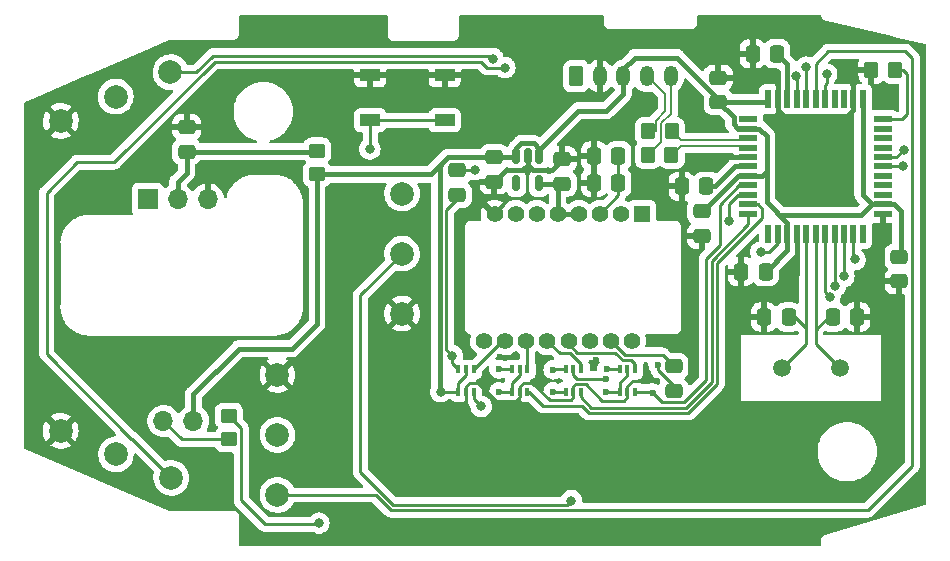
<source format=gtl>
G04 #@! TF.GenerationSoftware,KiCad,Pcbnew,(5.99.0-8445-ge10025db64)*
G04 #@! TF.CreationDate,2022-07-11T22:42:54+02:00*
G04 #@! TF.ProjectId,g100s,67313030-732e-46b6-9963-61645f706362,rev?*
G04 #@! TF.SameCoordinates,Original*
G04 #@! TF.FileFunction,Copper,L1,Top*
G04 #@! TF.FilePolarity,Positive*
%FSLAX46Y46*%
G04 Gerber Fmt 4.6, Leading zero omitted, Abs format (unit mm)*
G04 Created by KiCad (PCBNEW (5.99.0-8445-ge10025db64)) date 2022-07-11 22:42:54*
%MOMM*%
%LPD*%
G01*
G04 APERTURE LIST*
G04 Aperture macros list*
%AMRoundRect*
0 Rectangle with rounded corners*
0 $1 Rounding radius*
0 $2 $3 $4 $5 $6 $7 $8 $9 X,Y pos of 4 corners*
0 Add a 4 corners polygon primitive as box body*
4,1,4,$2,$3,$4,$5,$6,$7,$8,$9,$2,$3,0*
0 Add four circle primitives for the rounded corners*
1,1,$1+$1,$2,$3*
1,1,$1+$1,$4,$5*
1,1,$1+$1,$6,$7*
1,1,$1+$1,$8,$9*
0 Add four rect primitives between the rounded corners*
20,1,$1+$1,$2,$3,$4,$5,0*
20,1,$1+$1,$4,$5,$6,$7,0*
20,1,$1+$1,$6,$7,$8,$9,0*
20,1,$1+$1,$8,$9,$2,$3,0*%
G04 Aperture macros list end*
G04 #@! TA.AperFunction,SMDPad,CuDef*
%ADD10RoundRect,0.250000X0.337500X0.475000X-0.337500X0.475000X-0.337500X-0.475000X0.337500X-0.475000X0*%
G04 #@! TD*
G04 #@! TA.AperFunction,ComponentPad*
%ADD11RoundRect,0.250000X-0.350000X-0.625000X0.350000X-0.625000X0.350000X0.625000X-0.350000X0.625000X0*%
G04 #@! TD*
G04 #@! TA.AperFunction,ComponentPad*
%ADD12O,1.200000X1.750000*%
G04 #@! TD*
G04 #@! TA.AperFunction,SMDPad,CuDef*
%ADD13RoundRect,0.250000X-0.475000X0.337500X-0.475000X-0.337500X0.475000X-0.337500X0.475000X0.337500X0*%
G04 #@! TD*
G04 #@! TA.AperFunction,ComponentPad*
%ADD14C,1.500000*%
G04 #@! TD*
G04 #@! TA.AperFunction,SMDPad,CuDef*
%ADD15RoundRect,0.250000X0.475000X-0.337500X0.475000X0.337500X-0.475000X0.337500X-0.475000X-0.337500X0*%
G04 #@! TD*
G04 #@! TA.AperFunction,SMDPad,CuDef*
%ADD16RoundRect,0.249600X0.450400X-0.350400X0.450400X0.350400X-0.450400X0.350400X-0.450400X-0.350400X0*%
G04 #@! TD*
G04 #@! TA.AperFunction,SMDPad,CuDef*
%ADD17RoundRect,0.250000X0.450000X-0.350000X0.450000X0.350000X-0.450000X0.350000X-0.450000X-0.350000X0*%
G04 #@! TD*
G04 #@! TA.AperFunction,SMDPad,CuDef*
%ADD18R,0.400000X0.650000*%
G04 #@! TD*
G04 #@! TA.AperFunction,SMDPad,CuDef*
%ADD19RoundRect,0.250000X-0.350000X-0.450000X0.350000X-0.450000X0.350000X0.450000X-0.350000X0.450000X0*%
G04 #@! TD*
G04 #@! TA.AperFunction,SMDPad,CuDef*
%ADD20RoundRect,0.250000X-0.337500X-0.475000X0.337500X-0.475000X0.337500X0.475000X-0.337500X0.475000X0*%
G04 #@! TD*
G04 #@! TA.AperFunction,ComponentPad*
%ADD21R,1.700000X1.700000*%
G04 #@! TD*
G04 #@! TA.AperFunction,ComponentPad*
%ADD22O,1.700000X1.700000*%
G04 #@! TD*
G04 #@! TA.AperFunction,ComponentPad*
%ADD23C,2.000000*%
G04 #@! TD*
G04 #@! TA.AperFunction,SMDPad,CuDef*
%ADD24RoundRect,0.250000X0.350000X0.450000X-0.350000X0.450000X-0.350000X-0.450000X0.350000X-0.450000X0*%
G04 #@! TD*
G04 #@! TA.AperFunction,SMDPad,CuDef*
%ADD25R,1.500000X0.550000*%
G04 #@! TD*
G04 #@! TA.AperFunction,SMDPad,CuDef*
%ADD26R,0.550000X1.500000*%
G04 #@! TD*
G04 #@! TA.AperFunction,SMDPad,CuDef*
%ADD27RoundRect,0.150000X-0.150000X0.512500X-0.150000X-0.512500X0.150000X-0.512500X0.150000X0.512500X0*%
G04 #@! TD*
G04 #@! TA.AperFunction,ComponentPad*
%ADD28R,1.400000X1.400000*%
G04 #@! TD*
G04 #@! TA.AperFunction,ComponentPad*
%ADD29C,1.400000*%
G04 #@! TD*
G04 #@! TA.AperFunction,SMDPad,CuDef*
%ADD30R,1.700000X1.000000*%
G04 #@! TD*
G04 #@! TA.AperFunction,ViaPad*
%ADD31C,0.800000*%
G04 #@! TD*
G04 #@! TA.AperFunction,ViaPad*
%ADD32C,0.600000*%
G04 #@! TD*
G04 #@! TA.AperFunction,Conductor*
%ADD33C,0.400000*%
G04 #@! TD*
G04 #@! TA.AperFunction,Conductor*
%ADD34C,0.250000*%
G04 #@! TD*
G04 #@! TA.AperFunction,Conductor*
%ADD35C,0.200000*%
G04 #@! TD*
G04 APERTURE END LIST*
D10*
X81077500Y-137860000D03*
X79002500Y-137860000D03*
D11*
X77490000Y-128840000D03*
D12*
X79490000Y-128840000D03*
X81490000Y-128840000D03*
X83490000Y-128840000D03*
X85490000Y-128840000D03*
D13*
X104840000Y-144142500D03*
X104840000Y-146217500D03*
X67450000Y-136832500D03*
X67450000Y-138907500D03*
D10*
X81077500Y-135600000D03*
X79002500Y-135600000D03*
D13*
X88120000Y-140292500D03*
X88120000Y-142367500D03*
D14*
X94931579Y-153544907D03*
X99811579Y-153544907D03*
D15*
X76330000Y-137947500D03*
X76330000Y-135872500D03*
D16*
X48100000Y-159600000D03*
D17*
X48100000Y-157600000D03*
D18*
X76620000Y-155580000D03*
X77270000Y-155580000D03*
X77920000Y-155580000D03*
X77920000Y-153680000D03*
X77270000Y-153680000D03*
X76620000Y-153680000D03*
D19*
X83580000Y-133499999D03*
X85580000Y-133499999D03*
D20*
X93402500Y-149240000D03*
X95477500Y-149240000D03*
D10*
X101307500Y-149240000D03*
X99232500Y-149240000D03*
D18*
X72070000Y-155580000D03*
X72720000Y-155580000D03*
X73370000Y-155580000D03*
X73370000Y-153680000D03*
X72720000Y-153680000D03*
X72070000Y-153680000D03*
D20*
X86422500Y-138180000D03*
X88497500Y-138180000D03*
D21*
X41225000Y-139245000D03*
D22*
X43765000Y-139245000D03*
X46305000Y-139245000D03*
D10*
X93547500Y-145410000D03*
X91472500Y-145410000D03*
D17*
X55550000Y-137150000D03*
X55550000Y-135150000D03*
D20*
X92432500Y-126960000D03*
X94507500Y-126960000D03*
D23*
X62750000Y-138785000D03*
X62750000Y-148945000D03*
X62750000Y-143865000D03*
D24*
X104500000Y-128290000D03*
X102500000Y-128290000D03*
D23*
X43206165Y-162849914D03*
X33853835Y-158880086D03*
X38530000Y-160865000D03*
D13*
X89530000Y-128962500D03*
X89530000Y-131037500D03*
D22*
X45090000Y-158050000D03*
X42550000Y-158050000D03*
D13*
X44520000Y-133162500D03*
X44520000Y-135237500D03*
D25*
X92071579Y-132494907D03*
X92071579Y-133294907D03*
X92071579Y-134094907D03*
X92071579Y-134894907D03*
X92071579Y-135694907D03*
X92071579Y-136494907D03*
X92071579Y-137294907D03*
X92071579Y-138094907D03*
X92071579Y-138894907D03*
X92071579Y-139694907D03*
X92071579Y-140494907D03*
D26*
X93771579Y-142194907D03*
X94571579Y-142194907D03*
X95371579Y-142194907D03*
X96171579Y-142194907D03*
X96971579Y-142194907D03*
X97771579Y-142194907D03*
X98571579Y-142194907D03*
X99371579Y-142194907D03*
X100171579Y-142194907D03*
X100971579Y-142194907D03*
X101771579Y-142194907D03*
D25*
X103471579Y-140494907D03*
X103471579Y-139694907D03*
X103471579Y-138894907D03*
X103471579Y-138094907D03*
X103471579Y-137294907D03*
X103471579Y-136494907D03*
X103471579Y-135694907D03*
X103471579Y-134894907D03*
X103471579Y-134094907D03*
X103471579Y-133294907D03*
X103471579Y-132494907D03*
D26*
X101771579Y-130794907D03*
X100971579Y-130794907D03*
X100171579Y-130794907D03*
X99371579Y-130794907D03*
X98571579Y-130794907D03*
X97771579Y-130794907D03*
X96971579Y-130794907D03*
X96171579Y-130794907D03*
X95371579Y-130794907D03*
X94571579Y-130794907D03*
X93771579Y-130794907D03*
D13*
X70550000Y-135692500D03*
X70550000Y-137767500D03*
D27*
X74330000Y-135642500D03*
X73380000Y-135642500D03*
X72430000Y-135642500D03*
X72430000Y-137917500D03*
X74330000Y-137917500D03*
D15*
X85770000Y-155487500D03*
X85770000Y-153412500D03*
D18*
X81170000Y-155580000D03*
X81820000Y-155580000D03*
X82470000Y-155580000D03*
X82470000Y-153680000D03*
X81820000Y-153680000D03*
X81170000Y-153680000D03*
D28*
X83080000Y-140550000D03*
D29*
X81300000Y-140550000D03*
X79520000Y-140550000D03*
X77740000Y-140550000D03*
X75960000Y-140550000D03*
X74180000Y-140550000D03*
X72400000Y-140550000D03*
X70620000Y-140550000D03*
X69730000Y-151250000D03*
X71510000Y-151250000D03*
X73290000Y-151250000D03*
X75070000Y-151250000D03*
X76850000Y-151250000D03*
X78630000Y-151250000D03*
X80410000Y-151250000D03*
X82190000Y-151250000D03*
D19*
X83570000Y-135499999D03*
X85570000Y-135499999D03*
D23*
X52200000Y-164310000D03*
X52200000Y-154150000D03*
X52200000Y-159230000D03*
D18*
X67520000Y-155580000D03*
X68170000Y-155580000D03*
X68820000Y-155580000D03*
X68820000Y-153680000D03*
X68170000Y-153680000D03*
X67520000Y-153680000D03*
D23*
X43150811Y-128508778D03*
X33869189Y-132641222D03*
X38510000Y-130575000D03*
D30*
X60060000Y-128770000D03*
X66360000Y-128770000D03*
X60060000Y-132570000D03*
X66360000Y-132570000D03*
D31*
X95110000Y-138750000D03*
X95110000Y-133840000D03*
D32*
X102704000Y-149960000D03*
X79220000Y-152920000D03*
D31*
X100240000Y-136170000D03*
D32*
X71090000Y-152630000D03*
D31*
X95110000Y-136270000D03*
D32*
X84350000Y-154630000D03*
D31*
X97690000Y-138750000D03*
X97690000Y-133840000D03*
X100240000Y-133840000D03*
X88400000Y-132650000D03*
X97690000Y-136270000D03*
X100240000Y-138750000D03*
X93120000Y-143735000D03*
X60030000Y-135010000D03*
D32*
X75526000Y-155570000D03*
X80050000Y-155600000D03*
X70960000Y-155550000D03*
D31*
X66030000Y-155550000D03*
D32*
X70954000Y-153650000D03*
X80080000Y-153630000D03*
X84420000Y-153270000D03*
X75530000Y-153710000D03*
D31*
X66990000Y-152500000D03*
X105220000Y-135060000D03*
X55720000Y-166690000D03*
X105170000Y-136435000D03*
X68922000Y-136752000D03*
X98970000Y-147550000D03*
X71462000Y-128116000D03*
X96150000Y-128830000D03*
X99440000Y-146640000D03*
X70446000Y-127354000D03*
X96960000Y-128090000D03*
X100170000Y-145810000D03*
X101100000Y-144370000D03*
X77090000Y-164790000D03*
X98710000Y-128690000D03*
X69450000Y-156810000D03*
X90420000Y-141130000D03*
D32*
X80050000Y-154500000D03*
X83980000Y-155660000D03*
D33*
X89240000Y-138180000D02*
X90930000Y-136490000D01*
X88497500Y-138180000D02*
X89240000Y-138180000D01*
X90930000Y-136490000D02*
X92066672Y-136490000D01*
X73380000Y-135672500D02*
X73380000Y-136335000D01*
X72925000Y-136790000D02*
X73380000Y-136335000D01*
X88455093Y-135694907D02*
X88450000Y-135700000D01*
X94571579Y-130794907D02*
X94571579Y-131739927D01*
D34*
X81820000Y-156040020D02*
X81550020Y-156310000D01*
X68170000Y-155580000D02*
X68170000Y-156640000D01*
X72720000Y-155119980D02*
X73049980Y-154790000D01*
X73790000Y-154790000D02*
X75290000Y-156290000D01*
D33*
X92071579Y-135694907D02*
X88455093Y-135694907D01*
D34*
X72720000Y-155580000D02*
X72720000Y-155119980D01*
X82309980Y-154630000D02*
X84350000Y-154630000D01*
X73049980Y-154790000D02*
X73790000Y-154790000D01*
D33*
X87565093Y-135694907D02*
X88455093Y-135694907D01*
X96171579Y-145628421D02*
X96171579Y-142194907D01*
X100971579Y-129478421D02*
X100990000Y-129460000D01*
D34*
X77270000Y-156040020D02*
X77270000Y-155580000D01*
D33*
X94571579Y-131739927D02*
X95171652Y-132340000D01*
X73380000Y-136335000D02*
X73855000Y-136810000D01*
D34*
X69190000Y-154820000D02*
X70720000Y-156350000D01*
D33*
X100971579Y-131739927D02*
X100971579Y-130794907D01*
D34*
X72720000Y-156040020D02*
X72720000Y-155580000D01*
D33*
X95171652Y-132340000D02*
X100371506Y-132340000D01*
X100371506Y-132340000D02*
X100971579Y-131739927D01*
D34*
X79670000Y-156310000D02*
X78289989Y-154929989D01*
D33*
X94571579Y-128471579D02*
X94571579Y-130794907D01*
X96080000Y-145720000D02*
X96171579Y-145628421D01*
X86422500Y-136837500D02*
X87565093Y-135694907D01*
D34*
X81820000Y-155119980D02*
X82309980Y-154630000D01*
D33*
X71557500Y-136790000D02*
X72925000Y-136790000D01*
D34*
X81820000Y-155580000D02*
X81820000Y-156040020D01*
D33*
X70550000Y-137797500D02*
X71557500Y-136790000D01*
D34*
X78289989Y-154929989D02*
X77459991Y-154929989D01*
D33*
X94510000Y-128410000D02*
X94571579Y-128471579D01*
X75422500Y-136810000D02*
X76330000Y-135902500D01*
D34*
X77459991Y-154929989D02*
X77270000Y-155119980D01*
X77020020Y-156290000D02*
X77270000Y-156040020D01*
X81820000Y-155580000D02*
X81820000Y-155119980D01*
X77270000Y-155119980D02*
X77270000Y-155580000D01*
D33*
X86422500Y-138180000D02*
X86422500Y-136837500D01*
D34*
X81550020Y-156310000D02*
X79670000Y-156310000D01*
D33*
X73855000Y-136810000D02*
X75422500Y-136810000D01*
D34*
X72410020Y-156350000D02*
X72720000Y-156040020D01*
X75290000Y-156290000D02*
X77020020Y-156290000D01*
D33*
X100971579Y-130794907D02*
X100971579Y-129478421D01*
D34*
X68170000Y-155580000D02*
X68170000Y-155119980D01*
X70720000Y-156350000D02*
X72410020Y-156350000D01*
X68170000Y-155119980D02*
X68469980Y-154820000D01*
X68469980Y-154820000D02*
X69190000Y-154820000D01*
X96000000Y-149240000D02*
X96971579Y-150211579D01*
X95477500Y-149240000D02*
X96000000Y-149240000D01*
X96971579Y-142194907D02*
X96971579Y-151504907D01*
X96971579Y-151504907D02*
X94931579Y-153544907D01*
X97771579Y-151504907D02*
X99811579Y-153544907D01*
X98830000Y-149240000D02*
X97771579Y-150298421D01*
X97771579Y-142194907D02*
X97771579Y-150298421D01*
X97771579Y-150298421D02*
X97771579Y-151504907D01*
D33*
X95349989Y-130773317D02*
X95349989Y-127802489D01*
X95349989Y-127802489D02*
X94507500Y-126960000D01*
D34*
X48100000Y-159600000D02*
X44100000Y-159600000D01*
X44100000Y-159600000D02*
X42550000Y-158050000D01*
D33*
X44520000Y-135237500D02*
X55462500Y-135237500D01*
X44520000Y-137030000D02*
X44520000Y-135237500D01*
X43765000Y-137785000D02*
X44520000Y-137030000D01*
X43765000Y-139245000D02*
X43765000Y-137785000D01*
D34*
X93120000Y-143735000D02*
X93841506Y-143735000D01*
X94571579Y-143004927D02*
X94571579Y-142194907D01*
X93841506Y-143735000D02*
X94571579Y-143004927D01*
X60030000Y-135010000D02*
X60060000Y-134980000D01*
X60060000Y-132570000D02*
X66360000Y-132570000D01*
X60060000Y-134980000D02*
X60060000Y-132570000D01*
D33*
X89530000Y-130755000D02*
X86045000Y-127270000D01*
X104990000Y-140268308D02*
X104990000Y-143992500D01*
X73900000Y-134550000D02*
X72820000Y-134550000D01*
D34*
X66010000Y-136330000D02*
X66055000Y-136285000D01*
X70960000Y-155550000D02*
X72040000Y-155550000D01*
D33*
X91205093Y-137294907D02*
X92071579Y-137294907D01*
D34*
X66030000Y-155550000D02*
X67490000Y-155550000D01*
D33*
X65190000Y-137150000D02*
X66617500Y-135722500D01*
X86045000Y-127270000D02*
X82450000Y-127270000D01*
X93205093Y-137294907D02*
X93650000Y-136850000D01*
X103471579Y-139694907D02*
X102526559Y-139694907D01*
X81490000Y-130340000D02*
X80060000Y-131770000D01*
D34*
X80070000Y-155580000D02*
X80050000Y-155600000D01*
D33*
X93016599Y-133294907D02*
X92071579Y-133294907D01*
X91998251Y-133294907D02*
X91224907Y-133294907D01*
D34*
X67520000Y-155580000D02*
X67520000Y-154790020D01*
D33*
X82450000Y-127270000D02*
X81490000Y-128230000D01*
D34*
X68170000Y-154140020D02*
X68170000Y-153680000D01*
D33*
X104416599Y-139694907D02*
X104990000Y-140268308D01*
X66030000Y-155550000D02*
X65950000Y-155470000D01*
X48918000Y-151930000D02*
X45090000Y-155758000D01*
X80060000Y-131770000D02*
X77690000Y-131770000D01*
X53430000Y-151930000D02*
X48918000Y-151930000D01*
X55545000Y-137155000D02*
X55545000Y-149815000D01*
D34*
X75526000Y-155570000D02*
X76610000Y-155570000D01*
D33*
X93205093Y-137294907D02*
X92071579Y-137294907D01*
X74330000Y-134980000D02*
X73900000Y-134550000D01*
D34*
X72070000Y-154790020D02*
X72720000Y-154140020D01*
D33*
X93650000Y-133928308D02*
X93016599Y-133294907D01*
X88207500Y-140292500D02*
X91205093Y-137294907D01*
D34*
X72070000Y-155580000D02*
X72070000Y-154790020D01*
D33*
X93650000Y-139536000D02*
X93650000Y-133928308D01*
D34*
X66030000Y-136350000D02*
X66010000Y-136330000D01*
X81820000Y-154140020D02*
X81820000Y-153680000D01*
X72720000Y-154140020D02*
X72720000Y-153680000D01*
D33*
X93771579Y-130794907D02*
X93528986Y-131037500D01*
X103471579Y-139694907D02*
X104416599Y-139694907D01*
X94777000Y-140643000D02*
X101578466Y-140643000D01*
X65950000Y-155470000D02*
X65950000Y-136430000D01*
X77690000Y-131770000D02*
X74330000Y-135130000D01*
X95371579Y-143585921D02*
X93547500Y-145410000D01*
X95371579Y-142194907D02*
X95371579Y-143585921D01*
X101771579Y-138881579D02*
X101771579Y-130794907D01*
D34*
X81170000Y-155580000D02*
X81170000Y-154790020D01*
X53622000Y-151738000D02*
X53558000Y-151738000D01*
D33*
X72820000Y-134550000D02*
X72430000Y-134940000D01*
X102526559Y-139636559D02*
X101771579Y-138881579D01*
X94777000Y-140643000D02*
X94767000Y-140653000D01*
X95371579Y-141257579D02*
X93650000Y-139536000D01*
X55550000Y-137150000D02*
X65190000Y-137150000D01*
X55545000Y-149815000D02*
X53622000Y-151738000D01*
X65950000Y-136430000D02*
X66030000Y-136350000D01*
X53622000Y-151738000D02*
X53430000Y-151930000D01*
X90820000Y-132327500D02*
X89530000Y-131037500D01*
D34*
X81170000Y-155580000D02*
X80070000Y-155580000D01*
D33*
X90820000Y-132890000D02*
X90820000Y-132327500D01*
X72380000Y-135722500D02*
X70550000Y-135722500D01*
X74330000Y-135642500D02*
X74330000Y-134980000D01*
X66617500Y-135722500D02*
X70550000Y-135722500D01*
X102526559Y-139694907D02*
X101578466Y-140643000D01*
X91224907Y-133294907D02*
X90820000Y-132890000D01*
X72430000Y-134940000D02*
X72430000Y-135642500D01*
D34*
X67520000Y-154790020D02*
X68170000Y-154140020D01*
X81170000Y-154790020D02*
X81820000Y-154140020D01*
D33*
X45090000Y-155758000D02*
X45090000Y-158050000D01*
X95371579Y-142194907D02*
X95371579Y-141257579D01*
X81490000Y-128840000D02*
X81490000Y-130340000D01*
X93528986Y-131037500D02*
X89530000Y-131037500D01*
D34*
X70954000Y-153650000D02*
X72040000Y-153650000D01*
X66990000Y-152500000D02*
X66990000Y-153150000D01*
D33*
X76300000Y-137977500D02*
X75940000Y-138337500D01*
X74360000Y-137947500D02*
X76330000Y-137947500D01*
D34*
X75530000Y-153710000D02*
X75560000Y-153680000D01*
X85056818Y-154346818D02*
X85770000Y-155060000D01*
X66990000Y-153150000D02*
X67520000Y-153680000D01*
X80080000Y-153630000D02*
X80090000Y-153640000D01*
X66480020Y-151990020D02*
X66990000Y-152500000D01*
D33*
X77740000Y-140550000D02*
X75960000Y-140550000D01*
D34*
X84420000Y-153270000D02*
X84420000Y-153720000D01*
X84420000Y-153720000D02*
X85046818Y-154346818D01*
X75560000Y-153680000D02*
X76620000Y-153680000D01*
X66480020Y-140209980D02*
X66480020Y-151990020D01*
X85046818Y-154346818D02*
X85056818Y-154346818D01*
X67450000Y-139240000D02*
X66480020Y-140209980D01*
D33*
X75940000Y-138337500D02*
X75940000Y-140530000D01*
D34*
X80090000Y-153640000D02*
X81130000Y-153640000D01*
X81077500Y-135600000D02*
X81077500Y-137860000D01*
X81077500Y-138952500D02*
X81077500Y-137860000D01*
X79520000Y-140510000D02*
X81077500Y-138952500D01*
D35*
X84674999Y-134395000D02*
X83570000Y-135499999D01*
X85490000Y-128840000D02*
X85490000Y-132012153D01*
X84679980Y-132822173D02*
X84679980Y-134390018D01*
X84679980Y-134390018D02*
X84674999Y-134395000D01*
X85490000Y-132012153D02*
X84679980Y-132822173D01*
X85039999Y-131825771D02*
X84229989Y-132635781D01*
X85039999Y-130389999D02*
X85039999Y-131825771D01*
X84229989Y-133499999D02*
X83580000Y-133499999D01*
X84229989Y-132635781D02*
X84229989Y-133499999D01*
X83490000Y-128840000D02*
X85039999Y-130389999D01*
D34*
X105220000Y-135060000D02*
X104585093Y-135694907D01*
X104585093Y-135694907D02*
X103471579Y-135694907D01*
X76975031Y-152275011D02*
X76095011Y-152275011D01*
X77920000Y-153219980D02*
X76975031Y-152275011D01*
X77920000Y-153680000D02*
X77920000Y-153219980D01*
X76095011Y-152275011D02*
X75070000Y-151250000D01*
D35*
X89129909Y-134720000D02*
X86349999Y-134720000D01*
X91896580Y-134719908D02*
X89130001Y-134719908D01*
X86349999Y-134720000D02*
X85570000Y-135499999D01*
X89130001Y-134719908D02*
X89129909Y-134720000D01*
X89129909Y-134269998D02*
X86349999Y-134269998D01*
X91896580Y-134269906D02*
X89130001Y-134269906D01*
X89130001Y-134269906D02*
X89129909Y-134269998D01*
X86349999Y-134269998D02*
X85580000Y-133499999D01*
D34*
X105110093Y-136494907D02*
X103471579Y-136494907D01*
X105170000Y-136435000D02*
X105110093Y-136494907D01*
X49125020Y-158625020D02*
X48100000Y-157600000D01*
X55720000Y-166690000D02*
X55620000Y-166790000D01*
X51150000Y-166790000D02*
X49125020Y-164765020D01*
X55620000Y-166790000D02*
X51150000Y-166790000D01*
X49125020Y-164765020D02*
X49125020Y-158625020D01*
X68841500Y-136832500D02*
X67450000Y-136832500D01*
X68922000Y-136752000D02*
X68841500Y-136832500D01*
X98970000Y-147550000D02*
X98571579Y-147151579D01*
X98571579Y-147151579D02*
X98571579Y-142194907D01*
X38370000Y-136120000D02*
X46882000Y-127608000D01*
X35264000Y-136120000D02*
X38370000Y-136120000D01*
X39839989Y-159539989D02*
X32660000Y-152360000D01*
X69430000Y-127608000D02*
X69938000Y-128116000D01*
X32660000Y-138724000D02*
X35264000Y-136120000D01*
X96171579Y-128851579D02*
X96150000Y-128830000D01*
X69938000Y-128116000D02*
X71462000Y-128116000D01*
X96171579Y-130794907D02*
X96171579Y-128851579D01*
X43206165Y-162849914D02*
X39896240Y-159539989D01*
X39896240Y-159539989D02*
X39839989Y-159539989D01*
X32660000Y-152360000D02*
X32660000Y-138724000D01*
X46882000Y-127608000D02*
X69430000Y-127608000D01*
X99440000Y-146640000D02*
X99371579Y-146571579D01*
X99371579Y-146571579D02*
X99371579Y-142194907D01*
X70446000Y-127354000D02*
X70192000Y-127100000D01*
X96971579Y-130794907D02*
X96971579Y-128101579D01*
X45344798Y-128508778D02*
X43150811Y-128508778D01*
X96971579Y-128101579D02*
X96960000Y-128090000D01*
X70192000Y-127100000D02*
X46753576Y-127100000D01*
X46753576Y-127100000D02*
X45344798Y-128508778D01*
X100170000Y-145810000D02*
X100171579Y-145808421D01*
X100171579Y-145808421D02*
X100171579Y-142194907D01*
X102196404Y-165590020D02*
X61833596Y-165590020D01*
X105950000Y-127310000D02*
X105950000Y-161836424D01*
X61833596Y-165590020D02*
X60553576Y-164310000D01*
X105370000Y-126730000D02*
X105950000Y-127310000D01*
X105950000Y-161836424D02*
X102196404Y-165590020D01*
X97771579Y-130794907D02*
X97771579Y-127811997D01*
X60553576Y-164310000D02*
X52200000Y-164310000D01*
X97771579Y-127811997D02*
X98853576Y-126730000D01*
X98853576Y-126730000D02*
X105370000Y-126730000D01*
X100971579Y-144241579D02*
X101100000Y-144370000D01*
X100971579Y-142194907D02*
X100971579Y-144241579D01*
X76740000Y-165140000D02*
X62020000Y-165140000D01*
X59230000Y-162350000D02*
X59230000Y-147390000D01*
X62020000Y-165140000D02*
X59230000Y-162350000D01*
X59230000Y-147390000D02*
X62750000Y-143870000D01*
X77090000Y-164790000D02*
X76740000Y-165140000D01*
X98560000Y-129570000D02*
X98710000Y-129420000D01*
X98710000Y-129420000D02*
X98710000Y-128690000D01*
X98560000Y-130783328D02*
X98560000Y-129570000D01*
X88979980Y-144483596D02*
X92071579Y-141391997D01*
X92071579Y-141391997D02*
X92071579Y-140494907D01*
X77920000Y-156040020D02*
X78789960Y-156909980D01*
X88979980Y-154743596D02*
X88979980Y-144483596D01*
X78789960Y-156909980D02*
X86813596Y-156909980D01*
X86813596Y-156909980D02*
X88979980Y-154743596D01*
X77920000Y-155580000D02*
X77920000Y-156040020D01*
X73370000Y-155580000D02*
X73526000Y-155580000D01*
X87000000Y-157360000D02*
X89430000Y-154930000D01*
X77983556Y-156740000D02*
X78603556Y-157360000D01*
X73526000Y-155580000D02*
X74686000Y-156740000D01*
X92881599Y-139694907D02*
X92071579Y-139694907D01*
X93270000Y-140830000D02*
X93270000Y-140083308D01*
X89430000Y-154930000D02*
X89430000Y-144670000D01*
X89430000Y-144670000D02*
X93270000Y-140830000D01*
X93270000Y-140083308D02*
X92881599Y-139694907D01*
X78603556Y-157360000D02*
X87000000Y-157360000D01*
X74686000Y-156740000D02*
X77983556Y-156740000D01*
X91235093Y-138894907D02*
X92071579Y-138894907D01*
X69450000Y-156810000D02*
X68820000Y-156180000D01*
X90420000Y-139710000D02*
X91235093Y-138894907D01*
X68820000Y-156180000D02*
X68820000Y-155580000D01*
X90420000Y-141130000D02*
X90420000Y-139710000D01*
X88529960Y-154557192D02*
X88529960Y-144297192D01*
X77609949Y-154479969D02*
X77270000Y-154140020D01*
X89690000Y-143137152D02*
X89690000Y-139720000D01*
X86627192Y-156459960D02*
X88529960Y-154557192D01*
X80029969Y-154479969D02*
X77609949Y-154479969D01*
X77270000Y-154140020D02*
X77270000Y-153680000D01*
X91315093Y-138094907D02*
X92071579Y-138094907D01*
X83900000Y-155580000D02*
X82470000Y-155580000D01*
X80050000Y-154500000D02*
X80029969Y-154479969D01*
X88529960Y-144297192D02*
X89690000Y-143137152D01*
X83980000Y-155660000D02*
X84779960Y-156459960D01*
X83980000Y-155660000D02*
X83900000Y-155580000D01*
X89690000Y-139720000D02*
X91315093Y-138094907D01*
X84779960Y-156459960D02*
X86627192Y-156459960D01*
X73370000Y-153680000D02*
X73370000Y-151330000D01*
X82155020Y-152905000D02*
X81428576Y-152905000D01*
X80798587Y-152275011D02*
X77611455Y-152275011D01*
X77611455Y-152275011D02*
X76850000Y-151513556D01*
X82470000Y-153680000D02*
X82470000Y-153219980D01*
X81428576Y-152905000D02*
X80798587Y-152275011D01*
X82470000Y-153219980D02*
X82155020Y-152905000D01*
X68820000Y-153618000D02*
X71188000Y-151250000D01*
X103471579Y-132494907D02*
X105065093Y-132494907D01*
X105499980Y-132060020D02*
X105499980Y-128659980D01*
X105130000Y-128290000D02*
X104500000Y-128290000D01*
X105499980Y-128659980D02*
X105130000Y-128290000D01*
X105065093Y-132494907D02*
X105499980Y-132060020D01*
X84812480Y-152454980D02*
X85770000Y-153412500D01*
X80410000Y-151250000D02*
X81614980Y-152454980D01*
X81614980Y-152454980D02*
X84812480Y-152454980D01*
G04 #@! TA.AperFunction,Conductor*
G36*
X61484121Y-123678002D02*
G01*
X61530614Y-123731658D01*
X61542000Y-123784000D01*
X61542000Y-125377622D01*
X61541998Y-125378392D01*
X61541746Y-125419622D01*
X61544212Y-125428250D01*
X61544212Y-125428251D01*
X61549859Y-125448013D01*
X61553436Y-125464770D01*
X61554303Y-125470820D01*
X61557620Y-125493982D01*
X61561335Y-125502152D01*
X61561336Y-125502156D01*
X61568224Y-125517305D01*
X61574673Y-125534833D01*
X61579248Y-125550842D01*
X61579251Y-125550849D01*
X61581716Y-125559474D01*
X61597472Y-125584445D01*
X61605605Y-125599519D01*
X61617822Y-125626389D01*
X61634253Y-125645458D01*
X61634550Y-125645803D01*
X61645654Y-125660810D01*
X61659331Y-125682486D01*
X61676839Y-125697948D01*
X61681453Y-125702023D01*
X61693500Y-125714219D01*
X61706905Y-125729777D01*
X61706909Y-125729780D01*
X61712766Y-125736578D01*
X61720295Y-125741458D01*
X61720296Y-125741459D01*
X61734271Y-125750517D01*
X61749145Y-125761807D01*
X61768351Y-125778769D01*
X61795077Y-125791317D01*
X61810048Y-125799633D01*
X61834821Y-125815690D01*
X61843425Y-125818263D01*
X61843427Y-125818264D01*
X61859377Y-125823034D01*
X61876822Y-125829696D01*
X61891887Y-125836769D01*
X61891889Y-125836769D01*
X61900013Y-125840584D01*
X61908877Y-125841964D01*
X61908886Y-125841967D01*
X61929180Y-125845127D01*
X61945891Y-125848908D01*
X61965572Y-125854793D01*
X61965575Y-125854793D01*
X61974174Y-125857365D01*
X61983146Y-125857420D01*
X61983147Y-125857420D01*
X62006998Y-125857566D01*
X62009838Y-125857684D01*
X62011865Y-125858000D01*
X62077622Y-125858000D01*
X62078392Y-125858002D01*
X62119622Y-125858254D01*
X62120454Y-125858016D01*
X62120692Y-125858000D01*
X67077622Y-125858000D01*
X67078392Y-125858002D01*
X67119622Y-125858254D01*
X67128251Y-125855788D01*
X67148013Y-125850141D01*
X67164770Y-125846564D01*
X67185097Y-125843653D01*
X67185100Y-125843652D01*
X67193982Y-125842380D01*
X67202152Y-125838665D01*
X67202156Y-125838664D01*
X67217305Y-125831776D01*
X67234833Y-125825327D01*
X67250842Y-125820752D01*
X67250849Y-125820749D01*
X67259474Y-125818284D01*
X67284445Y-125802528D01*
X67299519Y-125794395D01*
X67326389Y-125782178D01*
X67345803Y-125765450D01*
X67360810Y-125754346D01*
X67382486Y-125740669D01*
X67402026Y-125718544D01*
X67414219Y-125706500D01*
X67429777Y-125693095D01*
X67429780Y-125693091D01*
X67436578Y-125687234D01*
X67450517Y-125665729D01*
X67461807Y-125650855D01*
X67472826Y-125638378D01*
X67478769Y-125631649D01*
X67491317Y-125604923D01*
X67499633Y-125589952D01*
X67515690Y-125565179D01*
X67519974Y-125550855D01*
X67523034Y-125540623D01*
X67529696Y-125523178D01*
X67536769Y-125508113D01*
X67536769Y-125508111D01*
X67540584Y-125499987D01*
X67541964Y-125491123D01*
X67541967Y-125491114D01*
X67545127Y-125470820D01*
X67548908Y-125454109D01*
X67554793Y-125434428D01*
X67554793Y-125434425D01*
X67557365Y-125425826D01*
X67557458Y-125410651D01*
X67557566Y-125393002D01*
X67557684Y-125390162D01*
X67558000Y-125388135D01*
X67558000Y-125322378D01*
X67558002Y-125321608D01*
X67558239Y-125282817D01*
X67558254Y-125280378D01*
X67558016Y-125279546D01*
X67558000Y-125279308D01*
X67558000Y-123784000D01*
X67578002Y-123715879D01*
X67631658Y-123669386D01*
X67684000Y-123658000D01*
X79716000Y-123658000D01*
X79784121Y-123678002D01*
X79830614Y-123731658D01*
X79842000Y-123784000D01*
X79842000Y-124377622D01*
X79841998Y-124378392D01*
X79841746Y-124419622D01*
X79844212Y-124428250D01*
X79844212Y-124428251D01*
X79849859Y-124448013D01*
X79853436Y-124464770D01*
X79854303Y-124470820D01*
X79857620Y-124493982D01*
X79861335Y-124502152D01*
X79861336Y-124502156D01*
X79868224Y-124517305D01*
X79874673Y-124534833D01*
X79879248Y-124550842D01*
X79879251Y-124550849D01*
X79881716Y-124559474D01*
X79897472Y-124584445D01*
X79905605Y-124599519D01*
X79917822Y-124626389D01*
X79934550Y-124645803D01*
X79945654Y-124660810D01*
X79959331Y-124682486D01*
X79971344Y-124693095D01*
X79981453Y-124702023D01*
X79993500Y-124714219D01*
X80006905Y-124729777D01*
X80006909Y-124729780D01*
X80012766Y-124736578D01*
X80020295Y-124741458D01*
X80020296Y-124741459D01*
X80034271Y-124750517D01*
X80049145Y-124761807D01*
X80068351Y-124778769D01*
X80095077Y-124791317D01*
X80110048Y-124799633D01*
X80134821Y-124815690D01*
X80143425Y-124818263D01*
X80143427Y-124818264D01*
X80159377Y-124823034D01*
X80176822Y-124829696D01*
X80191887Y-124836769D01*
X80191889Y-124836769D01*
X80200013Y-124840584D01*
X80208877Y-124841964D01*
X80208886Y-124841967D01*
X80229180Y-124845127D01*
X80245891Y-124848908D01*
X80265572Y-124854793D01*
X80265575Y-124854793D01*
X80274174Y-124857365D01*
X80283146Y-124857420D01*
X80283147Y-124857420D01*
X80306998Y-124857566D01*
X80309838Y-124857684D01*
X80311865Y-124858000D01*
X80377622Y-124858000D01*
X80378392Y-124858002D01*
X80419622Y-124858254D01*
X80420454Y-124858016D01*
X80420692Y-124858000D01*
X87277622Y-124858000D01*
X87278392Y-124858002D01*
X87319622Y-124858254D01*
X87328251Y-124855788D01*
X87348013Y-124850141D01*
X87364770Y-124846564D01*
X87385097Y-124843653D01*
X87385100Y-124843652D01*
X87393982Y-124842380D01*
X87402152Y-124838665D01*
X87402156Y-124838664D01*
X87417305Y-124831776D01*
X87434833Y-124825327D01*
X87450842Y-124820752D01*
X87450849Y-124820749D01*
X87459474Y-124818284D01*
X87484445Y-124802528D01*
X87499519Y-124794395D01*
X87526389Y-124782178D01*
X87545803Y-124765450D01*
X87560810Y-124754346D01*
X87582486Y-124740669D01*
X87602026Y-124718544D01*
X87614219Y-124706500D01*
X87629777Y-124693095D01*
X87629780Y-124693091D01*
X87636578Y-124687234D01*
X87650517Y-124665729D01*
X87661807Y-124650855D01*
X87672826Y-124638378D01*
X87678769Y-124631649D01*
X87691317Y-124604923D01*
X87699633Y-124589952D01*
X87715690Y-124565179D01*
X87718264Y-124556573D01*
X87723034Y-124540623D01*
X87729696Y-124523178D01*
X87736769Y-124508113D01*
X87736769Y-124508111D01*
X87740584Y-124499987D01*
X87741964Y-124491123D01*
X87741967Y-124491114D01*
X87745127Y-124470820D01*
X87748908Y-124454109D01*
X87754793Y-124434428D01*
X87754793Y-124434425D01*
X87757365Y-124425826D01*
X87757566Y-124393002D01*
X87757684Y-124390162D01*
X87758000Y-124388135D01*
X87758000Y-124322378D01*
X87758002Y-124321608D01*
X87758239Y-124282817D01*
X87758254Y-124280378D01*
X87758016Y-124279546D01*
X87758000Y-124279308D01*
X87758000Y-123784000D01*
X87778002Y-123715879D01*
X87831658Y-123669386D01*
X87884000Y-123658000D01*
X98126340Y-123658000D01*
X98194461Y-123678002D01*
X98240954Y-123731658D01*
X98245684Y-123746488D01*
X98246126Y-123746336D01*
X98250249Y-123758328D01*
X98255822Y-123781433D01*
X98256345Y-123785088D01*
X98256348Y-123785097D01*
X98257620Y-123793982D01*
X98261335Y-123802154D01*
X98261337Y-123802159D01*
X98275173Y-123832590D01*
X98279624Y-123843767D01*
X98293417Y-123883883D01*
X98300719Y-123894206D01*
X98300743Y-123894240D01*
X98312574Y-123914847D01*
X98317822Y-123926389D01*
X98323680Y-123933188D01*
X98323681Y-123933189D01*
X98345507Y-123958519D01*
X98352921Y-123968005D01*
X98377412Y-124002629D01*
X98384444Y-124008208D01*
X98384448Y-124008212D01*
X98387351Y-124010515D01*
X98404484Y-124026967D01*
X98406907Y-124029779D01*
X98406909Y-124029781D01*
X98412766Y-124036578D01*
X98420293Y-124041457D01*
X98420298Y-124041461D01*
X98448366Y-124059653D01*
X98458143Y-124066676D01*
X98491360Y-124093028D01*
X98503105Y-124097804D01*
X98524174Y-124108789D01*
X98534821Y-124115690D01*
X98543421Y-124118262D01*
X98575464Y-124127845D01*
X98586805Y-124131836D01*
X98596223Y-124135665D01*
X98618190Y-124140848D01*
X98625309Y-124142752D01*
X98674174Y-124157365D01*
X98683152Y-124157420D01*
X98692030Y-124158747D01*
X98691923Y-124159460D01*
X98702455Y-124160732D01*
X103887041Y-125384061D01*
X104772948Y-125593095D01*
X107044938Y-126129183D01*
X107106642Y-126164293D01*
X107139571Y-126227192D01*
X107142000Y-126251814D01*
X107142000Y-165074713D01*
X107121998Y-165142834D01*
X107068342Y-165189327D01*
X107051332Y-165195658D01*
X98607559Y-167662378D01*
X98607550Y-167662381D01*
X98607547Y-167662383D01*
X98579544Y-167670563D01*
X98579021Y-167670714D01*
X98540526Y-167681716D01*
X98532937Y-167686504D01*
X98532938Y-167686504D01*
X98515631Y-167697424D01*
X98500515Y-167705577D01*
X98473724Y-167717749D01*
X98466921Y-167723607D01*
X98466922Y-167723607D01*
X98454241Y-167734528D01*
X98439252Y-167745615D01*
X98417514Y-167759331D01*
X98411572Y-167766059D01*
X98398028Y-167781395D01*
X98385819Y-167793453D01*
X98363511Y-167812665D01*
X98349520Y-167834237D01*
X98338254Y-167849076D01*
X98321231Y-167868351D01*
X98317417Y-167876475D01*
X98317416Y-167876476D01*
X98308724Y-167894990D01*
X98300383Y-167910001D01*
X98289252Y-167927164D01*
X98289249Y-167927170D01*
X98284367Y-167934698D01*
X98276994Y-167959329D01*
X98270341Y-167976743D01*
X98263232Y-167991884D01*
X98263231Y-167991888D01*
X98259416Y-168000013D01*
X98258035Y-168008883D01*
X98254888Y-168029096D01*
X98251096Y-168045842D01*
X98242655Y-168074040D01*
X98242598Y-168083019D01*
X98242446Y-168106869D01*
X98242324Y-168109785D01*
X98242000Y-168111865D01*
X98242000Y-168176479D01*
X98241997Y-168177281D01*
X98241728Y-168219489D01*
X98241981Y-168220376D01*
X98242000Y-168220655D01*
X98242000Y-168516000D01*
X98221998Y-168584121D01*
X98168342Y-168630614D01*
X98116000Y-168642000D01*
X49084000Y-168642000D01*
X49015879Y-168621998D01*
X48969386Y-168568342D01*
X48958000Y-168516000D01*
X48958000Y-166122378D01*
X48958002Y-166121608D01*
X48958044Y-166114810D01*
X48958254Y-166080378D01*
X48953332Y-166063154D01*
X48950141Y-166051987D01*
X48946564Y-166035230D01*
X48943653Y-166014903D01*
X48943652Y-166014900D01*
X48942380Y-166006018D01*
X48938665Y-165997848D01*
X48938664Y-165997844D01*
X48931776Y-165982695D01*
X48925327Y-165965167D01*
X48920752Y-165949158D01*
X48920749Y-165949151D01*
X48918284Y-165940526D01*
X48902528Y-165915555D01*
X48894395Y-165900481D01*
X48882178Y-165873611D01*
X48865450Y-165854197D01*
X48854346Y-165839190D01*
X48840669Y-165817514D01*
X48818544Y-165797974D01*
X48806500Y-165785781D01*
X48793095Y-165770223D01*
X48793091Y-165770220D01*
X48787234Y-165763422D01*
X48765729Y-165749483D01*
X48750855Y-165738193D01*
X48738378Y-165727174D01*
X48731649Y-165721231D01*
X48704923Y-165708683D01*
X48689952Y-165700367D01*
X48665179Y-165684310D01*
X48656575Y-165681737D01*
X48656573Y-165681736D01*
X48640623Y-165676966D01*
X48623178Y-165670304D01*
X48608113Y-165663231D01*
X48608111Y-165663231D01*
X48599987Y-165659416D01*
X48591123Y-165658036D01*
X48591114Y-165658033D01*
X48570820Y-165654873D01*
X48554109Y-165651092D01*
X48534428Y-165645207D01*
X48534425Y-165645207D01*
X48525826Y-165642635D01*
X48516854Y-165642580D01*
X48516853Y-165642580D01*
X48493002Y-165642434D01*
X48490162Y-165642316D01*
X48488135Y-165642000D01*
X48422378Y-165642000D01*
X48421608Y-165641998D01*
X48421052Y-165641995D01*
X48380378Y-165641746D01*
X48379546Y-165641984D01*
X48379308Y-165642000D01*
X43079189Y-165642000D01*
X43029886Y-165631953D01*
X30834697Y-160446597D01*
X30779834Y-160401535D01*
X30758000Y-160330644D01*
X30758000Y-160109963D01*
X32988574Y-160109963D01*
X32997681Y-160121820D01*
X33074992Y-160176763D01*
X33083650Y-160181924D01*
X33292323Y-160284604D01*
X33301707Y-160288319D01*
X33524092Y-160356309D01*
X33533962Y-160358479D01*
X33764355Y-160390039D01*
X33774446Y-160390603D01*
X34006926Y-160384922D01*
X34016959Y-160383867D01*
X34245551Y-160341087D01*
X34255290Y-160338441D01*
X34474098Y-160259665D01*
X34483291Y-160255495D01*
X34686683Y-160142753D01*
X34695099Y-160137162D01*
X34712539Y-160123439D01*
X34721008Y-160111537D01*
X34714511Y-160099972D01*
X33866647Y-159252108D01*
X33852703Y-159244494D01*
X33850870Y-159244625D01*
X33844255Y-159248876D01*
X32995078Y-160098053D01*
X32988574Y-160109963D01*
X30758000Y-160109963D01*
X30758000Y-158980565D01*
X32344574Y-158980565D01*
X32345278Y-158990636D01*
X32380053Y-159220576D01*
X32382357Y-159230400D01*
X32453448Y-159451821D01*
X32457296Y-159461157D01*
X32562875Y-159668369D01*
X32568160Y-159676960D01*
X32612227Y-159737169D01*
X32623239Y-159745599D01*
X32635981Y-159738730D01*
X33481813Y-158892898D01*
X33488191Y-158881218D01*
X34218243Y-158881218D01*
X34218374Y-158883051D01*
X34222625Y-158889666D01*
X35072402Y-159739443D01*
X35084782Y-159746203D01*
X35093515Y-159739665D01*
X35176904Y-159613199D01*
X35181761Y-159604364D01*
X35277094Y-159392240D01*
X35280477Y-159382739D01*
X35340671Y-159158093D01*
X35342490Y-159148181D01*
X35366213Y-158914626D01*
X35366533Y-158908902D01*
X35366805Y-158882943D01*
X35366606Y-158877238D01*
X35347778Y-158643228D01*
X35346166Y-158633275D01*
X35290691Y-158407423D01*
X35287508Y-158397853D01*
X35196638Y-158183776D01*
X35191965Y-158174839D01*
X35095871Y-158022241D01*
X35085300Y-158012910D01*
X35076138Y-158016993D01*
X34225857Y-158867274D01*
X34218243Y-158881218D01*
X33488191Y-158881218D01*
X33489427Y-158878954D01*
X33489296Y-158877121D01*
X33485045Y-158870506D01*
X32635149Y-158020610D01*
X32622581Y-158013747D01*
X32611532Y-158021931D01*
X32585131Y-158056461D01*
X32579667Y-158064940D01*
X32469771Y-158269895D01*
X32465729Y-158279147D01*
X32390017Y-158499033D01*
X32387508Y-158508805D01*
X32347924Y-158737971D01*
X32347009Y-158748019D01*
X32344574Y-158980565D01*
X30758000Y-158980565D01*
X30758000Y-157649043D01*
X32988726Y-157649043D01*
X32995916Y-157662957D01*
X33841023Y-158508064D01*
X33854967Y-158515678D01*
X33856800Y-158515547D01*
X33863415Y-158511296D01*
X34715328Y-157659383D01*
X34722536Y-157646182D01*
X34716330Y-157637489D01*
X34712955Y-157635143D01*
X34511949Y-157518155D01*
X34502858Y-157513800D01*
X34285742Y-157430457D01*
X34276065Y-157427609D01*
X34048426Y-157380053D01*
X34038399Y-157378786D01*
X33806086Y-157368238D01*
X33796008Y-157368589D01*
X33564985Y-157395319D01*
X33555091Y-157397278D01*
X33331308Y-157460602D01*
X33321864Y-157464114D01*
X33111082Y-157562404D01*
X33102317Y-157567383D01*
X32997050Y-157638922D01*
X32988726Y-157649043D01*
X30758000Y-157649043D01*
X30758000Y-138703944D01*
X32021816Y-138703944D01*
X32022562Y-138711836D01*
X32025941Y-138747582D01*
X32026500Y-138759440D01*
X32026500Y-152281616D01*
X32025986Y-152292520D01*
X32024334Y-152299911D01*
X32024583Y-152307837D01*
X32024583Y-152307838D01*
X32026438Y-152366866D01*
X32026500Y-152370823D01*
X32026500Y-152399578D01*
X32026996Y-152403503D01*
X32026996Y-152403504D01*
X32027039Y-152403843D01*
X32027972Y-152415687D01*
X32029361Y-152459883D01*
X32031573Y-152467495D01*
X32035012Y-152479333D01*
X32039022Y-152498695D01*
X32041560Y-152518788D01*
X32044476Y-152526153D01*
X32044477Y-152526157D01*
X32057837Y-152559901D01*
X32061681Y-152571128D01*
X32074014Y-152613578D01*
X32078052Y-152620406D01*
X32084323Y-152631011D01*
X32093019Y-152648762D01*
X32097558Y-152660226D01*
X32100478Y-152667600D01*
X32105139Y-152674015D01*
X32126465Y-152703367D01*
X32132983Y-152713290D01*
X32155486Y-152751341D01*
X32155855Y-152751759D01*
X32169938Y-152765842D01*
X32182772Y-152780867D01*
X32194554Y-152797083D01*
X32224067Y-152821498D01*
X32228335Y-152825029D01*
X32237115Y-152833019D01*
X38543247Y-159139151D01*
X38577273Y-159201463D01*
X38572208Y-159272278D01*
X38529661Y-159329114D01*
X38468635Y-159353411D01*
X38236026Y-159380324D01*
X38231155Y-159381702D01*
X38231152Y-159381703D01*
X38166857Y-159399897D01*
X38002436Y-159446424D01*
X37970841Y-159461157D01*
X37787001Y-159546882D01*
X37786997Y-159546884D01*
X37782419Y-159549019D01*
X37581635Y-159685472D01*
X37405250Y-159852271D01*
X37402172Y-159856297D01*
X37402171Y-159856298D01*
X37260875Y-160041105D01*
X37260872Y-160041109D01*
X37257802Y-160045125D01*
X37255412Y-160049583D01*
X37255411Y-160049584D01*
X37210636Y-160133089D01*
X37143085Y-160259072D01*
X37141439Y-160263853D01*
X37141437Y-160263857D01*
X37082931Y-160433770D01*
X37064049Y-160488608D01*
X37022729Y-160727828D01*
X37020187Y-160970576D01*
X37020944Y-160975579D01*
X37020944Y-160975584D01*
X37029835Y-161034374D01*
X37056488Y-161210609D01*
X37058034Y-161215425D01*
X37058035Y-161215428D01*
X37127011Y-161430259D01*
X37130700Y-161441750D01*
X37240911Y-161658053D01*
X37243901Y-161662138D01*
X37345187Y-161800527D01*
X37384288Y-161853952D01*
X37557141Y-162024408D01*
X37561266Y-162027340D01*
X37561269Y-162027342D01*
X37750898Y-162162105D01*
X37750902Y-162162108D01*
X37755023Y-162165036D01*
X37759561Y-162167269D01*
X37759566Y-162167272D01*
X37940680Y-162256391D01*
X37972843Y-162272217D01*
X37977678Y-162273695D01*
X37977680Y-162273696D01*
X37999023Y-162280221D01*
X38204998Y-162343193D01*
X38210017Y-162343880D01*
X38210019Y-162343881D01*
X38380361Y-162367215D01*
X38445514Y-162376140D01*
X38514858Y-162374445D01*
X38683143Y-162370333D01*
X38683147Y-162370333D01*
X38688204Y-162370209D01*
X38926823Y-162325552D01*
X38934976Y-162322617D01*
X39076638Y-162271616D01*
X39155234Y-162243320D01*
X39367558Y-162125626D01*
X39371536Y-162122496D01*
X39371540Y-162122493D01*
X39554358Y-161978629D01*
X39554359Y-161978628D01*
X39558334Y-161975500D01*
X39567969Y-161965022D01*
X39719231Y-161800527D01*
X39719234Y-161800523D01*
X39722654Y-161796804D01*
X39856290Y-161594134D01*
X39904196Y-161487539D01*
X39953730Y-161377322D01*
X39953732Y-161377316D01*
X39955804Y-161372706D01*
X39997946Y-161215428D01*
X40017327Y-161143098D01*
X40017327Y-161143097D01*
X40018635Y-161138216D01*
X40043168Y-160896696D01*
X40043282Y-160885800D01*
X40063995Y-160817892D01*
X40118134Y-160771963D01*
X40188510Y-160762595D01*
X40252779Y-160792762D01*
X40258370Y-160798023D01*
X41734143Y-162273796D01*
X41768169Y-162336108D01*
X41764183Y-162403911D01*
X41740214Y-162473522D01*
X41698894Y-162712742D01*
X41698841Y-162717802D01*
X41697001Y-162893561D01*
X41696352Y-162955490D01*
X41697109Y-162960493D01*
X41697109Y-162960498D01*
X41720944Y-163118099D01*
X41732653Y-163195523D01*
X41734199Y-163200339D01*
X41734200Y-163200342D01*
X41799389Y-163403378D01*
X41806865Y-163426664D01*
X41917076Y-163642967D01*
X41920066Y-163647052D01*
X42021352Y-163785441D01*
X42060453Y-163838866D01*
X42233306Y-164009322D01*
X42237431Y-164012254D01*
X42237434Y-164012256D01*
X42427063Y-164147019D01*
X42427067Y-164147022D01*
X42431188Y-164149950D01*
X42435726Y-164152183D01*
X42435731Y-164152186D01*
X42593767Y-164229949D01*
X42649008Y-164257131D01*
X42653843Y-164258609D01*
X42653845Y-164258610D01*
X42732460Y-164282644D01*
X42881163Y-164328107D01*
X42886182Y-164328794D01*
X42886184Y-164328795D01*
X43061405Y-164352797D01*
X43121679Y-164361054D01*
X43191023Y-164359359D01*
X43359308Y-164355247D01*
X43359312Y-164355247D01*
X43364369Y-164355123D01*
X43602988Y-164310466D01*
X43831399Y-164228234D01*
X44043723Y-164110540D01*
X44047701Y-164107410D01*
X44047705Y-164107407D01*
X44230523Y-163963543D01*
X44230524Y-163963542D01*
X44234499Y-163960414D01*
X44254558Y-163938600D01*
X44395396Y-163785441D01*
X44395399Y-163785437D01*
X44398819Y-163781718D01*
X44452959Y-163699611D01*
X44512787Y-163608876D01*
X44532455Y-163579048D01*
X44572419Y-163490125D01*
X44629895Y-163362236D01*
X44629897Y-163362230D01*
X44631969Y-163357620D01*
X44674111Y-163200342D01*
X44693492Y-163128012D01*
X44693492Y-163128011D01*
X44694800Y-163123130D01*
X44719333Y-162881610D01*
X44719665Y-162849914D01*
X44716309Y-162808205D01*
X44700602Y-162612975D01*
X44700601Y-162612970D01*
X44700196Y-162607934D01*
X44697257Y-162595966D01*
X44643496Y-162377093D01*
X44642289Y-162372179D01*
X44636627Y-162358839D01*
X44549410Y-162153370D01*
X44549410Y-162153369D01*
X44547434Y-162148715D01*
X44418072Y-161943292D01*
X44257530Y-161761193D01*
X44069940Y-161607105D01*
X43860127Y-161484990D01*
X43855400Y-161483176D01*
X43855397Y-161483174D01*
X43638213Y-161399805D01*
X43638209Y-161399804D01*
X43633489Y-161397992D01*
X43628539Y-161396958D01*
X43628536Y-161396957D01*
X43400808Y-161349382D01*
X43400804Y-161349382D01*
X43395857Y-161348348D01*
X43153345Y-161337336D01*
X43148325Y-161337917D01*
X43148321Y-161337917D01*
X42917221Y-161364656D01*
X42912191Y-161365238D01*
X42907320Y-161366616D01*
X42907317Y-161366617D01*
X42869487Y-161377322D01*
X42753544Y-161410131D01*
X42682552Y-161409433D01*
X42630142Y-161377987D01*
X40399631Y-159147476D01*
X40392271Y-159139388D01*
X40388213Y-159132994D01*
X40339361Y-159087119D01*
X40336520Y-159084365D01*
X40316206Y-159064051D01*
X40312795Y-159061406D01*
X40303773Y-159053700D01*
X40277317Y-159028856D01*
X40271541Y-159023432D01*
X40264597Y-159019615D01*
X40264595Y-159019613D01*
X40253787Y-159013671D01*
X40237263Y-159002817D01*
X40227526Y-158995264D01*
X40227525Y-158995264D01*
X40221263Y-158990406D01*
X40181700Y-158973286D01*
X40142648Y-158946744D01*
X33330405Y-152134501D01*
X33296379Y-152072189D01*
X33293500Y-152045406D01*
X33293500Y-148451163D01*
X33831780Y-148451163D01*
X33832245Y-148456011D01*
X33832245Y-148456018D01*
X33832250Y-148456073D01*
X33832361Y-148457677D01*
X33832287Y-148460231D01*
X33834477Y-148479476D01*
X33834708Y-148481686D01*
X33851958Y-148661501D01*
X33859082Y-148735761D01*
X33862584Y-148772270D01*
X33862727Y-148773867D01*
X33864308Y-148792932D01*
X33865451Y-148797662D01*
X33865452Y-148797666D01*
X33940089Y-149106439D01*
X33940457Y-149108007D01*
X33944719Y-149126692D01*
X34039030Y-149363708D01*
X34063960Y-149426362D01*
X34064512Y-149427775D01*
X34071406Y-149445773D01*
X34212462Y-149692000D01*
X34231749Y-149725668D01*
X34232503Y-149727005D01*
X34241836Y-149743796D01*
X34244827Y-149747635D01*
X34244833Y-149747645D01*
X34440036Y-149998246D01*
X34440954Y-149999439D01*
X34452599Y-150014794D01*
X34456100Y-150018172D01*
X34456101Y-150018173D01*
X34684759Y-150238793D01*
X34685921Y-150239928D01*
X34687688Y-150241677D01*
X34699482Y-150253354D01*
X34960926Y-150442372D01*
X34962096Y-150443229D01*
X34977549Y-150454707D01*
X34981855Y-150456973D01*
X34981858Y-150456975D01*
X35262971Y-150604917D01*
X35264405Y-150605684D01*
X35271142Y-150609341D01*
X35281237Y-150614821D01*
X35544950Y-150708971D01*
X35585029Y-150723280D01*
X35586560Y-150723838D01*
X35599907Y-150728799D01*
X35599918Y-150728802D01*
X35604473Y-150730495D01*
X35609235Y-150731467D01*
X35609238Y-150731468D01*
X35905274Y-150791904D01*
X35908945Y-150792711D01*
X35932176Y-150798181D01*
X35937031Y-150798555D01*
X35937032Y-150798555D01*
X35937058Y-150798557D01*
X35937075Y-150798558D01*
X35938685Y-150798725D01*
X35941198Y-150799238D01*
X35945675Y-150799503D01*
X35960558Y-150800384D01*
X35962778Y-150800535D01*
X35990713Y-150802684D01*
X36139969Y-150814167D01*
X36144438Y-150813874D01*
X36144442Y-150813874D01*
X36229914Y-150808270D01*
X36238157Y-150808000D01*
X51771069Y-150808000D01*
X51793654Y-150810041D01*
X51803550Y-150811844D01*
X51975215Y-150816268D01*
X51978957Y-150816421D01*
X52002812Y-150817755D01*
X52007693Y-150817272D01*
X52009404Y-150817149D01*
X52012009Y-150817216D01*
X52016457Y-150816696D01*
X52016472Y-150816695D01*
X52031402Y-150814948D01*
X52033624Y-150814708D01*
X52323632Y-150786024D01*
X52325187Y-150785881D01*
X52331057Y-150785379D01*
X52339705Y-150784639D01*
X52339709Y-150784638D01*
X52344562Y-150784223D01*
X52657524Y-150707701D01*
X52659119Y-150707322D01*
X52673450Y-150704019D01*
X52673453Y-150704018D01*
X52678191Y-150702926D01*
X52958421Y-150590669D01*
X52977356Y-150583084D01*
X52978879Y-150582485D01*
X52997058Y-150575481D01*
X53129270Y-150499390D01*
X53276349Y-150414743D01*
X53277798Y-150413922D01*
X53290561Y-150406800D01*
X53290565Y-150406798D01*
X53294811Y-150404428D01*
X53548806Y-150205898D01*
X53549989Y-150204986D01*
X53565529Y-150193168D01*
X53788944Y-149960978D01*
X53790112Y-149959780D01*
X53800398Y-149949370D01*
X53803816Y-149945911D01*
X53992372Y-149684529D01*
X53993296Y-149683265D01*
X54004933Y-149667576D01*
X54014646Y-149649088D01*
X54154804Y-149382296D01*
X54155588Y-149380826D01*
X54157639Y-149377044D01*
X54164872Y-149363708D01*
X54273084Y-149060219D01*
X54273649Y-149058664D01*
X54274807Y-149055550D01*
X54280454Y-149040351D01*
X54291545Y-148986000D01*
X54341851Y-148739465D01*
X54342665Y-148735761D01*
X54347022Y-148717267D01*
X54348138Y-148712531D01*
X54348514Y-148707654D01*
X54348693Y-148705935D01*
X54349214Y-148703381D01*
X54349479Y-148698902D01*
X54349480Y-148698892D01*
X54350369Y-148683857D01*
X54350522Y-148681608D01*
X54363821Y-148509095D01*
X54364166Y-148504620D01*
X54358269Y-148414452D01*
X54358000Y-148406229D01*
X54358000Y-139787447D01*
X54359685Y-139766907D01*
X54361828Y-139753938D01*
X54361828Y-139753935D01*
X54362621Y-139749137D01*
X54363971Y-139603799D01*
X54364198Y-139579408D01*
X54364305Y-139575267D01*
X54365096Y-139556529D01*
X54365096Y-139556523D01*
X54365301Y-139551661D01*
X54364751Y-139546785D01*
X54364525Y-139544192D01*
X54364554Y-139541039D01*
X54363467Y-139532907D01*
X54361859Y-139520886D01*
X54361540Y-139518301D01*
X54329857Y-139237292D01*
X54329635Y-139235154D01*
X54327999Y-139218020D01*
X54327998Y-139218017D01*
X54327535Y-139213164D01*
X54314057Y-139160306D01*
X54288741Y-139061026D01*
X54249375Y-138906647D01*
X54248867Y-138904581D01*
X54244884Y-138887770D01*
X54243760Y-138883025D01*
X54241922Y-138878516D01*
X54241920Y-138878510D01*
X54124335Y-138590063D01*
X54123543Y-138588071D01*
X54117317Y-138572022D01*
X54117315Y-138572019D01*
X54115554Y-138567478D01*
X54082673Y-138510643D01*
X53957151Y-138293678D01*
X53956090Y-138291808D01*
X53955788Y-138291264D01*
X53945335Y-138272463D01*
X53750933Y-138022956D01*
X53749655Y-138021286D01*
X53739237Y-138007434D01*
X53739235Y-138007432D01*
X53736312Y-138003545D01*
X53732828Y-138000157D01*
X53732824Y-138000152D01*
X53509564Y-137783015D01*
X53508035Y-137781503D01*
X53495859Y-137769250D01*
X53492423Y-137765792D01*
X53237594Y-137578390D01*
X53235891Y-137577115D01*
X53222143Y-137566639D01*
X53222136Y-137566635D01*
X53218268Y-137563687D01*
X52940112Y-137412923D01*
X52938231Y-137411882D01*
X52933852Y-137409411D01*
X52919014Y-137401038D01*
X52622920Y-137289829D01*
X52620919Y-137289058D01*
X52620626Y-137288942D01*
X52620246Y-137288792D01*
X52604828Y-137282699D01*
X52604822Y-137282697D01*
X52600302Y-137280911D01*
X52595557Y-137279841D01*
X52595552Y-137279839D01*
X52303091Y-137213863D01*
X52299063Y-137212884D01*
X52280889Y-137208151D01*
X52280880Y-137208149D01*
X52276175Y-137206924D01*
X52271274Y-137206431D01*
X52268716Y-137206108D01*
X52265636Y-137205413D01*
X52245278Y-137203788D01*
X52242796Y-137203564D01*
X52069114Y-137186083D01*
X51957613Y-137190761D01*
X51956831Y-137191026D01*
X51946275Y-137192000D01*
X50437800Y-137192000D01*
X50416950Y-137190263D01*
X50415097Y-137189952D01*
X50400411Y-137187488D01*
X50295330Y-137186251D01*
X50230419Y-137185486D01*
X50226319Y-137185371D01*
X50218694Y-137185033D01*
X50202671Y-137184322D01*
X50197844Y-137184855D01*
X50197826Y-137184856D01*
X50197766Y-137184863D01*
X50195309Y-137185072D01*
X50192226Y-137185036D01*
X50187788Y-137185618D01*
X50187779Y-137185619D01*
X50172121Y-137187674D01*
X50169576Y-137187982D01*
X50009935Y-137205635D01*
X49887538Y-137219169D01*
X49885475Y-137219380D01*
X49863668Y-137221426D01*
X49556331Y-137299252D01*
X49554332Y-137299740D01*
X49537713Y-137303656D01*
X49537708Y-137303657D01*
X49532979Y-137304772D01*
X49528472Y-137306603D01*
X49525873Y-137307659D01*
X49256358Y-137417154D01*
X49239263Y-137424099D01*
X49237440Y-137424823D01*
X49216888Y-137432778D01*
X49212672Y-137435213D01*
X49212666Y-137435216D01*
X48942339Y-137591352D01*
X48940562Y-137592360D01*
X48921387Y-137603015D01*
X48671228Y-137797830D01*
X48669652Y-137799036D01*
X48652091Y-137812250D01*
X48543137Y-137924329D01*
X48431103Y-138039576D01*
X48429636Y-138041060D01*
X48417560Y-138053077D01*
X48417555Y-138053082D01*
X48414108Y-138056513D01*
X48293606Y-138220616D01*
X48226457Y-138312062D01*
X48225209Y-138313732D01*
X48214906Y-138327287D01*
X48214902Y-138327293D01*
X48211956Y-138331169D01*
X48066954Y-138599458D01*
X48061229Y-138610051D01*
X48060261Y-138611808D01*
X48049473Y-138631000D01*
X48047765Y-138635571D01*
X48047764Y-138635573D01*
X47977630Y-138823255D01*
X47946849Y-138905628D01*
X47938515Y-138927929D01*
X47937777Y-138929857D01*
X47929741Y-138950321D01*
X47928681Y-138955066D01*
X47928680Y-138955070D01*
X47914617Y-139018038D01*
X47904685Y-139062512D01*
X47901006Y-139078983D01*
X47866637Y-139141106D01*
X47804138Y-139174786D01*
X47733351Y-139169329D01*
X47676752Y-139126469D01*
X47652487Y-139062172D01*
X47648965Y-139020669D01*
X47647173Y-139010181D01*
X47591952Y-138797427D01*
X47588420Y-138787399D01*
X47498147Y-138586998D01*
X47492967Y-138577692D01*
X47370218Y-138395366D01*
X47363557Y-138387080D01*
X47211830Y-138228030D01*
X47203873Y-138220990D01*
X47027523Y-138089782D01*
X47018486Y-138084178D01*
X46822550Y-137984559D01*
X46812699Y-137980559D01*
X46602778Y-137915378D01*
X46592396Y-137913095D01*
X46576959Y-137911049D01*
X46562792Y-137913246D01*
X46559000Y-137926430D01*
X46559000Y-139373000D01*
X46538998Y-139441121D01*
X46485342Y-139487614D01*
X46433000Y-139499000D01*
X46177000Y-139499000D01*
X46108879Y-139478998D01*
X46062386Y-139425342D01*
X46051000Y-139373000D01*
X46051000Y-137928717D01*
X46047027Y-137915186D01*
X46036420Y-137913661D01*
X45918554Y-137938391D01*
X45908358Y-137941451D01*
X45703932Y-138022182D01*
X45694396Y-138026916D01*
X45506486Y-138140942D01*
X45497896Y-138147206D01*
X45331884Y-138291264D01*
X45324464Y-138298895D01*
X45185100Y-138468860D01*
X45179079Y-138477622D01*
X45145427Y-138536739D01*
X45094344Y-138586045D01*
X45024714Y-138599906D01*
X44958643Y-138573922D01*
X44931405Y-138544773D01*
X44864235Y-138445002D01*
X44827627Y-138390626D01*
X44820331Y-138382977D01*
X44725644Y-138283720D01*
X44668482Y-138223799D01*
X44590362Y-138165676D01*
X44547649Y-138108966D01*
X44542376Y-138038165D01*
X44576480Y-137975492D01*
X45002644Y-137549328D01*
X45008910Y-137543474D01*
X45044507Y-137512421D01*
X45050234Y-137507425D01*
X45086969Y-137455157D01*
X45090893Y-137449873D01*
X45108453Y-137427477D01*
X45130302Y-137399612D01*
X45133428Y-137392688D01*
X45134829Y-137390375D01*
X45143166Y-137375759D01*
X45144441Y-137373382D01*
X45148810Y-137367165D01*
X45152082Y-137358774D01*
X45172010Y-137307659D01*
X45174566Y-137301577D01*
X45175396Y-137299740D01*
X45185082Y-137278288D01*
X45197724Y-137250289D01*
X45197725Y-137250287D01*
X45200850Y-137243365D01*
X45202234Y-137235895D01*
X45203038Y-137233330D01*
X45207662Y-137217098D01*
X45208325Y-137214517D01*
X45211084Y-137207440D01*
X45219422Y-137144104D01*
X45220453Y-137137596D01*
X45222534Y-137126372D01*
X45232092Y-137074801D01*
X45228709Y-137016131D01*
X45228500Y-137008880D01*
X45228500Y-136385329D01*
X45248502Y-136317208D01*
X45302158Y-136270715D01*
X45311511Y-136266890D01*
X45329981Y-136260186D01*
X45329985Y-136260184D01*
X45336864Y-136257687D01*
X45440864Y-136189502D01*
X45478628Y-136164743D01*
X45478629Y-136164742D01*
X45484747Y-136160731D01*
X45606358Y-136032355D01*
X45620089Y-136008715D01*
X45671599Y-135959856D01*
X45729043Y-135946000D01*
X54419907Y-135946000D01*
X54488028Y-135966002D01*
X54513338Y-135988327D01*
X54514269Y-135989747D01*
X54519581Y-135994779D01*
X54585480Y-136057206D01*
X54621178Y-136118576D01*
X54618030Y-136189502D01*
X54590300Y-136235332D01*
X54488642Y-136342645D01*
X54399825Y-136495555D01*
X54348567Y-136664796D01*
X54347992Y-136671236D01*
X54347992Y-136671237D01*
X54341768Y-136740978D01*
X54341500Y-136743978D01*
X54341500Y-137542886D01*
X54356978Y-137675643D01*
X54359474Y-137682521D01*
X54359475Y-137682523D01*
X54408526Y-137817657D01*
X54417313Y-137841864D01*
X54472475Y-137926000D01*
X54510070Y-137983342D01*
X54514269Y-137989747D01*
X54642645Y-138111358D01*
X54763720Y-138181684D01*
X54773785Y-138187530D01*
X54822644Y-138239041D01*
X54836500Y-138296484D01*
X54836500Y-149469340D01*
X54816498Y-149537461D01*
X54799595Y-149558435D01*
X53173434Y-151184595D01*
X53111122Y-151218621D01*
X53084339Y-151221500D01*
X48943954Y-151221500D01*
X48935383Y-151221208D01*
X48880659Y-151217477D01*
X48817691Y-151228466D01*
X48811201Y-151229424D01*
X48747806Y-151237096D01*
X48740698Y-151239782D01*
X48738088Y-151240423D01*
X48721795Y-151244880D01*
X48719256Y-151245646D01*
X48711776Y-151246952D01*
X48704824Y-151250004D01*
X48704823Y-151250004D01*
X48653279Y-151272630D01*
X48647170Y-151275123D01*
X48594543Y-151295009D01*
X48594541Y-151295010D01*
X48587438Y-151297694D01*
X48581180Y-151301995D01*
X48578791Y-151303244D01*
X48564072Y-151311436D01*
X48561754Y-151312807D01*
X48554799Y-151315860D01*
X48504104Y-151354759D01*
X48498800Y-151358613D01*
X48452417Y-151390491D01*
X48452414Y-151390493D01*
X48446154Y-151394796D01*
X48441099Y-151400470D01*
X48407053Y-151438682D01*
X48402072Y-151443958D01*
X44607363Y-155238666D01*
X44601098Y-155244519D01*
X44559766Y-155280575D01*
X44523039Y-155332833D01*
X44519107Y-155338127D01*
X44514636Y-155343830D01*
X44479698Y-155388388D01*
X44476572Y-155395312D01*
X44475171Y-155397625D01*
X44466834Y-155412241D01*
X44465559Y-155414618D01*
X44461190Y-155420835D01*
X44458430Y-155427914D01*
X44458429Y-155427916D01*
X44437990Y-155480341D01*
X44435437Y-155486417D01*
X44409150Y-155544635D01*
X44407766Y-155552105D01*
X44406962Y-155554670D01*
X44402338Y-155570902D01*
X44401675Y-155573483D01*
X44398916Y-155580560D01*
X44392619Y-155628393D01*
X44390579Y-155643887D01*
X44389550Y-155650388D01*
X44377908Y-155713199D01*
X44378345Y-155720779D01*
X44378345Y-155720780D01*
X44381291Y-155771874D01*
X44381500Y-155779127D01*
X44381500Y-156819813D01*
X44361498Y-156887934D01*
X44320866Y-156927531D01*
X44291197Y-156945535D01*
X44286631Y-156948306D01*
X44282601Y-156951803D01*
X44132989Y-157081629D01*
X44112492Y-157099415D01*
X44109109Y-157103541D01*
X44109105Y-157103545D01*
X44034765Y-157194210D01*
X43966304Y-157277705D01*
X43963667Y-157282338D01*
X43963666Y-157282339D01*
X43930116Y-157341278D01*
X43879033Y-157390584D01*
X43809402Y-157404445D01*
X43743332Y-157378461D01*
X43716094Y-157349312D01*
X43714499Y-157346942D01*
X43617910Y-157203473D01*
X43615607Y-157200052D01*
X43615605Y-157200050D01*
X43612627Y-157195626D01*
X43608391Y-157191185D01*
X43457161Y-157032656D01*
X43453482Y-157028799D01*
X43405855Y-156993363D01*
X43374352Y-156969925D01*
X43268504Y-156891171D01*
X43263753Y-156888755D01*
X43263749Y-156888753D01*
X43067740Y-156789097D01*
X43067739Y-156789097D01*
X43062982Y-156786678D01*
X42922033Y-156742912D01*
X42847895Y-156719891D01*
X42847889Y-156719890D01*
X42842792Y-156718307D01*
X42737798Y-156704391D01*
X42619515Y-156688714D01*
X42619510Y-156688714D01*
X42614230Y-156688014D01*
X42608900Y-156688214D01*
X42608899Y-156688214D01*
X42499031Y-156692338D01*
X42383831Y-156696663D01*
X42301368Y-156713966D01*
X42163411Y-156742912D01*
X42163408Y-156742913D01*
X42158184Y-156744009D01*
X41943740Y-156828697D01*
X41746631Y-156948306D01*
X41742601Y-156951803D01*
X41592989Y-157081629D01*
X41572492Y-157099415D01*
X41569109Y-157103541D01*
X41569105Y-157103545D01*
X41494765Y-157194210D01*
X41426304Y-157277705D01*
X41423666Y-157282339D01*
X41423663Y-157282344D01*
X41372635Y-157371987D01*
X41312245Y-157478077D01*
X41233578Y-157694802D01*
X41232629Y-157700051D01*
X41232628Y-157700054D01*
X41198273Y-157890041D01*
X41192551Y-157921683D01*
X41191862Y-157993465D01*
X41190407Y-158145072D01*
X41190338Y-158152233D01*
X41227002Y-158379861D01*
X41301494Y-158598056D01*
X41304044Y-158602743D01*
X41304045Y-158602745D01*
X41337469Y-158664176D01*
X41411685Y-158800580D01*
X41554424Y-158981644D01*
X41561493Y-158988020D01*
X41721659Y-159132489D01*
X41721665Y-159132494D01*
X41725629Y-159136069D01*
X41730142Y-159138928D01*
X41730144Y-159138929D01*
X41789051Y-159176240D01*
X41920406Y-159259439D01*
X42133184Y-159348228D01*
X42138387Y-159349425D01*
X42138392Y-159349426D01*
X42352678Y-159398701D01*
X42352683Y-159398702D01*
X42357881Y-159399897D01*
X42363209Y-159400200D01*
X42363212Y-159400200D01*
X42519293Y-159409063D01*
X42588071Y-159412968D01*
X42593378Y-159412368D01*
X42593380Y-159412368D01*
X42714272Y-159398701D01*
X42817173Y-159387068D01*
X42822290Y-159385586D01*
X42822296Y-159385585D01*
X42880592Y-159368704D01*
X42951588Y-159368969D01*
X43004733Y-159400637D01*
X43596609Y-159992513D01*
X43603969Y-160000601D01*
X43608027Y-160006995D01*
X43613804Y-160012420D01*
X43656878Y-160052869D01*
X43659720Y-160055624D01*
X43680034Y-160075938D01*
X43683445Y-160078583D01*
X43692465Y-160086287D01*
X43724699Y-160116557D01*
X43731643Y-160120374D01*
X43731645Y-160120376D01*
X43742453Y-160126318D01*
X43758977Y-160137172D01*
X43774977Y-160149583D01*
X43782248Y-160152730D01*
X43782249Y-160152730D01*
X43815551Y-160167141D01*
X43826207Y-160172362D01*
X43864952Y-160193662D01*
X43872635Y-160195634D01*
X43872636Y-160195635D01*
X43884568Y-160198699D01*
X43903272Y-160205103D01*
X43914585Y-160209999D01*
X43914592Y-160210001D01*
X43921864Y-160213148D01*
X43929688Y-160214387D01*
X43929691Y-160214388D01*
X43965535Y-160220065D01*
X43977156Y-160222472D01*
X44014218Y-160231987D01*
X44019975Y-160233465D01*
X44020531Y-160233500D01*
X44040452Y-160233500D01*
X44060162Y-160235051D01*
X44072114Y-160236944D01*
X44072115Y-160236944D01*
X44079944Y-160238184D01*
X44087836Y-160237438D01*
X44123582Y-160234059D01*
X44135440Y-160233500D01*
X46861063Y-160233500D01*
X46929184Y-160253502D01*
X46965113Y-160293500D01*
X46967271Y-160292085D01*
X47064176Y-160439890D01*
X47192485Y-160561438D01*
X47273198Y-160608320D01*
X47322948Y-160637217D01*
X47345315Y-160650209D01*
X47352319Y-160652330D01*
X47352323Y-160652332D01*
X47426499Y-160674797D01*
X47514467Y-160701440D01*
X47520905Y-160702015D01*
X47520907Y-160702015D01*
X47590781Y-160708251D01*
X47590789Y-160708251D01*
X47593575Y-160708500D01*
X48365520Y-160708500D01*
X48433641Y-160728502D01*
X48480134Y-160782158D01*
X48491520Y-160834500D01*
X48491520Y-164686636D01*
X48491006Y-164697540D01*
X48489354Y-164704931D01*
X48489603Y-164712857D01*
X48489603Y-164712858D01*
X48491458Y-164771886D01*
X48491520Y-164775843D01*
X48491520Y-164804598D01*
X48492016Y-164808523D01*
X48492016Y-164808524D01*
X48492059Y-164808863D01*
X48492992Y-164820707D01*
X48494381Y-164864903D01*
X48496593Y-164872515D01*
X48500032Y-164884353D01*
X48504042Y-164903715D01*
X48506580Y-164923808D01*
X48509496Y-164931173D01*
X48509497Y-164931177D01*
X48522857Y-164964921D01*
X48526701Y-164976148D01*
X48539034Y-165018598D01*
X48543072Y-165025426D01*
X48549343Y-165036031D01*
X48558039Y-165053782D01*
X48562578Y-165065246D01*
X48565498Y-165072620D01*
X48591485Y-165108387D01*
X48598003Y-165118310D01*
X48620506Y-165156361D01*
X48620875Y-165156779D01*
X48634958Y-165170862D01*
X48647792Y-165185887D01*
X48659574Y-165202103D01*
X48693355Y-165230049D01*
X48702135Y-165238039D01*
X50646609Y-167182513D01*
X50653969Y-167190601D01*
X50658027Y-167196995D01*
X50663804Y-167202420D01*
X50706878Y-167242869D01*
X50709720Y-167245624D01*
X50730034Y-167265938D01*
X50733445Y-167268583D01*
X50742465Y-167276287D01*
X50774699Y-167306557D01*
X50781643Y-167310374D01*
X50781645Y-167310376D01*
X50792453Y-167316318D01*
X50808977Y-167327172D01*
X50824977Y-167339583D01*
X50832248Y-167342730D01*
X50832249Y-167342730D01*
X50865551Y-167357141D01*
X50876207Y-167362362D01*
X50914952Y-167383662D01*
X50922635Y-167385634D01*
X50922636Y-167385635D01*
X50934568Y-167388699D01*
X50953272Y-167395103D01*
X50964585Y-167399999D01*
X50964592Y-167400001D01*
X50971864Y-167403148D01*
X50979688Y-167404387D01*
X50979691Y-167404388D01*
X51015535Y-167410065D01*
X51027156Y-167412472D01*
X51064218Y-167421987D01*
X51069975Y-167423465D01*
X51070531Y-167423500D01*
X51090452Y-167423500D01*
X51110162Y-167425051D01*
X51122114Y-167426944D01*
X51122115Y-167426944D01*
X51129944Y-167428184D01*
X51137836Y-167427438D01*
X51173582Y-167424059D01*
X51185440Y-167423500D01*
X55143011Y-167423500D01*
X55217073Y-167447564D01*
X55263250Y-167481114D01*
X55269278Y-167483798D01*
X55269280Y-167483799D01*
X55431682Y-167556105D01*
X55437713Y-167558790D01*
X55531113Y-167578643D01*
X55618056Y-167597124D01*
X55618061Y-167597124D01*
X55624513Y-167598496D01*
X55815487Y-167598496D01*
X55821939Y-167597124D01*
X55821944Y-167597124D01*
X55908887Y-167578643D01*
X56002287Y-167558790D01*
X56008318Y-167556105D01*
X56170720Y-167483799D01*
X56170722Y-167483798D01*
X56176750Y-167481114D01*
X56222928Y-167447564D01*
X56325907Y-167372746D01*
X56325909Y-167372744D01*
X56331251Y-167368863D01*
X56337104Y-167362363D01*
X56454618Y-167231850D01*
X56454619Y-167231849D01*
X56459037Y-167226942D01*
X56554524Y-167061554D01*
X56613538Y-166879927D01*
X56633500Y-166690000D01*
X56613538Y-166500073D01*
X56554524Y-166318446D01*
X56459037Y-166153058D01*
X56451675Y-166144881D01*
X56335673Y-166016048D01*
X56335672Y-166016047D01*
X56331251Y-166011137D01*
X56325909Y-166007256D01*
X56325907Y-166007254D01*
X56182092Y-165902767D01*
X56182091Y-165902766D01*
X56176750Y-165898886D01*
X56170722Y-165896202D01*
X56170720Y-165896201D01*
X56008318Y-165823895D01*
X56008317Y-165823895D01*
X56002287Y-165821210D01*
X55892986Y-165797977D01*
X55821944Y-165782876D01*
X55821939Y-165782876D01*
X55815487Y-165781504D01*
X55624513Y-165781504D01*
X55618061Y-165782876D01*
X55618056Y-165782876D01*
X55547014Y-165797977D01*
X55437713Y-165821210D01*
X55431683Y-165823895D01*
X55431682Y-165823895D01*
X55269280Y-165896201D01*
X55269278Y-165896202D01*
X55263250Y-165898886D01*
X55257909Y-165902766D01*
X55257908Y-165902767D01*
X55114093Y-166007254D01*
X55114091Y-166007256D01*
X55108749Y-166011137D01*
X55015400Y-166114812D01*
X54954957Y-166152050D01*
X54921766Y-166156500D01*
X51464594Y-166156500D01*
X51396473Y-166136498D01*
X51375499Y-166119595D01*
X49795425Y-164539521D01*
X49761399Y-164477209D01*
X49758520Y-164450426D01*
X49758520Y-159335576D01*
X50690187Y-159335576D01*
X50690944Y-159340579D01*
X50690944Y-159340584D01*
X50723396Y-159555164D01*
X50726488Y-159575609D01*
X50728034Y-159580425D01*
X50728035Y-159580428D01*
X50779090Y-159739443D01*
X50800700Y-159806750D01*
X50910911Y-160023053D01*
X50947565Y-160073134D01*
X51050948Y-160214388D01*
X51054288Y-160218952D01*
X51227141Y-160389408D01*
X51231266Y-160392340D01*
X51231269Y-160392342D01*
X51420898Y-160527105D01*
X51420902Y-160527108D01*
X51425023Y-160530036D01*
X51429561Y-160532269D01*
X51429566Y-160532272D01*
X51587602Y-160610035D01*
X51642843Y-160637217D01*
X51647678Y-160638695D01*
X51647680Y-160638696D01*
X51697601Y-160653958D01*
X51874998Y-160708193D01*
X51880017Y-160708880D01*
X51880019Y-160708881D01*
X52018335Y-160727828D01*
X52115514Y-160741140D01*
X52184858Y-160739445D01*
X52353143Y-160735333D01*
X52353147Y-160735333D01*
X52358204Y-160735209D01*
X52596823Y-160690552D01*
X52825234Y-160608320D01*
X53037558Y-160490626D01*
X53041536Y-160487496D01*
X53041540Y-160487493D01*
X53224358Y-160343629D01*
X53224359Y-160343628D01*
X53228334Y-160340500D01*
X53276317Y-160288319D01*
X53389231Y-160165527D01*
X53389234Y-160165523D01*
X53392654Y-160161804D01*
X53526290Y-159959134D01*
X53548116Y-159910569D01*
X53623730Y-159742322D01*
X53623732Y-159742316D01*
X53625804Y-159737706D01*
X53630197Y-159721313D01*
X53659165Y-159613199D01*
X53688635Y-159503216D01*
X53713168Y-159261696D01*
X53713500Y-159230000D01*
X53708660Y-159169847D01*
X53694437Y-158993061D01*
X53694436Y-158993056D01*
X53694031Y-158988020D01*
X53679715Y-158929733D01*
X53637331Y-158757179D01*
X53636124Y-158752265D01*
X53615384Y-158703403D01*
X53543245Y-158533456D01*
X53543245Y-158533455D01*
X53541269Y-158528801D01*
X53411907Y-158323378D01*
X53251365Y-158141279D01*
X53063775Y-157987191D01*
X52853962Y-157865076D01*
X52849235Y-157863262D01*
X52849232Y-157863260D01*
X52632048Y-157779891D01*
X52632044Y-157779890D01*
X52627324Y-157778078D01*
X52622374Y-157777044D01*
X52622371Y-157777043D01*
X52394643Y-157729468D01*
X52394639Y-157729468D01*
X52389692Y-157728434D01*
X52147180Y-157717422D01*
X52142160Y-157718003D01*
X52142156Y-157718003D01*
X51911056Y-157744742D01*
X51906026Y-157745324D01*
X51901155Y-157746702D01*
X51901152Y-157746703D01*
X51829443Y-157766995D01*
X51672436Y-157811424D01*
X51604616Y-157843049D01*
X51457001Y-157911882D01*
X51456997Y-157911884D01*
X51452419Y-157914019D01*
X51448238Y-157916861D01*
X51448237Y-157916861D01*
X51441142Y-157921683D01*
X51251635Y-158050472D01*
X51075250Y-158217271D01*
X51072172Y-158221297D01*
X51072171Y-158221298D01*
X50930875Y-158406105D01*
X50930872Y-158406109D01*
X50927802Y-158410125D01*
X50813085Y-158624072D01*
X50811439Y-158628853D01*
X50811437Y-158628857D01*
X50770406Y-158748019D01*
X50734049Y-158853608D01*
X50692729Y-159092828D01*
X50690187Y-159335576D01*
X49758520Y-159335576D01*
X49758520Y-158703403D01*
X49759034Y-158692499D01*
X49760686Y-158685108D01*
X49758582Y-158618154D01*
X49758520Y-158614196D01*
X49758520Y-158585442D01*
X49757981Y-158581175D01*
X49757047Y-158569325D01*
X49755908Y-158533060D01*
X49755659Y-158525137D01*
X49750008Y-158505686D01*
X49745998Y-158486324D01*
X49744453Y-158474093D01*
X49743460Y-158466232D01*
X49727186Y-158425128D01*
X49723341Y-158413898D01*
X49713218Y-158379054D01*
X49713217Y-158379052D01*
X49711006Y-158371441D01*
X49700697Y-158354009D01*
X49692000Y-158336256D01*
X49687462Y-158324795D01*
X49684542Y-158317420D01*
X49658551Y-158281646D01*
X49652036Y-158271727D01*
X49632549Y-158238778D01*
X49632547Y-158238775D01*
X49629533Y-158233679D01*
X49629165Y-158233261D01*
X49615082Y-158219178D01*
X49602248Y-158204153D01*
X49590466Y-158187937D01*
X49556684Y-158159990D01*
X49547905Y-158152001D01*
X49345405Y-157949501D01*
X49311379Y-157887189D01*
X49308500Y-157860406D01*
X49308500Y-157207114D01*
X49296425Y-157103545D01*
X49293870Y-157081629D01*
X49293870Y-157081628D01*
X49293022Y-157074357D01*
X49277886Y-157032656D01*
X49235184Y-156915015D01*
X49232687Y-156908136D01*
X49153056Y-156786678D01*
X49139743Y-156766372D01*
X49139742Y-156766371D01*
X49135731Y-156760253D01*
X49007355Y-156638642D01*
X48854445Y-156549825D01*
X48685204Y-156498567D01*
X48678764Y-156497992D01*
X48678763Y-156497992D01*
X48608815Y-156491749D01*
X48608809Y-156491749D01*
X48606022Y-156491500D01*
X47607114Y-156491500D01*
X47511894Y-156502602D01*
X47481629Y-156506130D01*
X47481628Y-156506130D01*
X47474357Y-156506978D01*
X47467479Y-156509474D01*
X47467477Y-156509475D01*
X47362161Y-156547703D01*
X47308136Y-156567313D01*
X47160253Y-156664269D01*
X47038642Y-156792645D01*
X46949825Y-156945555D01*
X46898567Y-157114796D01*
X46891500Y-157193978D01*
X46891500Y-157992886D01*
X46906978Y-158125643D01*
X46909474Y-158132521D01*
X46909475Y-158132523D01*
X46931916Y-158194347D01*
X46967313Y-158291864D01*
X46990782Y-158327660D01*
X47043077Y-158407423D01*
X47064269Y-158439747D01*
X47069581Y-158444779D01*
X47135358Y-158507090D01*
X47171056Y-158568459D01*
X47167909Y-158639386D01*
X47140178Y-158685216D01*
X47081073Y-158747609D01*
X47038562Y-158792485D01*
X47005841Y-158848819D01*
X46973913Y-158903786D01*
X46922402Y-158952644D01*
X46864959Y-158966500D01*
X46348951Y-158966500D01*
X46280830Y-158946498D01*
X46234337Y-158892842D01*
X46224233Y-158822568D01*
X46245800Y-158768140D01*
X46259915Y-158748019D01*
X46268439Y-158735868D01*
X46367153Y-158527508D01*
X46429349Y-158305494D01*
X46431487Y-158284985D01*
X46442966Y-158174839D01*
X46453249Y-158076176D01*
X46453500Y-158050000D01*
X46451145Y-158022241D01*
X46434458Y-157825576D01*
X46434457Y-157825572D01*
X46434007Y-157820265D01*
X46432084Y-157812854D01*
X46377426Y-157602269D01*
X46376084Y-157597098D01*
X46362699Y-157567383D01*
X46283578Y-157391743D01*
X46283577Y-157391741D01*
X46281388Y-157386882D01*
X46276791Y-157380053D01*
X46248949Y-157338699D01*
X46152627Y-157195626D01*
X46148391Y-157191185D01*
X45997161Y-157032656D01*
X45993482Y-157028799D01*
X45849286Y-156921514D01*
X45806574Y-156864805D01*
X45798500Y-156820426D01*
X45798500Y-156103660D01*
X45818502Y-156035539D01*
X45835405Y-156014565D01*
X46470093Y-155379877D01*
X51334739Y-155379877D01*
X51343846Y-155391734D01*
X51421157Y-155446677D01*
X51429815Y-155451838D01*
X51638488Y-155554518D01*
X51647872Y-155558233D01*
X51870257Y-155626223D01*
X51880127Y-155628393D01*
X52110520Y-155659953D01*
X52120611Y-155660517D01*
X52353091Y-155654836D01*
X52363124Y-155653781D01*
X52591716Y-155611001D01*
X52601455Y-155608355D01*
X52820263Y-155529579D01*
X52829456Y-155525409D01*
X53032848Y-155412667D01*
X53041264Y-155407076D01*
X53058704Y-155393353D01*
X53067173Y-155381451D01*
X53060676Y-155369886D01*
X52212812Y-154522022D01*
X52198868Y-154514408D01*
X52197035Y-154514539D01*
X52190420Y-154518790D01*
X51341243Y-155367967D01*
X51334739Y-155379877D01*
X46470093Y-155379877D01*
X47599491Y-154250479D01*
X50690739Y-154250479D01*
X50691443Y-154260550D01*
X50726218Y-154490490D01*
X50728522Y-154500314D01*
X50799613Y-154721735D01*
X50803461Y-154731071D01*
X50909040Y-154938283D01*
X50914325Y-154946874D01*
X50958392Y-155007083D01*
X50969404Y-155015513D01*
X50982146Y-155008644D01*
X51827978Y-154162812D01*
X51834356Y-154151132D01*
X52564408Y-154151132D01*
X52564539Y-154152965D01*
X52568790Y-154159580D01*
X53418567Y-155009357D01*
X53430947Y-155016117D01*
X53439680Y-155009579D01*
X53523069Y-154883113D01*
X53527926Y-154874278D01*
X53623259Y-154662154D01*
X53626642Y-154652653D01*
X53686836Y-154428007D01*
X53688655Y-154418095D01*
X53712378Y-154184540D01*
X53712698Y-154178816D01*
X53712970Y-154152857D01*
X53712771Y-154147152D01*
X53693943Y-153913142D01*
X53692331Y-153903189D01*
X53636856Y-153677337D01*
X53633673Y-153667767D01*
X53542803Y-153453690D01*
X53538130Y-153444753D01*
X53442036Y-153292155D01*
X53431465Y-153282824D01*
X53422303Y-153286907D01*
X52572022Y-154137188D01*
X52564408Y-154151132D01*
X51834356Y-154151132D01*
X51835592Y-154148868D01*
X51835461Y-154147035D01*
X51831210Y-154140420D01*
X50981314Y-153290524D01*
X50968746Y-153283661D01*
X50957697Y-153291845D01*
X50931296Y-153326375D01*
X50925832Y-153334854D01*
X50815936Y-153539809D01*
X50811894Y-153549061D01*
X50736182Y-153768947D01*
X50733673Y-153778719D01*
X50694089Y-154007885D01*
X50693174Y-154017933D01*
X50690739Y-154250479D01*
X47599491Y-154250479D01*
X49174565Y-152675405D01*
X49236877Y-152641379D01*
X49263660Y-152638500D01*
X51331435Y-152638500D01*
X51399556Y-152658502D01*
X51446049Y-152712158D01*
X51456153Y-152782432D01*
X51426659Y-152847012D01*
X51402257Y-152868713D01*
X51343213Y-152908839D01*
X51334891Y-152918957D01*
X51342081Y-152932871D01*
X52187188Y-153777978D01*
X52201132Y-153785592D01*
X52202965Y-153785461D01*
X52209580Y-153781210D01*
X53061493Y-152929297D01*
X53068701Y-152916096D01*
X53062495Y-152907403D01*
X53059115Y-152905054D01*
X53004726Y-152873399D01*
X52955912Y-152821845D01*
X52942719Y-152752085D01*
X52969336Y-152686267D01*
X53027311Y-152645287D01*
X53068106Y-152638500D01*
X53404047Y-152638500D01*
X53412617Y-152638792D01*
X53467342Y-152642523D01*
X53474824Y-152641217D01*
X53474825Y-152641217D01*
X53486277Y-152639218D01*
X53530273Y-152631539D01*
X53536766Y-152630579D01*
X53600194Y-152622904D01*
X53607298Y-152620219D01*
X53609893Y-152619582D01*
X53626175Y-152615128D01*
X53628745Y-152614352D01*
X53636224Y-152613047D01*
X53643175Y-152609996D01*
X53643181Y-152609994D01*
X53694705Y-152587376D01*
X53700814Y-152584883D01*
X53753452Y-152564993D01*
X53753454Y-152564992D01*
X53760562Y-152562306D01*
X53766827Y-152558000D01*
X53769218Y-152556750D01*
X53783920Y-152548567D01*
X53786243Y-152547193D01*
X53793201Y-152544139D01*
X53799228Y-152539514D01*
X53799232Y-152539512D01*
X53843878Y-152505254D01*
X53849203Y-152501385D01*
X53901846Y-152465204D01*
X53940955Y-152421309D01*
X53945919Y-152416051D01*
X54152201Y-152209770D01*
X54152218Y-152209752D01*
X56027629Y-150334341D01*
X56033895Y-150328487D01*
X56069507Y-150297421D01*
X56075234Y-150292425D01*
X56111986Y-150240133D01*
X56115865Y-150234909D01*
X56155303Y-150184612D01*
X56158428Y-150177691D01*
X56159815Y-150175401D01*
X56168173Y-150160747D01*
X56169443Y-150158379D01*
X56173810Y-150152165D01*
X56177908Y-150141656D01*
X56197010Y-150092661D01*
X56199566Y-150086581D01*
X56212983Y-150056864D01*
X56225851Y-150028365D01*
X56227236Y-150020892D01*
X56228043Y-150018317D01*
X56232651Y-150002140D01*
X56233324Y-149999519D01*
X56236084Y-149992440D01*
X56244421Y-149929111D01*
X56245452Y-149922604D01*
X56250122Y-149897410D01*
X56257092Y-149859801D01*
X56253709Y-149801126D01*
X56253500Y-149793873D01*
X56253500Y-138303070D01*
X56273502Y-138234949D01*
X56327158Y-138188456D01*
X56334218Y-138185568D01*
X56334985Y-138185184D01*
X56341864Y-138182687D01*
X56458337Y-138106324D01*
X56483628Y-138089743D01*
X56483629Y-138089742D01*
X56489747Y-138085731D01*
X56611358Y-137957355D01*
X56632350Y-137921214D01*
X56683861Y-137872356D01*
X56741304Y-137858500D01*
X61324444Y-137858500D01*
X61392565Y-137878502D01*
X61439058Y-137932158D01*
X61449162Y-138002432D01*
X61435488Y-138044040D01*
X61363085Y-138179072D01*
X61361439Y-138183853D01*
X61361437Y-138183857D01*
X61291569Y-138386767D01*
X61284049Y-138408608D01*
X61242729Y-138647828D01*
X61242676Y-138652888D01*
X61240873Y-138825113D01*
X61240187Y-138890576D01*
X61240944Y-138895579D01*
X61240944Y-138895584D01*
X61272328Y-139103101D01*
X61276488Y-139130609D01*
X61278034Y-139135425D01*
X61278035Y-139135428D01*
X61349123Y-139356837D01*
X61350700Y-139361750D01*
X61460911Y-139578053D01*
X61482048Y-139606933D01*
X61599132Y-139766907D01*
X61604288Y-139773952D01*
X61777141Y-139944408D01*
X61781266Y-139947340D01*
X61781269Y-139947342D01*
X61970898Y-140082105D01*
X61970902Y-140082108D01*
X61975023Y-140085036D01*
X61979561Y-140087269D01*
X61979566Y-140087272D01*
X62137602Y-140165035D01*
X62192843Y-140192217D01*
X62197678Y-140193695D01*
X62197680Y-140193696D01*
X62234321Y-140204898D01*
X62424998Y-140263193D01*
X62430017Y-140263880D01*
X62430019Y-140263881D01*
X62541719Y-140279182D01*
X62665514Y-140296140D01*
X62734858Y-140294445D01*
X62903143Y-140290333D01*
X62903147Y-140290333D01*
X62908204Y-140290209D01*
X63146823Y-140245552D01*
X63169642Y-140237337D01*
X63294968Y-140192217D01*
X63375234Y-140163320D01*
X63587558Y-140045626D01*
X63591536Y-140042496D01*
X63591540Y-140042493D01*
X63774358Y-139898629D01*
X63774359Y-139898628D01*
X63778334Y-139895500D01*
X63781756Y-139891779D01*
X63939231Y-139720527D01*
X63939234Y-139720523D01*
X63942654Y-139716804D01*
X63948678Y-139707669D01*
X64048336Y-139556529D01*
X64076290Y-139514134D01*
X64083092Y-139499000D01*
X64173730Y-139297322D01*
X64173732Y-139297316D01*
X64175804Y-139292706D01*
X64181986Y-139269635D01*
X64237327Y-139063098D01*
X64237327Y-139063097D01*
X64238635Y-139058216D01*
X64263168Y-138816696D01*
X64263500Y-138785000D01*
X64261369Y-138758509D01*
X64244437Y-138548061D01*
X64244436Y-138548056D01*
X64244031Y-138543020D01*
X64236079Y-138510643D01*
X64187331Y-138312179D01*
X64186124Y-138307265D01*
X64184045Y-138302366D01*
X64093245Y-138088456D01*
X64093245Y-138088455D01*
X64091269Y-138083801D01*
X64071016Y-138051640D01*
X64051642Y-137983342D01*
X64072270Y-137915408D01*
X64126351Y-137869410D01*
X64177637Y-137858500D01*
X65115500Y-137858500D01*
X65183621Y-137878502D01*
X65230114Y-137932158D01*
X65241500Y-137984500D01*
X65241500Y-155064969D01*
X65224619Y-155127969D01*
X65195476Y-155178446D01*
X65185549Y-155208998D01*
X65140762Y-155346840D01*
X65136462Y-155360073D01*
X65135772Y-155366636D01*
X65135772Y-155366637D01*
X65134215Y-155381451D01*
X65116500Y-155550000D01*
X65117190Y-155556565D01*
X65134980Y-155725822D01*
X65136462Y-155739927D01*
X65138502Y-155746205D01*
X65138502Y-155746206D01*
X65146842Y-155771874D01*
X65195476Y-155921554D01*
X65198779Y-155927276D01*
X65198780Y-155927277D01*
X65210310Y-155947248D01*
X65290963Y-156086942D01*
X65295381Y-156091849D01*
X65295382Y-156091850D01*
X65342511Y-156144192D01*
X65418749Y-156228863D01*
X65424091Y-156232744D01*
X65424093Y-156232746D01*
X65567908Y-156337233D01*
X65573250Y-156341114D01*
X65579278Y-156343798D01*
X65579280Y-156343799D01*
X65740146Y-156415421D01*
X65747713Y-156418790D01*
X65840186Y-156438446D01*
X65928056Y-156457124D01*
X65928061Y-156457124D01*
X65934513Y-156458496D01*
X66125487Y-156458496D01*
X66131939Y-156457124D01*
X66131944Y-156457124D01*
X66219814Y-156438446D01*
X66312287Y-156418790D01*
X66319854Y-156415421D01*
X66480720Y-156343799D01*
X66480722Y-156343798D01*
X66486750Y-156341114D01*
X66492092Y-156337233D01*
X66635907Y-156232746D01*
X66635909Y-156232744D01*
X66641251Y-156228863D01*
X66645673Y-156223952D01*
X66650575Y-156219538D01*
X66651701Y-156220789D01*
X66705000Y-156187951D01*
X66738194Y-156183500D01*
X66826019Y-156183500D01*
X66894140Y-156203502D01*
X66921244Y-156226988D01*
X66927051Y-156233689D01*
X66931923Y-156241271D01*
X66938733Y-156247172D01*
X66938734Y-156247173D01*
X67035569Y-156331082D01*
X67035572Y-156331084D01*
X67042381Y-156336984D01*
X67050579Y-156340728D01*
X67148441Y-156385420D01*
X67175330Y-156397700D01*
X67184245Y-156398982D01*
X67184246Y-156398982D01*
X67315552Y-156417861D01*
X67315559Y-156417862D01*
X67320000Y-156418500D01*
X67720000Y-156418500D01*
X67753485Y-156416105D01*
X67786342Y-156413755D01*
X67786343Y-156413755D01*
X67793079Y-156413273D01*
X67814130Y-156407092D01*
X67867560Y-156403271D01*
X67952067Y-156415421D01*
X67966027Y-156413414D01*
X67975104Y-156382502D01*
X67979817Y-156383886D01*
X67990002Y-156349200D01*
X68027900Y-156311310D01*
X68028806Y-156310728D01*
X68096931Y-156290739D01*
X68165048Y-156310754D01*
X68214058Y-156370357D01*
X68217837Y-156379902D01*
X68221681Y-156391128D01*
X68234014Y-156433578D01*
X68238052Y-156440406D01*
X68244323Y-156451011D01*
X68253019Y-156468762D01*
X68257558Y-156480226D01*
X68260478Y-156487600D01*
X68268446Y-156498567D01*
X68286465Y-156523367D01*
X68292983Y-156533290D01*
X68315486Y-156571341D01*
X68315855Y-156571759D01*
X68329938Y-156585842D01*
X68342772Y-156600867D01*
X68354554Y-156617083D01*
X68388335Y-156645029D01*
X68397115Y-156653019D01*
X68502882Y-156758786D01*
X68536908Y-156821098D01*
X68539097Y-156834710D01*
X68556462Y-156999927D01*
X68558502Y-157006205D01*
X68558502Y-157006206D01*
X68590129Y-157103545D01*
X68615476Y-157181554D01*
X68710963Y-157346942D01*
X68715381Y-157351849D01*
X68715382Y-157351850D01*
X68762739Y-157404445D01*
X68838749Y-157488863D01*
X68844091Y-157492744D01*
X68844093Y-157492746D01*
X68873072Y-157513800D01*
X68993250Y-157601114D01*
X68999278Y-157603798D01*
X68999280Y-157603799D01*
X69161682Y-157676105D01*
X69167713Y-157678790D01*
X69243043Y-157694802D01*
X69348056Y-157717124D01*
X69348061Y-157717124D01*
X69354513Y-157718496D01*
X69545487Y-157718496D01*
X69551939Y-157717124D01*
X69551944Y-157717124D01*
X69656957Y-157694802D01*
X69732287Y-157678790D01*
X69738318Y-157676105D01*
X69900720Y-157603799D01*
X69900722Y-157603798D01*
X69906750Y-157601114D01*
X70026928Y-157513800D01*
X70055907Y-157492746D01*
X70055909Y-157492744D01*
X70061251Y-157488863D01*
X70137261Y-157404445D01*
X70184618Y-157351850D01*
X70184619Y-157351849D01*
X70189037Y-157346942D01*
X70284524Y-157181554D01*
X70309871Y-157103545D01*
X70341498Y-157006206D01*
X70341498Y-157006205D01*
X70343538Y-156999927D01*
X70363500Y-156810000D01*
X70350679Y-156688014D01*
X70344228Y-156626637D01*
X70344228Y-156626636D01*
X70343538Y-156620073D01*
X70328591Y-156574069D01*
X70290034Y-156455405D01*
X70284524Y-156438446D01*
X70271626Y-156416105D01*
X70189037Y-156273058D01*
X70191401Y-156271693D01*
X70171620Y-156216183D01*
X70171793Y-156215439D01*
X70111305Y-156185841D01*
X70102702Y-156177173D01*
X70061251Y-156131137D01*
X70055909Y-156127256D01*
X70055907Y-156127254D01*
X69912092Y-156022767D01*
X69912091Y-156022766D01*
X69906750Y-156018886D01*
X69900722Y-156016202D01*
X69900720Y-156016201D01*
X69738318Y-155943895D01*
X69738317Y-155943895D01*
X69732287Y-155941210D01*
X69633303Y-155920170D01*
X69570829Y-155886441D01*
X69536508Y-155824292D01*
X69533500Y-155796923D01*
X69533500Y-155255000D01*
X69528273Y-155181921D01*
X69503846Y-155098730D01*
X69489635Y-155050330D01*
X69489634Y-155050328D01*
X69487096Y-155041684D01*
X69443827Y-154974357D01*
X69412949Y-154926309D01*
X69412947Y-154926306D01*
X69408077Y-154918729D01*
X69396795Y-154908953D01*
X69304431Y-154828918D01*
X69304428Y-154828916D01*
X69297619Y-154823016D01*
X69288455Y-154818831D01*
X69172864Y-154766042D01*
X69172863Y-154766042D01*
X69164670Y-154762300D01*
X69155755Y-154761018D01*
X69155754Y-154761018D01*
X69120601Y-154755964D01*
X69056020Y-154726471D01*
X69017636Y-154666745D01*
X69017636Y-154595748D01*
X69056019Y-154536022D01*
X69103034Y-154510350D01*
X69224670Y-154474635D01*
X69224672Y-154474634D01*
X69233316Y-154472096D01*
X69297135Y-154431082D01*
X69348691Y-154397949D01*
X69348694Y-154397947D01*
X69356271Y-154393077D01*
X69368837Y-154378575D01*
X69446082Y-154289431D01*
X69446084Y-154289428D01*
X69451984Y-154282619D01*
X69496775Y-154184540D01*
X69508958Y-154157864D01*
X69508958Y-154157863D01*
X69512700Y-154149670D01*
X69518211Y-154111341D01*
X69532861Y-154009448D01*
X69532862Y-154009441D01*
X69533500Y-154005000D01*
X69533500Y-153852594D01*
X69553502Y-153784473D01*
X69570405Y-153763499D01*
X69944745Y-153389159D01*
X70007057Y-153355133D01*
X70077872Y-153360198D01*
X70134708Y-153402745D01*
X70159519Y-153469265D01*
X70158846Y-153494046D01*
X70140579Y-153638642D01*
X70158277Y-153819136D01*
X70160501Y-153825821D01*
X70160501Y-153825822D01*
X70175905Y-153872127D01*
X70215523Y-153991224D01*
X70219170Y-153997246D01*
X70219171Y-153997248D01*
X70303922Y-154137188D01*
X70309472Y-154146353D01*
X70435456Y-154276813D01*
X70441348Y-154280668D01*
X70441352Y-154280672D01*
X70517374Y-154330419D01*
X70587211Y-154376119D01*
X70757197Y-154439336D01*
X70764178Y-154440267D01*
X70764180Y-154440268D01*
X70818555Y-154447523D01*
X70936963Y-154463322D01*
X70943974Y-154462684D01*
X70943978Y-154462684D01*
X71103029Y-154448208D01*
X71117577Y-154446884D01*
X71124279Y-154444706D01*
X71124281Y-154444706D01*
X71283361Y-154393018D01*
X71283364Y-154393017D01*
X71290060Y-154390841D01*
X71303011Y-154383121D01*
X71371764Y-154365419D01*
X71439174Y-154387699D01*
X71483838Y-154442887D01*
X71491574Y-154513461D01*
X71482107Y-154540270D01*
X71483076Y-154540654D01*
X71480159Y-154548022D01*
X71476338Y-154554972D01*
X71474366Y-154562655D01*
X71474365Y-154562656D01*
X71471301Y-154574588D01*
X71464897Y-154593292D01*
X71460001Y-154604605D01*
X71459999Y-154604612D01*
X71456852Y-154611884D01*
X71455613Y-154619708D01*
X71455612Y-154619711D01*
X71449935Y-154655555D01*
X71447528Y-154667176D01*
X71436535Y-154709994D01*
X71435276Y-154709671D01*
X71407687Y-154767881D01*
X71347422Y-154805412D01*
X71271378Y-154802723D01*
X71229761Y-154787904D01*
X71145763Y-154757994D01*
X71138771Y-154757160D01*
X71138770Y-154757160D01*
X71040374Y-154745427D01*
X70965679Y-154736520D01*
X70958676Y-154737256D01*
X70958675Y-154737256D01*
X70792321Y-154754740D01*
X70792317Y-154754741D01*
X70785313Y-154755477D01*
X70778642Y-154757748D01*
X70620299Y-154811652D01*
X70620296Y-154811653D01*
X70613629Y-154813923D01*
X70607630Y-154817613D01*
X70607629Y-154817614D01*
X70598848Y-154823016D01*
X70459159Y-154908953D01*
X70396986Y-154969838D01*
X70350070Y-155015782D01*
X70329583Y-155035844D01*
X70325772Y-155041758D01*
X70325770Y-155041760D01*
X70271012Y-155126728D01*
X70231338Y-155188289D01*
X70213140Y-155238289D01*
X70171720Y-155352089D01*
X70171719Y-155352093D01*
X70169310Y-155358712D01*
X70146579Y-155538642D01*
X70164277Y-155719136D01*
X70221523Y-155891224D01*
X70225170Y-155897246D01*
X70225171Y-155897248D01*
X70304102Y-156027579D01*
X70320145Y-156088143D01*
X70374398Y-156109291D01*
X70388054Y-156121514D01*
X70441456Y-156176813D01*
X70447348Y-156180668D01*
X70447352Y-156180672D01*
X70517864Y-156226813D01*
X70593211Y-156276119D01*
X70763197Y-156339336D01*
X70770178Y-156340267D01*
X70770180Y-156340268D01*
X70819766Y-156346884D01*
X70942963Y-156363322D01*
X70949974Y-156362684D01*
X70949978Y-156362684D01*
X71090059Y-156349934D01*
X71123577Y-156346884D01*
X71130279Y-156344706D01*
X71130281Y-156344706D01*
X71289361Y-156293018D01*
X71289364Y-156293017D01*
X71296060Y-156290841D01*
X71316637Y-156278575D01*
X71361849Y-156251623D01*
X71430604Y-156233923D01*
X71498013Y-156256205D01*
X71508872Y-156264622D01*
X71592381Y-156336984D01*
X71600579Y-156340728D01*
X71698441Y-156385420D01*
X71725330Y-156397700D01*
X71734245Y-156398982D01*
X71734246Y-156398982D01*
X71865552Y-156417861D01*
X71865559Y-156417862D01*
X71870000Y-156418500D01*
X72270000Y-156418500D01*
X72303485Y-156416105D01*
X72336342Y-156413755D01*
X72336343Y-156413755D01*
X72343079Y-156413273D01*
X72364130Y-156407092D01*
X72417560Y-156403271D01*
X72502067Y-156415421D01*
X72516027Y-156413414D01*
X72525104Y-156382502D01*
X72529817Y-156383886D01*
X72540002Y-156349200D01*
X72577877Y-156311325D01*
X72606271Y-156293077D01*
X72624725Y-156271780D01*
X72684451Y-156233397D01*
X72755447Y-156233397D01*
X72802462Y-156259069D01*
X72876693Y-156323391D01*
X72915076Y-156383116D01*
X72924384Y-156414814D01*
X72935785Y-156416871D01*
X72986267Y-156413260D01*
X72999491Y-156410874D01*
X73011803Y-156407259D01*
X73065232Y-156403437D01*
X73165552Y-156417861D01*
X73165559Y-156417862D01*
X73170000Y-156418500D01*
X73416406Y-156418500D01*
X73484527Y-156438502D01*
X73505501Y-156455405D01*
X74182609Y-157132513D01*
X74189969Y-157140601D01*
X74194027Y-157146995D01*
X74199804Y-157152420D01*
X74242878Y-157192869D01*
X74245720Y-157195624D01*
X74266034Y-157215938D01*
X74269445Y-157218583D01*
X74278465Y-157226287D01*
X74310699Y-157256557D01*
X74317643Y-157260374D01*
X74317645Y-157260376D01*
X74328453Y-157266318D01*
X74344977Y-157277172D01*
X74360977Y-157289583D01*
X74368248Y-157292730D01*
X74368249Y-157292730D01*
X74401551Y-157307141D01*
X74412207Y-157312362D01*
X74450952Y-157333662D01*
X74458635Y-157335634D01*
X74458636Y-157335635D01*
X74470568Y-157338699D01*
X74489272Y-157345103D01*
X74500583Y-157349998D01*
X74500590Y-157350000D01*
X74507864Y-157353148D01*
X74535663Y-157357551D01*
X74551538Y-157360065D01*
X74563163Y-157362473D01*
X74600218Y-157371987D01*
X74600220Y-157371987D01*
X74605975Y-157373465D01*
X74606531Y-157373500D01*
X74626447Y-157373500D01*
X74646157Y-157375051D01*
X74665945Y-157378185D01*
X74673836Y-157377439D01*
X74709591Y-157374059D01*
X74721449Y-157373500D01*
X77668961Y-157373500D01*
X77737082Y-157393502D01*
X77758057Y-157410405D01*
X77939880Y-157592229D01*
X78100179Y-157752528D01*
X78107528Y-157760606D01*
X78111583Y-157766995D01*
X78117358Y-157772418D01*
X78160418Y-157812854D01*
X78163260Y-157815609D01*
X78183589Y-157835938D01*
X78187009Y-157838590D01*
X78196032Y-157846297D01*
X78228255Y-157876557D01*
X78235199Y-157880374D01*
X78235204Y-157880378D01*
X78246006Y-157886316D01*
X78262533Y-157897172D01*
X78278533Y-157909583D01*
X78285804Y-157912730D01*
X78285805Y-157912730D01*
X78319107Y-157927141D01*
X78329763Y-157932362D01*
X78368508Y-157953662D01*
X78376191Y-157955634D01*
X78376192Y-157955635D01*
X78388124Y-157958699D01*
X78406828Y-157965103D01*
X78418141Y-157969999D01*
X78418148Y-157970001D01*
X78425420Y-157973148D01*
X78433244Y-157974387D01*
X78433247Y-157974388D01*
X78469091Y-157980065D01*
X78480712Y-157982472D01*
X78517774Y-157991987D01*
X78523531Y-157993465D01*
X78524087Y-157993500D01*
X78544008Y-157993500D01*
X78563718Y-157995051D01*
X78575670Y-157996944D01*
X78575671Y-157996944D01*
X78583500Y-157998184D01*
X78591392Y-157997438D01*
X78627138Y-157994059D01*
X78638996Y-157993500D01*
X86921616Y-157993500D01*
X86932520Y-157994014D01*
X86939911Y-157995666D01*
X86947837Y-157995417D01*
X86947838Y-157995417D01*
X87006866Y-157993562D01*
X87010823Y-157993500D01*
X87039578Y-157993500D01*
X87043845Y-157992961D01*
X87055687Y-157992028D01*
X87087335Y-157991033D01*
X87091960Y-157990888D01*
X87099883Y-157990639D01*
X87119334Y-157984988D01*
X87138695Y-157980978D01*
X87141420Y-157980634D01*
X87150930Y-157979433D01*
X87150933Y-157979432D01*
X87158788Y-157978440D01*
X87166153Y-157975524D01*
X87166157Y-157975523D01*
X87199901Y-157962163D01*
X87211130Y-157958318D01*
X87220365Y-157955635D01*
X87253578Y-157945986D01*
X87260406Y-157941948D01*
X87271011Y-157935677D01*
X87288762Y-157926981D01*
X87300226Y-157922442D01*
X87300229Y-157922440D01*
X87307600Y-157919522D01*
X87343368Y-157893535D01*
X87353291Y-157887016D01*
X87354475Y-157886316D01*
X87391341Y-157864514D01*
X87391759Y-157864145D01*
X87405842Y-157850062D01*
X87420867Y-157837228D01*
X87437083Y-157825446D01*
X87465030Y-157791664D01*
X87473019Y-157782885D01*
X89822513Y-155433391D01*
X89830601Y-155426031D01*
X89836995Y-155421973D01*
X89882870Y-155373121D01*
X89885624Y-155370280D01*
X89905938Y-155349966D01*
X89908583Y-155346555D01*
X89916289Y-155337533D01*
X89941133Y-155311077D01*
X89946557Y-155305301D01*
X89950376Y-155298355D01*
X89956318Y-155287547D01*
X89967172Y-155271023D01*
X89974725Y-155261286D01*
X89974725Y-155261285D01*
X89979583Y-155255023D01*
X89985841Y-155240563D01*
X89997141Y-155214449D01*
X90002363Y-155203790D01*
X90023662Y-155165048D01*
X90025635Y-155157364D01*
X90028699Y-155145432D01*
X90035103Y-155126728D01*
X90039999Y-155115415D01*
X90040001Y-155115408D01*
X90043148Y-155108136D01*
X90048426Y-155074816D01*
X90050065Y-155064465D01*
X90052472Y-155052844D01*
X90061987Y-155015782D01*
X90061987Y-155015781D01*
X90063465Y-155010025D01*
X90063500Y-155009469D01*
X90063500Y-154989548D01*
X90065051Y-154969838D01*
X90066944Y-154957886D01*
X90066944Y-154957885D01*
X90068184Y-154950056D01*
X90064059Y-154906417D01*
X90063500Y-154894560D01*
X90063500Y-149507548D01*
X92307000Y-149507548D01*
X92307000Y-149754223D01*
X92307424Y-149761524D01*
X92321617Y-149883255D01*
X92324963Y-149897410D01*
X92380263Y-150049761D01*
X92386773Y-150062760D01*
X92475641Y-150198306D01*
X92484965Y-150209458D01*
X92602629Y-150320922D01*
X92614276Y-150329635D01*
X92754429Y-150411043D01*
X92767754Y-150416837D01*
X92923700Y-150464068D01*
X92936323Y-150466516D01*
X93006184Y-150472751D01*
X93011779Y-150473000D01*
X93130385Y-150473000D01*
X93145624Y-150468525D01*
X93146829Y-150467135D01*
X93148500Y-150459452D01*
X93148500Y-149512115D01*
X93144025Y-149496876D01*
X93142635Y-149495671D01*
X93134952Y-149494000D01*
X92325115Y-149494000D01*
X92309876Y-149498475D01*
X92308671Y-149499865D01*
X92307000Y-149507548D01*
X90063500Y-149507548D01*
X90063500Y-148711779D01*
X92307000Y-148711779D01*
X92307000Y-148967885D01*
X92311475Y-148983124D01*
X92312865Y-148984329D01*
X92320548Y-148986000D01*
X93130385Y-148986000D01*
X93145624Y-148981525D01*
X93146829Y-148980135D01*
X93148500Y-148972452D01*
X93148500Y-148025115D01*
X93144025Y-148009876D01*
X93142635Y-148008671D01*
X93134952Y-148007000D01*
X93025777Y-148007000D01*
X93018476Y-148007424D01*
X92896745Y-148021617D01*
X92882590Y-148024963D01*
X92730239Y-148080263D01*
X92717240Y-148086773D01*
X92581694Y-148175641D01*
X92570542Y-148184965D01*
X92459078Y-148302629D01*
X92450365Y-148314276D01*
X92368957Y-148454429D01*
X92363163Y-148467754D01*
X92315932Y-148623700D01*
X92313484Y-148636323D01*
X92307249Y-148706184D01*
X92307000Y-148711779D01*
X90063500Y-148711779D01*
X90063500Y-145677548D01*
X90377000Y-145677548D01*
X90377000Y-145924223D01*
X90377424Y-145931524D01*
X90391617Y-146053255D01*
X90394963Y-146067410D01*
X90450263Y-146219761D01*
X90456773Y-146232760D01*
X90545641Y-146368306D01*
X90554965Y-146379458D01*
X90672629Y-146490922D01*
X90684276Y-146499635D01*
X90824429Y-146581043D01*
X90837754Y-146586837D01*
X90993700Y-146634068D01*
X91006323Y-146636516D01*
X91076184Y-146642751D01*
X91081779Y-146643000D01*
X91200385Y-146643000D01*
X91215624Y-146638525D01*
X91216829Y-146637135D01*
X91218500Y-146629452D01*
X91218500Y-145682115D01*
X91214025Y-145666876D01*
X91212635Y-145665671D01*
X91204952Y-145664000D01*
X90395115Y-145664000D01*
X90379876Y-145668475D01*
X90378671Y-145669865D01*
X90377000Y-145677548D01*
X90063500Y-145677548D01*
X90063500Y-144984594D01*
X90083502Y-144916473D01*
X90100405Y-144895499D01*
X90161905Y-144833999D01*
X90224217Y-144799973D01*
X90295032Y-144805038D01*
X90351868Y-144847585D01*
X90376679Y-144914105D01*
X90377000Y-144923094D01*
X90377000Y-145137885D01*
X90381475Y-145153124D01*
X90382865Y-145154329D01*
X90390548Y-145156000D01*
X91200385Y-145156000D01*
X91215624Y-145151525D01*
X91216829Y-145150135D01*
X91218500Y-145142452D01*
X91218500Y-144195115D01*
X91214025Y-144179876D01*
X91212635Y-144178671D01*
X91204952Y-144177000D01*
X91123094Y-144177000D01*
X91054973Y-144156998D01*
X91008480Y-144103342D01*
X90998376Y-144033068D01*
X91027870Y-143968488D01*
X91033999Y-143961905D01*
X92767984Y-142227920D01*
X92830296Y-142193894D01*
X92901111Y-142198959D01*
X92957947Y-142241506D01*
X92982758Y-142308026D01*
X92983079Y-142317015D01*
X92983079Y-142733278D01*
X92963077Y-142801399D01*
X92909421Y-142847892D01*
X92883277Y-142856524D01*
X92844177Y-142864835D01*
X92844168Y-142864838D01*
X92837713Y-142866210D01*
X92831683Y-142868895D01*
X92831682Y-142868895D01*
X92669280Y-142941201D01*
X92669278Y-142941202D01*
X92663250Y-142943886D01*
X92657909Y-142947766D01*
X92657908Y-142947767D01*
X92514093Y-143052254D01*
X92514091Y-143052256D01*
X92508749Y-143056137D01*
X92504328Y-143061047D01*
X92504327Y-143061048D01*
X92416831Y-143158223D01*
X92380963Y-143198058D01*
X92342974Y-143263857D01*
X92290944Y-143353976D01*
X92285476Y-143363446D01*
X92271282Y-143407132D01*
X92243187Y-143493600D01*
X92226462Y-143545073D01*
X92225772Y-143551636D01*
X92225772Y-143551637D01*
X92224007Y-143568429D01*
X92206500Y-143735000D01*
X92226462Y-143924927D01*
X92228502Y-143931205D01*
X92228502Y-143931206D01*
X92276270Y-144078221D01*
X92278297Y-144149189D01*
X92241635Y-144209987D01*
X92177923Y-144241312D01*
X92114717Y-144233727D01*
X92114246Y-144235283D01*
X91951300Y-144185932D01*
X91938677Y-144183484D01*
X91868816Y-144177249D01*
X91863221Y-144177000D01*
X91744615Y-144177000D01*
X91729376Y-144181475D01*
X91728171Y-144182865D01*
X91726500Y-144190548D01*
X91726500Y-146624885D01*
X91730975Y-146640124D01*
X91732365Y-146641329D01*
X91740048Y-146643000D01*
X91849223Y-146643000D01*
X91856524Y-146642576D01*
X91978255Y-146628383D01*
X91992410Y-146625037D01*
X92144761Y-146569737D01*
X92157760Y-146563227D01*
X92293306Y-146474359D01*
X92304458Y-146465035D01*
X92418919Y-146344207D01*
X92480288Y-146308509D01*
X92551215Y-146311656D01*
X92609181Y-146352650D01*
X92615763Y-146361774D01*
X92620046Y-146368306D01*
X92624269Y-146374747D01*
X92752645Y-146496358D01*
X92905555Y-146585175D01*
X93074796Y-146636433D01*
X93081236Y-146637008D01*
X93081237Y-146637008D01*
X93151185Y-146643251D01*
X93151191Y-146643251D01*
X93153978Y-146643500D01*
X93927886Y-146643500D01*
X94023106Y-146632398D01*
X94053371Y-146628870D01*
X94053372Y-146628870D01*
X94060643Y-146628022D01*
X94067521Y-146625526D01*
X94067523Y-146625525D01*
X94219985Y-146570184D01*
X94226864Y-146567687D01*
X94335659Y-146496358D01*
X94368628Y-146474743D01*
X94368629Y-146474742D01*
X94374747Y-146470731D01*
X94496358Y-146342355D01*
X94585175Y-146189445D01*
X94636433Y-146020204D01*
X94643500Y-145941022D01*
X94643500Y-145368160D01*
X94663502Y-145300039D01*
X94680405Y-145279065D01*
X95854216Y-144105255D01*
X95860482Y-144099401D01*
X95896086Y-144068342D01*
X95901813Y-144063346D01*
X95938548Y-144011078D01*
X95942472Y-144005794D01*
X95971723Y-143968488D01*
X95981881Y-143955533D01*
X95985007Y-143948609D01*
X95986408Y-143946296D01*
X95994745Y-143931680D01*
X95996020Y-143929303D01*
X96000389Y-143923086D01*
X96023592Y-143863573D01*
X96026145Y-143857498D01*
X96049303Y-143806210D01*
X96049304Y-143806208D01*
X96052429Y-143799286D01*
X96053813Y-143791816D01*
X96054617Y-143789251D01*
X96059241Y-143773019D01*
X96059904Y-143770438D01*
X96062663Y-143763361D01*
X96071001Y-143700025D01*
X96072032Y-143693517D01*
X96072474Y-143691137D01*
X96083671Y-143630722D01*
X96080288Y-143572052D01*
X96080079Y-143564801D01*
X96080079Y-143353425D01*
X96100081Y-143285304D01*
X96153737Y-143238811D01*
X96224011Y-143228707D01*
X96288591Y-143258201D01*
X96301301Y-143270910D01*
X96303631Y-143273599D01*
X96308502Y-143281178D01*
X96309042Y-143281646D01*
X96336796Y-143342414D01*
X96338079Y-143360349D01*
X96338079Y-147972918D01*
X96318077Y-148041039D01*
X96264421Y-148087532D01*
X96194147Y-148097636D01*
X96148794Y-148081872D01*
X96125776Y-148068502D01*
X96125774Y-148068501D01*
X96119445Y-148064825D01*
X95950204Y-148013567D01*
X95943764Y-148012992D01*
X95943763Y-148012992D01*
X95873815Y-148006749D01*
X95873809Y-148006749D01*
X95871022Y-148006500D01*
X95097114Y-148006500D01*
X95001894Y-148017602D01*
X94971629Y-148021130D01*
X94971628Y-148021130D01*
X94964357Y-148021978D01*
X94957479Y-148024474D01*
X94957477Y-148024475D01*
X94846315Y-148064825D01*
X94798136Y-148082313D01*
X94725624Y-148129854D01*
X94681050Y-148159078D01*
X94650253Y-148179269D01*
X94645222Y-148184580D01*
X94645217Y-148184584D01*
X94530450Y-148305736D01*
X94469081Y-148341435D01*
X94398154Y-148338288D01*
X94340189Y-148297294D01*
X94333606Y-148288171D01*
X94329359Y-148281693D01*
X94320035Y-148270542D01*
X94202371Y-148159078D01*
X94190724Y-148150365D01*
X94050571Y-148068957D01*
X94037246Y-148063163D01*
X93881300Y-148015932D01*
X93868677Y-148013484D01*
X93798816Y-148007249D01*
X93793221Y-148007000D01*
X93674615Y-148007000D01*
X93659376Y-148011475D01*
X93658171Y-148012865D01*
X93656500Y-148020548D01*
X93656500Y-150454885D01*
X93660975Y-150470124D01*
X93662365Y-150471329D01*
X93670048Y-150473000D01*
X93779223Y-150473000D01*
X93786524Y-150472576D01*
X93908255Y-150458383D01*
X93922410Y-150455037D01*
X94074761Y-150399737D01*
X94087760Y-150393227D01*
X94223306Y-150304359D01*
X94234458Y-150295035D01*
X94348919Y-150174207D01*
X94410288Y-150138509D01*
X94481215Y-150141656D01*
X94539181Y-150182650D01*
X94545763Y-150191774D01*
X94550255Y-150198625D01*
X94554269Y-150204747D01*
X94682645Y-150326358D01*
X94835555Y-150415175D01*
X95004796Y-150466433D01*
X95011236Y-150467008D01*
X95011237Y-150467008D01*
X95081185Y-150473251D01*
X95081191Y-150473251D01*
X95083978Y-150473500D01*
X95857886Y-150473500D01*
X95953106Y-150462398D01*
X95983371Y-150458870D01*
X95983372Y-150458870D01*
X95990643Y-150458022D01*
X95997521Y-150455526D01*
X95997523Y-150455525D01*
X96156864Y-150397687D01*
X96157845Y-150400389D01*
X96214797Y-150390124D01*
X96280384Y-150417305D01*
X96290401Y-150426305D01*
X96301174Y-150437078D01*
X96335200Y-150499390D01*
X96338079Y-150526173D01*
X96338079Y-150618907D01*
X96318077Y-150687028D01*
X96264421Y-150733521D01*
X96212079Y-150744907D01*
X91431579Y-150744907D01*
X91431579Y-156344907D01*
X103331579Y-156344907D01*
X103331579Y-150744907D01*
X98531079Y-150744907D01*
X98462958Y-150724905D01*
X98416465Y-150671249D01*
X98405079Y-150618907D01*
X98405079Y-150613015D01*
X98425081Y-150544894D01*
X98441984Y-150523920D01*
X98506612Y-150459292D01*
X98568924Y-150425266D01*
X98632230Y-150427797D01*
X98723781Y-150455525D01*
X98759796Y-150466433D01*
X98766236Y-150467008D01*
X98766237Y-150467008D01*
X98836185Y-150473251D01*
X98836191Y-150473251D01*
X98838978Y-150473500D01*
X99612886Y-150473500D01*
X99708106Y-150462398D01*
X99738371Y-150458870D01*
X99738372Y-150458870D01*
X99745643Y-150458022D01*
X99752521Y-150455526D01*
X99752523Y-150455525D01*
X99904985Y-150400184D01*
X99911864Y-150397687D01*
X100028337Y-150321324D01*
X100053628Y-150304743D01*
X100053629Y-150304742D01*
X100059747Y-150300731D01*
X100064778Y-150295420D01*
X100064783Y-150295416D01*
X100179550Y-150174264D01*
X100240919Y-150138565D01*
X100311846Y-150141712D01*
X100369811Y-150182706D01*
X100376394Y-150191829D01*
X100380641Y-150198307D01*
X100389965Y-150209458D01*
X100507629Y-150320922D01*
X100519276Y-150329635D01*
X100659429Y-150411043D01*
X100672754Y-150416837D01*
X100828700Y-150464068D01*
X100841323Y-150466516D01*
X100911184Y-150472751D01*
X100916779Y-150473000D01*
X101035385Y-150473000D01*
X101050624Y-150468525D01*
X101051829Y-150467135D01*
X101053500Y-150459452D01*
X101053500Y-149507548D01*
X101561500Y-149507548D01*
X101561500Y-150454885D01*
X101565975Y-150470124D01*
X101567365Y-150471329D01*
X101575048Y-150473000D01*
X101684223Y-150473000D01*
X101691524Y-150472576D01*
X101813255Y-150458383D01*
X101827410Y-150455037D01*
X101979761Y-150399737D01*
X101992760Y-150393227D01*
X102128306Y-150304359D01*
X102139458Y-150295035D01*
X102250922Y-150177371D01*
X102259635Y-150165724D01*
X102341043Y-150025571D01*
X102346837Y-150012246D01*
X102394068Y-149856300D01*
X102396516Y-149843677D01*
X102402751Y-149773816D01*
X102403000Y-149768221D01*
X102403000Y-149512115D01*
X102398525Y-149496876D01*
X102397135Y-149495671D01*
X102389452Y-149494000D01*
X101579615Y-149494000D01*
X101564376Y-149498475D01*
X101563171Y-149499865D01*
X101561500Y-149507548D01*
X101053500Y-149507548D01*
X101053500Y-148025115D01*
X101052159Y-148020548D01*
X101561500Y-148020548D01*
X101561500Y-148967885D01*
X101565975Y-148983124D01*
X101567365Y-148984329D01*
X101575048Y-148986000D01*
X102384885Y-148986000D01*
X102400124Y-148981525D01*
X102401329Y-148980135D01*
X102403000Y-148972452D01*
X102403000Y-148725777D01*
X102402576Y-148718476D01*
X102388383Y-148596745D01*
X102385037Y-148582590D01*
X102329737Y-148430239D01*
X102323227Y-148417240D01*
X102234359Y-148281694D01*
X102225035Y-148270542D01*
X102107371Y-148159078D01*
X102095724Y-148150365D01*
X101955571Y-148068957D01*
X101942246Y-148063163D01*
X101786300Y-148015932D01*
X101773677Y-148013484D01*
X101703816Y-148007249D01*
X101698221Y-148007000D01*
X101579615Y-148007000D01*
X101564376Y-148011475D01*
X101563171Y-148012865D01*
X101561500Y-148020548D01*
X101052159Y-148020548D01*
X101049025Y-148009876D01*
X101047635Y-148008671D01*
X101039952Y-148007000D01*
X100930777Y-148007000D01*
X100923476Y-148007424D01*
X100801745Y-148021617D01*
X100787590Y-148024963D01*
X100635239Y-148080263D01*
X100622240Y-148086773D01*
X100486694Y-148175641D01*
X100475542Y-148184965D01*
X100361081Y-148305793D01*
X100299712Y-148341491D01*
X100228785Y-148338344D01*
X100170819Y-148297350D01*
X100164237Y-148288226D01*
X100159745Y-148281375D01*
X100159744Y-148281374D01*
X100155731Y-148275253D01*
X100027355Y-148153642D01*
X99874445Y-148064825D01*
X99874497Y-148064735D01*
X99822592Y-148021394D01*
X99801348Y-147953651D01*
X99807494Y-147912412D01*
X99861498Y-147746206D01*
X99861498Y-147746205D01*
X99863538Y-147739927D01*
X99867729Y-147700057D01*
X99882810Y-147556565D01*
X99883500Y-147550000D01*
X99880435Y-147520839D01*
X99893207Y-147451001D01*
X99931684Y-147405733D01*
X100045907Y-147322746D01*
X100045909Y-147322744D01*
X100051251Y-147318863D01*
X100062368Y-147306516D01*
X100174618Y-147181850D01*
X100174619Y-147181849D01*
X100179037Y-147176942D01*
X100252918Y-147048977D01*
X100271220Y-147017277D01*
X100271221Y-147017276D01*
X100274524Y-147011554D01*
X100333538Y-146829927D01*
X100337503Y-146792198D01*
X100364515Y-146726542D01*
X100422736Y-146685911D01*
X100436616Y-146682121D01*
X100437451Y-146681943D01*
X100452287Y-146678790D01*
X100532109Y-146643251D01*
X100620720Y-146603799D01*
X100620722Y-146603798D01*
X100626750Y-146601114D01*
X100646401Y-146586837D01*
X100775907Y-146492746D01*
X100775909Y-146492744D01*
X100781251Y-146488863D01*
X100784686Y-146485048D01*
X103607000Y-146485048D01*
X103607000Y-146594223D01*
X103607424Y-146601524D01*
X103621617Y-146723255D01*
X103624963Y-146737410D01*
X103680263Y-146889761D01*
X103686773Y-146902760D01*
X103775641Y-147038306D01*
X103784965Y-147049458D01*
X103902629Y-147160922D01*
X103914276Y-147169635D01*
X104054429Y-147251043D01*
X104067754Y-147256837D01*
X104223700Y-147304068D01*
X104236323Y-147306516D01*
X104306184Y-147312751D01*
X104311779Y-147313000D01*
X104567885Y-147313000D01*
X104583124Y-147308525D01*
X104584329Y-147307135D01*
X104586000Y-147299452D01*
X104586000Y-146489615D01*
X104581525Y-146474376D01*
X104580135Y-146473171D01*
X104572452Y-146471500D01*
X103625115Y-146471500D01*
X103609876Y-146475975D01*
X103608671Y-146477365D01*
X103607000Y-146485048D01*
X100784686Y-146485048D01*
X100791604Y-146477365D01*
X100904618Y-146351850D01*
X100904619Y-146351849D01*
X100909037Y-146346942D01*
X100982465Y-146219761D01*
X101001220Y-146187277D01*
X101001221Y-146187276D01*
X101004524Y-146181554D01*
X101056950Y-146020204D01*
X101061498Y-146006206D01*
X101061498Y-146006205D01*
X101063538Y-145999927D01*
X101083500Y-145810000D01*
X101063538Y-145620073D01*
X101006144Y-145443432D01*
X101004117Y-145372464D01*
X101040779Y-145311667D01*
X101104491Y-145280341D01*
X101125977Y-145278496D01*
X101195487Y-145278496D01*
X101201939Y-145277124D01*
X101201944Y-145277124D01*
X101288887Y-145258643D01*
X101382287Y-145238790D01*
X101420344Y-145221846D01*
X101550720Y-145163799D01*
X101550722Y-145163798D01*
X101556750Y-145161114D01*
X101566089Y-145154329D01*
X101705907Y-145052746D01*
X101705909Y-145052744D01*
X101711251Y-145048863D01*
X101830455Y-144916473D01*
X101834618Y-144911850D01*
X101834619Y-144911849D01*
X101839037Y-144906942D01*
X101934524Y-144741554D01*
X101993538Y-144559927D01*
X101997049Y-144526527D01*
X102012810Y-144376565D01*
X102013500Y-144370000D01*
X102012810Y-144363435D01*
X101994228Y-144186637D01*
X101994228Y-144186636D01*
X101993538Y-144180073D01*
X101973713Y-144119056D01*
X101937754Y-144008388D01*
X101934524Y-143998446D01*
X101923552Y-143979441D01*
X101864537Y-143877226D01*
X101839037Y-143833058D01*
X101756657Y-143741565D01*
X101715673Y-143696048D01*
X101715672Y-143696047D01*
X101711251Y-143691137D01*
X101704650Y-143686341D01*
X101704099Y-143685627D01*
X101701000Y-143682836D01*
X101701510Y-143682269D01*
X101661298Y-143630118D01*
X101655224Y-143559381D01*
X101688358Y-143496590D01*
X101750179Y-143461681D01*
X101778714Y-143458407D01*
X102046579Y-143458407D01*
X102119658Y-143453180D01*
X102197744Y-143430252D01*
X102251249Y-143414542D01*
X102251251Y-143414541D01*
X102259895Y-143412003D01*
X102344356Y-143357723D01*
X102375270Y-143337856D01*
X102375273Y-143337854D01*
X102382850Y-143332984D01*
X102405533Y-143306807D01*
X102472661Y-143229338D01*
X102472663Y-143229335D01*
X102478563Y-143222526D01*
X102539279Y-143089577D01*
X102544087Y-143056137D01*
X102559440Y-142949355D01*
X102559441Y-142949348D01*
X102560079Y-142944907D01*
X102560079Y-141444907D01*
X102557848Y-141413721D01*
X102572938Y-141344349D01*
X102623140Y-141294145D01*
X102692514Y-141279053D01*
X102701460Y-141280015D01*
X102717122Y-141282267D01*
X102726074Y-141282907D01*
X103199464Y-141282907D01*
X103214703Y-141278432D01*
X103215908Y-141277042D01*
X103217579Y-141269359D01*
X103217579Y-140609407D01*
X103237581Y-140541286D01*
X103291237Y-140494793D01*
X103343579Y-140483407D01*
X103599579Y-140483407D01*
X103667700Y-140503409D01*
X103714193Y-140557065D01*
X103725579Y-140609407D01*
X103725579Y-141264792D01*
X103730054Y-141280031D01*
X103731444Y-141281236D01*
X103739127Y-141282907D01*
X104155500Y-141282907D01*
X104223621Y-141302909D01*
X104270114Y-141356565D01*
X104281500Y-141408907D01*
X104281500Y-142941380D01*
X104261498Y-143009501D01*
X104207842Y-143055994D01*
X104190916Y-143061796D01*
X104189357Y-143061978D01*
X104023136Y-143122313D01*
X103875253Y-143219269D01*
X103753642Y-143347645D01*
X103664825Y-143500555D01*
X103613567Y-143669796D01*
X103612992Y-143676236D01*
X103612992Y-143676237D01*
X103607162Y-143741565D01*
X103606500Y-143748978D01*
X103606500Y-144522886D01*
X103621978Y-144655643D01*
X103682313Y-144821864D01*
X103779269Y-144969747D01*
X103784580Y-144974778D01*
X103784584Y-144974783D01*
X103905736Y-145089550D01*
X103941435Y-145150919D01*
X103938288Y-145221846D01*
X103897294Y-145279811D01*
X103888171Y-145286394D01*
X103881693Y-145290641D01*
X103870542Y-145299965D01*
X103759078Y-145417629D01*
X103750365Y-145429276D01*
X103668957Y-145569429D01*
X103663163Y-145582754D01*
X103615932Y-145738700D01*
X103613484Y-145751323D01*
X103607249Y-145821184D01*
X103607000Y-145826779D01*
X103607000Y-145945385D01*
X103611475Y-145960624D01*
X103612865Y-145961829D01*
X103620548Y-145963500D01*
X104968000Y-145963500D01*
X105036121Y-145983502D01*
X105082614Y-146037158D01*
X105094000Y-146089500D01*
X105094000Y-147294885D01*
X105098475Y-147310124D01*
X105099865Y-147311329D01*
X105107548Y-147313000D01*
X105190500Y-147313000D01*
X105258621Y-147333002D01*
X105305114Y-147386658D01*
X105316500Y-147439000D01*
X105316500Y-161521830D01*
X105296498Y-161589951D01*
X105279595Y-161610925D01*
X101970905Y-164919615D01*
X101908593Y-164953641D01*
X101881810Y-164956520D01*
X78125935Y-164956520D01*
X78057814Y-164936518D01*
X78011321Y-164882862D01*
X78000625Y-164817350D01*
X78003500Y-164790000D01*
X77993883Y-164698497D01*
X77984228Y-164606637D01*
X77984228Y-164606636D01*
X77983538Y-164600073D01*
X77924524Y-164418446D01*
X77829037Y-164253058D01*
X77806686Y-164228234D01*
X77705673Y-164116048D01*
X77705672Y-164116047D01*
X77701251Y-164111137D01*
X77695909Y-164107256D01*
X77695907Y-164107254D01*
X77552092Y-164002767D01*
X77552091Y-164002766D01*
X77546750Y-163998886D01*
X77540722Y-163996202D01*
X77540720Y-163996201D01*
X77378318Y-163923895D01*
X77378317Y-163923895D01*
X77372287Y-163921210D01*
X77278887Y-163901357D01*
X77191944Y-163882876D01*
X77191939Y-163882876D01*
X77185487Y-163881504D01*
X76994513Y-163881504D01*
X76988061Y-163882876D01*
X76988056Y-163882876D01*
X76901113Y-163901357D01*
X76807713Y-163921210D01*
X76801683Y-163923895D01*
X76801682Y-163923895D01*
X76639280Y-163996201D01*
X76639278Y-163996202D01*
X76633250Y-163998886D01*
X76627909Y-164002766D01*
X76627908Y-164002767D01*
X76484093Y-164107254D01*
X76484091Y-164107256D01*
X76478749Y-164111137D01*
X76474328Y-164116047D01*
X76474327Y-164116048D01*
X76373315Y-164228234D01*
X76350963Y-164253058D01*
X76255476Y-164418446D01*
X76253434Y-164424730D01*
X76250750Y-164430759D01*
X76248197Y-164429622D01*
X76215051Y-164478066D01*
X76149646Y-164505683D01*
X76135321Y-164506500D01*
X62334594Y-164506500D01*
X62266473Y-164486498D01*
X62245499Y-164469595D01*
X59900405Y-162124501D01*
X59866379Y-162062189D01*
X59863500Y-162035406D01*
X59863500Y-160650000D01*
X97937000Y-160650000D01*
X97956816Y-160964962D01*
X98015951Y-161274958D01*
X98017178Y-161278734D01*
X98096165Y-161521830D01*
X98113472Y-161575097D01*
X98115159Y-161578683D01*
X98115161Y-161578687D01*
X98130331Y-161610925D01*
X98247841Y-161860647D01*
X98416940Y-162127104D01*
X98419459Y-162130149D01*
X98419462Y-162130153D01*
X98472260Y-162193974D01*
X98618102Y-162370267D01*
X98848154Y-162586300D01*
X98851356Y-162588627D01*
X98851358Y-162588628D01*
X98907674Y-162629544D01*
X99103467Y-162771796D01*
X99106936Y-162773703D01*
X99106939Y-162773705D01*
X99376555Y-162921927D01*
X99380017Y-162923830D01*
X99539327Y-162986906D01*
X99669757Y-163038547D01*
X99669760Y-163038548D01*
X99673440Y-163040005D01*
X99677274Y-163040989D01*
X99677282Y-163040992D01*
X99866370Y-163089541D01*
X99979111Y-163118488D01*
X99983039Y-163118984D01*
X99983043Y-163118985D01*
X100107211Y-163134671D01*
X100292207Y-163158041D01*
X100607793Y-163158041D01*
X100792789Y-163134671D01*
X100916957Y-163118985D01*
X100916961Y-163118984D01*
X100920889Y-163118488D01*
X101033630Y-163089541D01*
X101222718Y-163040992D01*
X101222726Y-163040989D01*
X101226560Y-163040005D01*
X101230240Y-163038548D01*
X101230243Y-163038547D01*
X101360673Y-162986906D01*
X101519983Y-162923830D01*
X101523445Y-162921927D01*
X101793061Y-162773705D01*
X101793064Y-162773703D01*
X101796533Y-162771796D01*
X101992326Y-162629544D01*
X102048642Y-162588628D01*
X102048644Y-162588627D01*
X102051846Y-162586300D01*
X102281898Y-162370267D01*
X102427740Y-162193974D01*
X102480538Y-162130153D01*
X102480541Y-162130149D01*
X102483060Y-162127104D01*
X102652159Y-161860647D01*
X102769669Y-161610925D01*
X102784839Y-161578687D01*
X102784841Y-161578683D01*
X102786528Y-161575097D01*
X102803836Y-161521830D01*
X102882822Y-161278734D01*
X102884049Y-161274958D01*
X102943184Y-160964962D01*
X102963000Y-160650000D01*
X102943184Y-160335038D01*
X102884049Y-160025042D01*
X102792188Y-159742322D01*
X102787754Y-159728676D01*
X102787754Y-159728675D01*
X102786528Y-159724903D01*
X102778531Y-159707907D01*
X102729579Y-159603879D01*
X102652159Y-159439353D01*
X102483060Y-159172896D01*
X102449633Y-159132489D01*
X102412100Y-159087120D01*
X102281898Y-158929733D01*
X102109819Y-158768140D01*
X102054733Y-158716411D01*
X102054732Y-158716410D01*
X102051846Y-158713700D01*
X102037674Y-158703403D01*
X101885720Y-158593002D01*
X101796533Y-158528204D01*
X101790955Y-158525137D01*
X101523445Y-158378073D01*
X101523442Y-158378072D01*
X101519983Y-158376170D01*
X101322509Y-158297984D01*
X101230243Y-158261453D01*
X101230240Y-158261452D01*
X101226560Y-158259995D01*
X101222726Y-158259011D01*
X101222718Y-158259008D01*
X101033630Y-158210459D01*
X100920889Y-158181512D01*
X100916961Y-158181016D01*
X100916957Y-158181015D01*
X100792789Y-158165329D01*
X100607793Y-158141959D01*
X100292207Y-158141959D01*
X100107211Y-158165329D01*
X99983043Y-158181015D01*
X99983039Y-158181016D01*
X99979111Y-158181512D01*
X99866370Y-158210459D01*
X99677282Y-158259008D01*
X99677274Y-158259011D01*
X99673440Y-158259995D01*
X99669760Y-158261452D01*
X99669757Y-158261453D01*
X99577491Y-158297984D01*
X99380017Y-158376170D01*
X99376558Y-158378072D01*
X99376555Y-158378073D01*
X99109046Y-158525137D01*
X99103467Y-158528204D01*
X99014280Y-158593002D01*
X98862327Y-158703403D01*
X98848154Y-158713700D01*
X98845268Y-158716410D01*
X98845267Y-158716411D01*
X98790181Y-158768140D01*
X98618102Y-158929733D01*
X98487900Y-159087120D01*
X98450368Y-159132489D01*
X98416940Y-159172896D01*
X98247841Y-159439353D01*
X98170421Y-159603879D01*
X98121470Y-159707907D01*
X98113472Y-159724903D01*
X98112246Y-159728675D01*
X98112246Y-159728676D01*
X98107812Y-159742322D01*
X98015951Y-160025042D01*
X97956816Y-160335038D01*
X97939301Y-160613425D01*
X97937000Y-160650000D01*
X59863500Y-160650000D01*
X59863500Y-150174877D01*
X61884739Y-150174877D01*
X61893846Y-150186734D01*
X61971157Y-150241677D01*
X61979815Y-150246838D01*
X62188488Y-150349518D01*
X62197872Y-150353233D01*
X62420257Y-150421223D01*
X62430127Y-150423393D01*
X62660520Y-150454953D01*
X62670611Y-150455517D01*
X62903091Y-150449836D01*
X62913124Y-150448781D01*
X63141716Y-150406001D01*
X63151455Y-150403355D01*
X63370263Y-150324579D01*
X63379456Y-150320409D01*
X63582848Y-150207667D01*
X63591264Y-150202076D01*
X63608704Y-150188353D01*
X63617173Y-150176451D01*
X63610676Y-150164886D01*
X62762812Y-149317022D01*
X62748868Y-149309408D01*
X62747035Y-149309539D01*
X62740420Y-149313790D01*
X61891243Y-150162967D01*
X61884739Y-150174877D01*
X59863500Y-150174877D01*
X59863500Y-149045479D01*
X61240739Y-149045479D01*
X61241443Y-149055550D01*
X61276218Y-149285490D01*
X61278522Y-149295314D01*
X61349613Y-149516735D01*
X61353461Y-149526071D01*
X61459040Y-149733283D01*
X61464325Y-149741874D01*
X61508392Y-149802083D01*
X61519404Y-149810513D01*
X61532146Y-149803644D01*
X62377978Y-148957812D01*
X62384356Y-148946132D01*
X63114408Y-148946132D01*
X63114539Y-148947965D01*
X63118790Y-148954580D01*
X63968567Y-149804357D01*
X63980947Y-149811117D01*
X63989680Y-149804579D01*
X64073069Y-149678113D01*
X64077926Y-149669278D01*
X64173259Y-149457154D01*
X64176642Y-149447653D01*
X64236836Y-149223007D01*
X64238655Y-149213095D01*
X64262378Y-148979540D01*
X64262698Y-148973816D01*
X64262970Y-148947857D01*
X64262771Y-148942152D01*
X64243943Y-148708142D01*
X64242331Y-148698189D01*
X64186856Y-148472337D01*
X64183673Y-148462767D01*
X64092803Y-148248690D01*
X64088130Y-148239753D01*
X63992036Y-148087155D01*
X63981465Y-148077824D01*
X63972303Y-148081907D01*
X63122022Y-148932188D01*
X63114408Y-148946132D01*
X62384356Y-148946132D01*
X62385592Y-148943868D01*
X62385461Y-148942035D01*
X62381210Y-148935420D01*
X61531314Y-148085524D01*
X61518746Y-148078661D01*
X61507697Y-148086845D01*
X61481296Y-148121375D01*
X61475832Y-148129854D01*
X61365936Y-148334809D01*
X61361894Y-148344061D01*
X61286182Y-148563947D01*
X61283673Y-148573719D01*
X61244089Y-148802885D01*
X61243174Y-148812933D01*
X61240739Y-149045479D01*
X59863500Y-149045479D01*
X59863500Y-147713957D01*
X61884891Y-147713957D01*
X61892081Y-147727871D01*
X62737188Y-148572978D01*
X62751132Y-148580592D01*
X62752965Y-148580461D01*
X62759580Y-148576210D01*
X63611493Y-147724297D01*
X63618701Y-147711096D01*
X63612495Y-147702403D01*
X63609120Y-147700057D01*
X63408114Y-147583069D01*
X63399023Y-147578714D01*
X63181907Y-147495371D01*
X63172230Y-147492523D01*
X62944591Y-147444967D01*
X62934564Y-147443700D01*
X62702251Y-147433152D01*
X62692173Y-147433503D01*
X62461150Y-147460233D01*
X62451256Y-147462192D01*
X62227473Y-147525516D01*
X62218029Y-147529028D01*
X62007247Y-147627318D01*
X61998482Y-147632297D01*
X61893215Y-147703836D01*
X61884891Y-147713957D01*
X59863500Y-147713957D01*
X59863500Y-147704594D01*
X59883502Y-147636473D01*
X59900405Y-147615499D01*
X62178248Y-145337656D01*
X62240560Y-145303630D01*
X62304180Y-145306256D01*
X62424998Y-145343193D01*
X62430017Y-145343880D01*
X62430019Y-145343881D01*
X62605240Y-145367883D01*
X62665514Y-145376140D01*
X62734858Y-145374445D01*
X62903143Y-145370333D01*
X62903147Y-145370333D01*
X62908204Y-145370209D01*
X63146823Y-145325552D01*
X63173439Y-145315970D01*
X63281339Y-145277124D01*
X63375234Y-145243320D01*
X63383930Y-145238500D01*
X63489150Y-145180175D01*
X63587558Y-145125626D01*
X63591536Y-145122496D01*
X63591540Y-145122493D01*
X63774358Y-144978629D01*
X63774359Y-144978628D01*
X63778334Y-144975500D01*
X63781756Y-144971779D01*
X63939231Y-144800527D01*
X63939234Y-144800523D01*
X63942654Y-144796804D01*
X64076290Y-144594134D01*
X64108310Y-144522886D01*
X64173730Y-144377322D01*
X64173732Y-144377316D01*
X64175804Y-144372706D01*
X64201412Y-144277136D01*
X64237327Y-144143098D01*
X64237327Y-144143097D01*
X64238635Y-144138216D01*
X64263168Y-143896696D01*
X64263500Y-143865000D01*
X64263138Y-143860495D01*
X64244437Y-143628061D01*
X64244436Y-143628056D01*
X64244031Y-143623020D01*
X64224886Y-143545073D01*
X64187331Y-143392179D01*
X64186124Y-143387265D01*
X64178682Y-143369731D01*
X64093245Y-143168456D01*
X64093245Y-143168455D01*
X64091269Y-143163801D01*
X63961907Y-142958378D01*
X63801365Y-142776279D01*
X63613775Y-142622191D01*
X63403962Y-142500076D01*
X63399235Y-142498262D01*
X63399232Y-142498260D01*
X63182048Y-142414891D01*
X63182044Y-142414890D01*
X63177324Y-142413078D01*
X63172374Y-142412044D01*
X63172371Y-142412043D01*
X62944643Y-142364468D01*
X62944639Y-142364468D01*
X62939692Y-142363434D01*
X62697180Y-142352422D01*
X62692160Y-142353003D01*
X62692156Y-142353003D01*
X62461056Y-142379742D01*
X62456026Y-142380324D01*
X62451155Y-142381702D01*
X62451152Y-142381703D01*
X62343955Y-142412037D01*
X62222436Y-142446424D01*
X62112427Y-142497722D01*
X62007001Y-142546882D01*
X62006997Y-142546884D01*
X62002419Y-142549019D01*
X61801635Y-142685472D01*
X61625250Y-142852271D01*
X61622172Y-142856297D01*
X61622171Y-142856298D01*
X61480875Y-143041105D01*
X61480872Y-143041109D01*
X61477802Y-143045125D01*
X61475412Y-143049583D01*
X61475411Y-143049584D01*
X61417160Y-143158223D01*
X61363085Y-143259072D01*
X61361439Y-143263853D01*
X61361437Y-143263857D01*
X61294448Y-143458407D01*
X61284049Y-143488608D01*
X61242729Y-143727828D01*
X61240187Y-143970576D01*
X61240944Y-143975579D01*
X61240944Y-143975584D01*
X61260555Y-144105255D01*
X61276488Y-144210609D01*
X61278034Y-144215426D01*
X61278035Y-144215428D01*
X61283910Y-144233727D01*
X61297848Y-144277136D01*
X61310576Y-144316780D01*
X61312356Y-144387754D01*
X61279703Y-144444393D01*
X58837487Y-146886609D01*
X58829399Y-146893969D01*
X58823005Y-146898027D01*
X58817580Y-146903804D01*
X58777131Y-146946878D01*
X58774376Y-146949720D01*
X58754062Y-146970034D01*
X58751417Y-146973445D01*
X58743713Y-146982465D01*
X58713443Y-147014699D01*
X58709626Y-147021643D01*
X58709624Y-147021645D01*
X58703682Y-147032453D01*
X58692828Y-147048977D01*
X58680417Y-147064977D01*
X58677270Y-147072248D01*
X58677270Y-147072249D01*
X58662859Y-147105551D01*
X58657638Y-147116207D01*
X58636338Y-147154952D01*
X58634366Y-147162635D01*
X58634365Y-147162636D01*
X58631301Y-147174568D01*
X58624897Y-147193272D01*
X58620001Y-147204585D01*
X58619999Y-147204592D01*
X58616852Y-147211864D01*
X58615613Y-147219688D01*
X58615612Y-147219691D01*
X58609935Y-147255535D01*
X58607528Y-147267156D01*
X58600409Y-147294885D01*
X58596535Y-147309975D01*
X58596500Y-147310531D01*
X58596500Y-147330452D01*
X58594949Y-147350162D01*
X58591816Y-147369944D01*
X58592562Y-147377836D01*
X58595941Y-147413582D01*
X58596500Y-147425440D01*
X58596500Y-162271616D01*
X58595986Y-162282520D01*
X58594334Y-162289911D01*
X58594583Y-162297837D01*
X58594583Y-162297838D01*
X58596438Y-162356866D01*
X58596500Y-162360823D01*
X58596500Y-162389578D01*
X58596996Y-162393503D01*
X58596996Y-162393504D01*
X58597039Y-162393843D01*
X58597972Y-162405687D01*
X58599361Y-162449883D01*
X58601573Y-162457495D01*
X58605012Y-162469333D01*
X58609022Y-162488695D01*
X58611560Y-162508788D01*
X58614476Y-162516153D01*
X58614477Y-162516157D01*
X58627837Y-162549901D01*
X58631681Y-162561128D01*
X58644014Y-162603578D01*
X58648052Y-162610406D01*
X58654323Y-162621011D01*
X58663019Y-162638762D01*
X58667558Y-162650226D01*
X58670478Y-162657600D01*
X58675139Y-162664015D01*
X58696465Y-162693367D01*
X58702983Y-162703290D01*
X58725486Y-162741341D01*
X58725855Y-162741759D01*
X58739938Y-162755842D01*
X58752772Y-162770867D01*
X58764554Y-162787083D01*
X58790086Y-162808205D01*
X58798335Y-162815029D01*
X58807115Y-162823019D01*
X59445501Y-163461405D01*
X59479527Y-163523717D01*
X59474462Y-163594532D01*
X59431915Y-163651368D01*
X59365395Y-163676179D01*
X59356406Y-163676500D01*
X53652511Y-163676500D01*
X53584390Y-163656498D01*
X53541692Y-163609796D01*
X53541269Y-163608801D01*
X53532284Y-163594532D01*
X53483912Y-163517720D01*
X53411907Y-163403378D01*
X53251365Y-163221279D01*
X53063775Y-163067191D01*
X52853962Y-162945076D01*
X52849235Y-162943262D01*
X52849232Y-162943260D01*
X52632048Y-162859891D01*
X52632044Y-162859890D01*
X52627324Y-162858078D01*
X52622374Y-162857044D01*
X52622371Y-162857043D01*
X52394643Y-162809468D01*
X52394639Y-162809468D01*
X52389692Y-162808434D01*
X52147180Y-162797422D01*
X52142160Y-162798003D01*
X52142156Y-162798003D01*
X51925948Y-162823019D01*
X51906026Y-162825324D01*
X51901155Y-162826702D01*
X51901152Y-162826703D01*
X51829192Y-162847066D01*
X51672436Y-162891424D01*
X51607022Y-162921927D01*
X51457001Y-162991882D01*
X51456997Y-162991884D01*
X51452419Y-162994019D01*
X51251635Y-163130472D01*
X51075250Y-163297271D01*
X51072172Y-163301297D01*
X51072171Y-163301298D01*
X50930875Y-163486105D01*
X50930872Y-163486109D01*
X50927802Y-163490125D01*
X50813085Y-163704072D01*
X50811439Y-163708853D01*
X50811437Y-163708857D01*
X50738790Y-163919838D01*
X50734049Y-163933608D01*
X50692729Y-164172828D01*
X50692676Y-164177888D01*
X50692175Y-164225779D01*
X50690187Y-164415576D01*
X50690944Y-164420579D01*
X50690944Y-164420584D01*
X50718089Y-164600073D01*
X50726488Y-164655609D01*
X50728034Y-164660425D01*
X50728035Y-164660428D01*
X50796130Y-164872515D01*
X50800700Y-164886750D01*
X50910911Y-165103053D01*
X50946171Y-165151230D01*
X51015187Y-165245527D01*
X51054288Y-165298952D01*
X51227141Y-165469408D01*
X51231266Y-165472340D01*
X51231269Y-165472342D01*
X51420898Y-165607105D01*
X51420902Y-165607108D01*
X51425023Y-165610036D01*
X51429561Y-165612269D01*
X51429566Y-165612272D01*
X51585893Y-165689194D01*
X51642843Y-165717217D01*
X51647678Y-165718695D01*
X51647680Y-165718696D01*
X51655972Y-165721231D01*
X51874998Y-165788193D01*
X51880017Y-165788880D01*
X51880019Y-165788881D01*
X52045667Y-165811572D01*
X52115514Y-165821140D01*
X52184858Y-165819445D01*
X52353143Y-165815333D01*
X52353147Y-165815333D01*
X52358204Y-165815209D01*
X52596823Y-165770552D01*
X52630186Y-165758541D01*
X52744968Y-165717217D01*
X52825234Y-165688320D01*
X52857736Y-165670304D01*
X52907651Y-165642635D01*
X53037558Y-165570626D01*
X53041536Y-165567496D01*
X53041540Y-165567493D01*
X53224358Y-165423629D01*
X53224359Y-165423628D01*
X53228334Y-165420500D01*
X53340104Y-165298952D01*
X53389231Y-165245527D01*
X53389234Y-165245523D01*
X53392654Y-165241804D01*
X53440547Y-165169171D01*
X53523501Y-165043364D01*
X53523502Y-165043362D01*
X53526290Y-165039134D01*
X53535856Y-165017849D01*
X53582025Y-164963914D01*
X53650783Y-164943500D01*
X60238982Y-164943500D01*
X60307103Y-164963502D01*
X60328077Y-164980405D01*
X61330205Y-165982533D01*
X61337565Y-165990621D01*
X61341623Y-165997015D01*
X61347400Y-166002440D01*
X61390474Y-166042889D01*
X61393316Y-166045644D01*
X61413630Y-166065958D01*
X61417041Y-166068603D01*
X61426061Y-166076307D01*
X61458295Y-166106577D01*
X61465239Y-166110394D01*
X61465241Y-166110396D01*
X61476049Y-166116338D01*
X61492573Y-166127192D01*
X61508573Y-166139603D01*
X61515844Y-166142750D01*
X61515845Y-166142750D01*
X61528324Y-166148150D01*
X61547620Y-166156500D01*
X61549147Y-166157161D01*
X61559803Y-166162382D01*
X61598548Y-166183682D01*
X61606231Y-166185654D01*
X61606232Y-166185655D01*
X61618164Y-166188719D01*
X61636868Y-166195123D01*
X61648179Y-166200018D01*
X61648186Y-166200020D01*
X61655460Y-166203168D01*
X61683259Y-166207571D01*
X61699134Y-166210085D01*
X61710759Y-166212493D01*
X61747814Y-166222007D01*
X61747816Y-166222007D01*
X61753571Y-166223485D01*
X61754127Y-166223520D01*
X61774043Y-166223520D01*
X61793753Y-166225071D01*
X61813541Y-166228205D01*
X61821433Y-166227459D01*
X61857189Y-166224079D01*
X61869047Y-166223520D01*
X102118020Y-166223520D01*
X102128924Y-166224034D01*
X102136315Y-166225686D01*
X102144241Y-166225437D01*
X102144242Y-166225437D01*
X102203270Y-166223582D01*
X102207227Y-166223520D01*
X102235982Y-166223520D01*
X102240249Y-166222981D01*
X102252091Y-166222048D01*
X102283739Y-166221053D01*
X102288364Y-166220908D01*
X102296287Y-166220659D01*
X102315738Y-166215008D01*
X102335099Y-166210998D01*
X102337824Y-166210654D01*
X102347334Y-166209453D01*
X102347337Y-166209452D01*
X102355192Y-166208460D01*
X102362557Y-166205544D01*
X102362561Y-166205543D01*
X102396305Y-166192183D01*
X102407534Y-166188338D01*
X102416769Y-166185655D01*
X102449982Y-166176006D01*
X102456810Y-166171968D01*
X102467415Y-166165697D01*
X102485166Y-166157001D01*
X102496630Y-166152462D01*
X102496633Y-166152460D01*
X102504004Y-166149542D01*
X102539772Y-166123555D01*
X102549695Y-166117036D01*
X102560923Y-166110396D01*
X102587745Y-166094534D01*
X102588163Y-166094165D01*
X102602246Y-166080082D01*
X102617271Y-166067248D01*
X102633487Y-166055466D01*
X102661434Y-166021684D01*
X102669423Y-166012905D01*
X106342523Y-162339806D01*
X106350601Y-162332455D01*
X106356995Y-162328397D01*
X106402855Y-162279561D01*
X106405609Y-162276720D01*
X106425938Y-162256391D01*
X106428590Y-162252971D01*
X106436297Y-162243948D01*
X106461130Y-162217504D01*
X106466557Y-162211725D01*
X106470374Y-162204781D01*
X106470378Y-162204776D01*
X106476316Y-162193974D01*
X106487172Y-162177447D01*
X106494724Y-162167711D01*
X106499583Y-162161447D01*
X106517142Y-162120871D01*
X106522363Y-162110214D01*
X106543662Y-162071472D01*
X106545635Y-162063788D01*
X106548699Y-162051856D01*
X106555103Y-162033152D01*
X106559999Y-162021839D01*
X106560001Y-162021832D01*
X106563148Y-162014560D01*
X106565448Y-162000043D01*
X106570065Y-161970889D01*
X106572472Y-161959268D01*
X106581987Y-161922206D01*
X106581987Y-161922205D01*
X106583465Y-161916449D01*
X106583500Y-161915893D01*
X106583500Y-161895972D01*
X106585051Y-161876262D01*
X106586944Y-161864310D01*
X106586944Y-161864309D01*
X106588184Y-161856480D01*
X106584059Y-161812841D01*
X106583500Y-161800984D01*
X106583500Y-127388384D01*
X106584014Y-127377480D01*
X106585666Y-127370089D01*
X106584368Y-127328767D01*
X106583562Y-127303134D01*
X106583500Y-127299177D01*
X106583500Y-127270422D01*
X106582961Y-127266155D01*
X106582027Y-127254305D01*
X106581889Y-127249895D01*
X106580639Y-127210117D01*
X106574987Y-127190661D01*
X106570978Y-127171302D01*
X106569434Y-127159079D01*
X106569434Y-127159078D01*
X106568440Y-127151212D01*
X106556257Y-127120440D01*
X106552168Y-127110111D01*
X106548323Y-127098882D01*
X106538199Y-127064035D01*
X106538198Y-127064034D01*
X106535987Y-127056422D01*
X106525674Y-127038983D01*
X106516978Y-127021231D01*
X106512442Y-127009775D01*
X106509522Y-127002400D01*
X106483533Y-126966629D01*
X106477016Y-126956708D01*
X106457548Y-126923790D01*
X106454514Y-126918659D01*
X106454145Y-126918241D01*
X106440062Y-126904158D01*
X106427228Y-126889133D01*
X106415446Y-126872917D01*
X106381664Y-126844970D01*
X106372885Y-126836981D01*
X105873391Y-126337487D01*
X105866031Y-126329399D01*
X105861973Y-126323005D01*
X105813121Y-126277130D01*
X105810280Y-126274376D01*
X105789966Y-126254062D01*
X105786555Y-126251417D01*
X105777533Y-126243711D01*
X105758126Y-126225486D01*
X105745301Y-126213443D01*
X105738357Y-126209626D01*
X105738355Y-126209624D01*
X105727547Y-126203682D01*
X105711023Y-126192828D01*
X105701286Y-126185275D01*
X105701285Y-126185275D01*
X105695023Y-126180417D01*
X105654447Y-126162858D01*
X105643790Y-126157637D01*
X105605048Y-126136338D01*
X105597365Y-126134366D01*
X105597364Y-126134365D01*
X105585432Y-126131301D01*
X105566728Y-126124897D01*
X105555415Y-126120001D01*
X105555408Y-126119999D01*
X105548136Y-126116852D01*
X105540312Y-126115613D01*
X105540309Y-126115612D01*
X105504465Y-126109935D01*
X105492844Y-126107528D01*
X105455782Y-126098013D01*
X105455781Y-126098013D01*
X105450025Y-126096535D01*
X105449469Y-126096500D01*
X105429548Y-126096500D01*
X105409838Y-126094949D01*
X105397886Y-126093056D01*
X105397885Y-126093056D01*
X105390056Y-126091816D01*
X105382164Y-126092562D01*
X105346418Y-126095941D01*
X105334560Y-126096500D01*
X98931960Y-126096500D01*
X98921056Y-126095986D01*
X98913665Y-126094334D01*
X98905739Y-126094583D01*
X98905738Y-126094583D01*
X98846710Y-126096438D01*
X98842753Y-126096500D01*
X98813998Y-126096500D01*
X98809731Y-126097039D01*
X98797889Y-126097972D01*
X98753693Y-126099361D01*
X98746076Y-126101574D01*
X98734237Y-126105013D01*
X98714878Y-126109022D01*
X98702655Y-126110566D01*
X98702654Y-126110566D01*
X98694788Y-126111560D01*
X98687412Y-126114480D01*
X98687413Y-126114480D01*
X98653687Y-126127832D01*
X98642458Y-126131677D01*
X98607611Y-126141801D01*
X98607610Y-126141802D01*
X98599998Y-126144013D01*
X98593175Y-126148048D01*
X98582559Y-126154326D01*
X98564807Y-126163022D01*
X98545976Y-126170478D01*
X98525610Y-126185275D01*
X98510205Y-126196467D01*
X98500287Y-126202982D01*
X98462235Y-126225486D01*
X98461817Y-126225855D01*
X98447734Y-126239938D01*
X98432709Y-126252772D01*
X98416493Y-126264554D01*
X98388547Y-126298335D01*
X98380557Y-126307115D01*
X97458635Y-127229037D01*
X97396323Y-127263063D01*
X97325508Y-127257998D01*
X97318291Y-127255049D01*
X97248318Y-127223895D01*
X97248317Y-127223895D01*
X97242287Y-127221210D01*
X97148887Y-127201357D01*
X97061944Y-127182876D01*
X97061939Y-127182876D01*
X97055487Y-127181504D01*
X96864513Y-127181504D01*
X96858061Y-127182876D01*
X96858056Y-127182876D01*
X96771113Y-127201357D01*
X96677713Y-127221210D01*
X96671683Y-127223895D01*
X96671682Y-127223895D01*
X96509280Y-127296201D01*
X96509278Y-127296202D01*
X96503250Y-127298886D01*
X96497909Y-127302766D01*
X96497908Y-127302767D01*
X96354093Y-127407254D01*
X96354091Y-127407256D01*
X96348749Y-127411137D01*
X96344328Y-127416047D01*
X96344327Y-127416048D01*
X96325320Y-127437158D01*
X96220963Y-127553058D01*
X96220187Y-127554401D01*
X96165452Y-127596609D01*
X96094716Y-127602686D01*
X96031924Y-127569555D01*
X96001871Y-127523733D01*
X95984981Y-127479035D01*
X95984981Y-127479034D01*
X95982295Y-127471927D01*
X95977989Y-127465662D01*
X95976739Y-127463271D01*
X95968552Y-127448562D01*
X95967182Y-127446245D01*
X95964128Y-127439288D01*
X95959507Y-127433265D01*
X95959503Y-127433259D01*
X95925234Y-127388597D01*
X95921359Y-127383264D01*
X95907775Y-127363500D01*
X95885193Y-127330643D01*
X95841315Y-127291549D01*
X95836040Y-127286569D01*
X95640405Y-127090934D01*
X95606379Y-127028622D01*
X95603500Y-127001839D01*
X95603500Y-126442114D01*
X95588022Y-126309357D01*
X95584022Y-126298335D01*
X95530184Y-126150015D01*
X95527687Y-126143136D01*
X95451968Y-126027645D01*
X95434743Y-126001372D01*
X95434742Y-126001371D01*
X95430731Y-125995253D01*
X95302355Y-125873642D01*
X95149445Y-125784825D01*
X94980204Y-125733567D01*
X94973764Y-125732992D01*
X94973763Y-125732992D01*
X94903815Y-125726749D01*
X94903809Y-125726749D01*
X94901022Y-125726500D01*
X94127114Y-125726500D01*
X94040674Y-125736578D01*
X94001629Y-125741130D01*
X94001628Y-125741130D01*
X93994357Y-125741978D01*
X93987479Y-125744474D01*
X93987477Y-125744475D01*
X93835015Y-125799816D01*
X93828136Y-125802313D01*
X93724949Y-125869965D01*
X93711050Y-125879078D01*
X93680253Y-125899269D01*
X93675222Y-125904580D01*
X93675217Y-125904584D01*
X93560450Y-126025736D01*
X93499081Y-126061435D01*
X93428154Y-126058288D01*
X93370189Y-126017294D01*
X93363606Y-126008171D01*
X93359359Y-126001693D01*
X93350035Y-125990542D01*
X93232371Y-125879078D01*
X93220724Y-125870365D01*
X93080571Y-125788957D01*
X93067246Y-125783163D01*
X92911300Y-125735932D01*
X92898677Y-125733484D01*
X92828816Y-125727249D01*
X92823221Y-125727000D01*
X92704615Y-125727000D01*
X92689376Y-125731475D01*
X92688171Y-125732865D01*
X92686500Y-125740548D01*
X92686500Y-128174885D01*
X92690975Y-128190124D01*
X92692365Y-128191329D01*
X92700048Y-128193000D01*
X92809223Y-128193000D01*
X92816524Y-128192576D01*
X92938255Y-128178383D01*
X92952410Y-128175037D01*
X93104761Y-128119737D01*
X93117760Y-128113227D01*
X93253306Y-128024359D01*
X93264458Y-128015035D01*
X93378919Y-127894207D01*
X93440288Y-127858509D01*
X93511215Y-127861656D01*
X93569181Y-127902650D01*
X93575763Y-127911774D01*
X93579295Y-127917161D01*
X93584269Y-127924747D01*
X93712645Y-128046358D01*
X93865555Y-128135175D01*
X94034796Y-128186433D01*
X94041236Y-128187008D01*
X94041237Y-128187008D01*
X94111185Y-128193251D01*
X94111191Y-128193251D01*
X94113978Y-128193500D01*
X94515489Y-128193500D01*
X94583610Y-128213502D01*
X94630103Y-128267158D01*
X94641489Y-128319500D01*
X94641489Y-129611956D01*
X94621487Y-129680077D01*
X94567831Y-129726570D01*
X94497557Y-129736674D01*
X94432977Y-129707181D01*
X94401697Y-129680077D01*
X94361066Y-129644870D01*
X94322683Y-129585145D01*
X94317685Y-129550383D01*
X94313104Y-129534783D01*
X94311714Y-129533578D01*
X94304031Y-129531907D01*
X94298836Y-129531907D01*
X94294329Y-129532068D01*
X94230312Y-129536647D01*
X94217088Y-129539033D01*
X94204776Y-129542648D01*
X94151347Y-129546470D01*
X94051027Y-129532046D01*
X94051020Y-129532045D01*
X94046579Y-129531407D01*
X93496579Y-129531407D01*
X93423500Y-129536634D01*
X93345414Y-129559562D01*
X93291909Y-129575272D01*
X93291907Y-129575273D01*
X93283263Y-129577811D01*
X93275684Y-129582682D01*
X93167888Y-129651958D01*
X93167885Y-129651960D01*
X93160308Y-129656830D01*
X93154407Y-129663640D01*
X93070497Y-129760476D01*
X93070495Y-129760479D01*
X93064595Y-129767288D01*
X93060851Y-129775486D01*
X93010005Y-129886824D01*
X93003879Y-129900237D01*
X93002597Y-129909152D01*
X93002597Y-129909153D01*
X92983718Y-130040459D01*
X92983717Y-130040466D01*
X92983079Y-130044907D01*
X92983079Y-130203000D01*
X92963077Y-130271121D01*
X92909421Y-130317614D01*
X92857079Y-130329000D01*
X90736642Y-130329000D01*
X90668521Y-130308998D01*
X90631270Y-130272085D01*
X90601823Y-130227171D01*
X90590731Y-130210253D01*
X90585420Y-130205222D01*
X90585416Y-130205217D01*
X90464264Y-130090450D01*
X90428565Y-130029081D01*
X90431712Y-129958154D01*
X90472706Y-129900189D01*
X90481829Y-129893606D01*
X90488307Y-129889359D01*
X90499458Y-129880035D01*
X90610922Y-129762371D01*
X90619635Y-129750724D01*
X90701043Y-129610571D01*
X90706837Y-129597246D01*
X90754068Y-129441300D01*
X90756516Y-129428677D01*
X90762751Y-129358816D01*
X90763000Y-129353221D01*
X90763000Y-129234615D01*
X90758525Y-129219376D01*
X90757135Y-129218171D01*
X90749452Y-129216500D01*
X89402000Y-129216500D01*
X89333879Y-129196498D01*
X89287386Y-129142842D01*
X89276000Y-129090500D01*
X89276000Y-127885115D01*
X89274659Y-127880548D01*
X89784000Y-127880548D01*
X89784000Y-128690385D01*
X89788475Y-128705624D01*
X89789865Y-128706829D01*
X89797548Y-128708500D01*
X90744885Y-128708500D01*
X90760124Y-128704025D01*
X90761329Y-128702635D01*
X90763000Y-128694952D01*
X90763000Y-128585777D01*
X90762576Y-128578476D01*
X90748383Y-128456745D01*
X90745037Y-128442590D01*
X90689737Y-128290239D01*
X90683227Y-128277240D01*
X90594359Y-128141694D01*
X90585035Y-128130542D01*
X90467371Y-128019078D01*
X90455724Y-128010365D01*
X90315571Y-127928957D01*
X90302246Y-127923163D01*
X90146300Y-127875932D01*
X90133677Y-127873484D01*
X90063816Y-127867249D01*
X90058221Y-127867000D01*
X89802115Y-127867000D01*
X89786876Y-127871475D01*
X89785671Y-127872865D01*
X89784000Y-127880548D01*
X89274659Y-127880548D01*
X89271525Y-127869876D01*
X89270135Y-127868671D01*
X89262452Y-127867000D01*
X89015777Y-127867000D01*
X89008476Y-127867424D01*
X88886745Y-127881617D01*
X88872590Y-127884963D01*
X88720239Y-127940263D01*
X88707240Y-127946773D01*
X88571694Y-128035641D01*
X88560542Y-128044965D01*
X88449078Y-128162629D01*
X88440365Y-128174276D01*
X88358960Y-128314424D01*
X88351665Y-128331200D01*
X88306157Y-128385694D01*
X88238412Y-128406934D01*
X88169938Y-128388177D01*
X88147021Y-128370050D01*
X87004519Y-127227548D01*
X91337000Y-127227548D01*
X91337000Y-127474223D01*
X91337424Y-127481524D01*
X91351617Y-127603255D01*
X91354963Y-127617410D01*
X91410263Y-127769761D01*
X91416773Y-127782760D01*
X91505641Y-127918306D01*
X91514965Y-127929458D01*
X91632629Y-128040922D01*
X91644276Y-128049635D01*
X91784429Y-128131043D01*
X91797754Y-128136837D01*
X91953700Y-128184068D01*
X91966323Y-128186516D01*
X92036184Y-128192751D01*
X92041779Y-128193000D01*
X92160385Y-128193000D01*
X92175624Y-128188525D01*
X92176829Y-128187135D01*
X92178500Y-128179452D01*
X92178500Y-127232115D01*
X92174025Y-127216876D01*
X92172635Y-127215671D01*
X92164952Y-127214000D01*
X91355115Y-127214000D01*
X91339876Y-127218475D01*
X91338671Y-127219865D01*
X91337000Y-127227548D01*
X87004519Y-127227548D01*
X86564334Y-126787363D01*
X86558480Y-126781097D01*
X86527418Y-126745490D01*
X86522425Y-126739766D01*
X86470157Y-126703031D01*
X86464873Y-126699107D01*
X86450561Y-126687885D01*
X86414612Y-126659698D01*
X86407688Y-126656572D01*
X86405375Y-126655171D01*
X86390759Y-126646834D01*
X86388382Y-126645559D01*
X86382165Y-126641190D01*
X86375086Y-126638430D01*
X86375084Y-126638429D01*
X86334943Y-126622779D01*
X86322652Y-126617987D01*
X86316577Y-126615434D01*
X86313289Y-126613949D01*
X86272398Y-126595486D01*
X86265289Y-126592276D01*
X86265287Y-126592275D01*
X86258365Y-126589150D01*
X86250895Y-126587766D01*
X86248330Y-126586962D01*
X86232098Y-126582338D01*
X86229517Y-126581675D01*
X86222440Y-126578916D01*
X86159104Y-126570578D01*
X86152612Y-126569550D01*
X86089801Y-126557908D01*
X86082221Y-126558345D01*
X86082220Y-126558345D01*
X86033618Y-126561147D01*
X86032566Y-126561208D01*
X86031126Y-126561291D01*
X86023873Y-126561500D01*
X82475943Y-126561500D01*
X82467373Y-126561208D01*
X82420234Y-126557994D01*
X82420230Y-126557994D01*
X82412658Y-126557478D01*
X82349708Y-126568465D01*
X82343218Y-126569422D01*
X82279806Y-126577096D01*
X82272697Y-126579783D01*
X82270085Y-126580424D01*
X82253825Y-126584872D01*
X82251255Y-126585648D01*
X82243776Y-126586953D01*
X82236825Y-126590004D01*
X82236819Y-126590006D01*
X82185295Y-126612624D01*
X82179186Y-126615117D01*
X82126548Y-126635007D01*
X82126546Y-126635008D01*
X82119438Y-126637694D01*
X82113173Y-126642000D01*
X82110782Y-126643250D01*
X82096080Y-126651433D01*
X82093757Y-126652807D01*
X82086799Y-126655861D01*
X82080772Y-126660486D01*
X82080768Y-126660488D01*
X82036122Y-126694746D01*
X82030797Y-126698615D01*
X81978154Y-126734796D01*
X81973102Y-126740466D01*
X81973101Y-126740467D01*
X81939061Y-126778673D01*
X81934080Y-126783950D01*
X81255838Y-127462191D01*
X81196264Y-127495588D01*
X81133313Y-127510759D01*
X81133311Y-127510760D01*
X81127480Y-127512165D01*
X81122022Y-127514647D01*
X81122018Y-127514648D01*
X81041952Y-127551052D01*
X80934934Y-127599710D01*
X80762416Y-127722086D01*
X80758267Y-127726420D01*
X80758266Y-127726421D01*
X80620302Y-127870540D01*
X80620298Y-127870545D01*
X80616152Y-127874876D01*
X80612898Y-127879916D01*
X80612893Y-127879922D01*
X80594972Y-127907676D01*
X80541217Y-127954054D01*
X80470921Y-127964007D01*
X80406404Y-127934375D01*
X80390035Y-127917161D01*
X80299709Y-127802171D01*
X80291472Y-127793521D01*
X80140853Y-127662821D01*
X80131127Y-127655884D01*
X79958517Y-127556026D01*
X79947653Y-127551052D01*
X79759264Y-127485632D01*
X79758284Y-127485394D01*
X79747992Y-127486861D01*
X79744000Y-127500428D01*
X79744000Y-130175361D01*
X79747973Y-130188892D01*
X79757399Y-130190247D01*
X79846524Y-130168768D01*
X79857819Y-130164879D01*
X80039362Y-130082336D01*
X80049704Y-130076389D01*
X80212371Y-129961001D01*
X80221400Y-129953208D01*
X80359311Y-129809144D01*
X80366710Y-129799775D01*
X80384416Y-129772353D01*
X80438170Y-129725975D01*
X80508466Y-129716021D01*
X80572983Y-129745652D01*
X80589354Y-129762867D01*
X80625954Y-129809460D01*
X80683635Y-129882891D01*
X80688165Y-129886822D01*
X80688167Y-129886824D01*
X80721504Y-129915753D01*
X80759844Y-129975507D01*
X80759792Y-130046503D01*
X80728017Y-130100012D01*
X79803434Y-131024595D01*
X79741122Y-131058621D01*
X79714339Y-131061500D01*
X77715954Y-131061500D01*
X77707383Y-131061208D01*
X77652659Y-131057477D01*
X77589691Y-131068466D01*
X77583201Y-131069424D01*
X77519806Y-131077096D01*
X77512698Y-131079782D01*
X77510088Y-131080423D01*
X77493795Y-131084880D01*
X77491256Y-131085646D01*
X77483776Y-131086952D01*
X77476824Y-131090004D01*
X77476823Y-131090004D01*
X77425279Y-131112630D01*
X77419170Y-131115123D01*
X77366543Y-131135009D01*
X77366541Y-131135010D01*
X77359438Y-131137694D01*
X77353180Y-131141995D01*
X77350791Y-131143244D01*
X77336072Y-131151436D01*
X77333754Y-131152807D01*
X77326799Y-131155860D01*
X77276104Y-131194759D01*
X77270800Y-131198613D01*
X77224417Y-131230491D01*
X77224414Y-131230493D01*
X77218154Y-131234796D01*
X77213099Y-131240470D01*
X77179053Y-131278682D01*
X77174072Y-131283958D01*
X74488045Y-133969984D01*
X74425733Y-134004010D01*
X74354917Y-133998945D01*
X74326462Y-133983949D01*
X74325115Y-133983002D01*
X74319873Y-133979107D01*
X74283674Y-133950724D01*
X74269612Y-133939698D01*
X74262688Y-133936572D01*
X74260375Y-133935171D01*
X74245759Y-133926834D01*
X74243382Y-133925559D01*
X74237165Y-133921190D01*
X74230086Y-133918430D01*
X74230084Y-133918429D01*
X74179075Y-133898542D01*
X74177652Y-133897987D01*
X74171577Y-133895434D01*
X74168289Y-133893949D01*
X74151573Y-133886401D01*
X74120289Y-133872276D01*
X74120287Y-133872275D01*
X74113365Y-133869150D01*
X74105895Y-133867766D01*
X74103330Y-133866962D01*
X74087098Y-133862338D01*
X74084517Y-133861675D01*
X74077440Y-133858916D01*
X74014104Y-133850578D01*
X74007612Y-133849550D01*
X73944801Y-133837908D01*
X73937221Y-133838345D01*
X73937220Y-133838345D01*
X73888618Y-133841147D01*
X73887566Y-133841208D01*
X73886126Y-133841291D01*
X73878873Y-133841500D01*
X72845938Y-133841500D01*
X72837368Y-133841208D01*
X72790234Y-133837994D01*
X72790230Y-133837994D01*
X72782658Y-133837478D01*
X72719708Y-133848465D01*
X72713218Y-133849422D01*
X72649806Y-133857096D01*
X72642697Y-133859783D01*
X72640085Y-133860424D01*
X72623825Y-133864872D01*
X72621255Y-133865648D01*
X72613776Y-133866953D01*
X72606825Y-133870004D01*
X72606819Y-133870006D01*
X72555295Y-133892624D01*
X72549186Y-133895117D01*
X72496548Y-133915007D01*
X72496546Y-133915008D01*
X72489438Y-133917694D01*
X72483173Y-133922000D01*
X72480782Y-133923250D01*
X72466073Y-133931437D01*
X72463756Y-133932807D01*
X72456799Y-133935861D01*
X72450776Y-133940482D01*
X72450770Y-133940486D01*
X72406108Y-133974755D01*
X72400775Y-133978630D01*
X72348154Y-134014796D01*
X72343097Y-134020472D01*
X72309061Y-134058673D01*
X72304080Y-134063949D01*
X71947363Y-134420666D01*
X71941098Y-134426519D01*
X71899766Y-134462575D01*
X71866460Y-134509965D01*
X71863039Y-134514833D01*
X71859107Y-134520127D01*
X71819698Y-134570388D01*
X71816572Y-134577312D01*
X71815171Y-134579625D01*
X71806834Y-134594241D01*
X71805559Y-134596618D01*
X71801190Y-134602835D01*
X71781748Y-134652703D01*
X71777990Y-134662341D01*
X71775437Y-134668417D01*
X71749150Y-134726635D01*
X71748892Y-134726518D01*
X71728702Y-134763704D01*
X71719790Y-134774477D01*
X71718506Y-134773415D01*
X71672175Y-134814021D01*
X71601959Y-134824521D01*
X71532534Y-134791177D01*
X71531308Y-134790015D01*
X71482355Y-134743642D01*
X71329445Y-134654825D01*
X71160204Y-134603567D01*
X71153764Y-134602992D01*
X71153763Y-134602992D01*
X71083815Y-134596749D01*
X71083809Y-134596749D01*
X71081022Y-134596500D01*
X70032114Y-134596500D01*
X69936894Y-134607602D01*
X69906629Y-134611130D01*
X69906628Y-134611130D01*
X69899357Y-134611978D01*
X69892479Y-134614474D01*
X69892477Y-134614475D01*
X69759815Y-134662629D01*
X69733136Y-134672313D01*
X69650281Y-134726635D01*
X69603793Y-134757114D01*
X69585253Y-134769269D01*
X69463642Y-134897645D01*
X69433606Y-134949357D01*
X69432486Y-134951285D01*
X69380976Y-135000144D01*
X69323532Y-135014000D01*
X66643453Y-135014000D01*
X66634883Y-135013708D01*
X66587734Y-135010493D01*
X66587730Y-135010493D01*
X66580158Y-135009977D01*
X66517195Y-135020965D01*
X66510698Y-135021924D01*
X66447306Y-135029596D01*
X66440198Y-135032282D01*
X66437588Y-135032923D01*
X66421331Y-135037370D01*
X66418763Y-135038145D01*
X66411276Y-135039452D01*
X66404316Y-135042507D01*
X66404317Y-135042507D01*
X66352794Y-135065124D01*
X66346686Y-135067617D01*
X66308321Y-135082114D01*
X66286938Y-135090194D01*
X66280673Y-135094500D01*
X66278282Y-135095750D01*
X66263580Y-135103933D01*
X66261257Y-135105307D01*
X66254299Y-135108361D01*
X66248272Y-135112986D01*
X66248268Y-135112988D01*
X66203622Y-135147246D01*
X66198297Y-135151115D01*
X66145654Y-135187296D01*
X66140602Y-135192966D01*
X66140601Y-135192967D01*
X66106553Y-135231182D01*
X66101572Y-135236458D01*
X64933434Y-136404595D01*
X64871122Y-136438621D01*
X64844339Y-136441500D01*
X56739837Y-136441500D01*
X56671716Y-136421498D01*
X56634465Y-136384585D01*
X56589743Y-136316372D01*
X56589742Y-136316371D01*
X56585731Y-136310253D01*
X56559056Y-136284984D01*
X56514520Y-136242794D01*
X56478822Y-136181424D01*
X56481970Y-136110498D01*
X56509700Y-136064668D01*
X56562705Y-136008715D01*
X56611358Y-135957355D01*
X56700175Y-135804445D01*
X56751433Y-135635204D01*
X56755783Y-135586465D01*
X56758251Y-135558815D01*
X56758251Y-135558809D01*
X56758500Y-135556022D01*
X56758500Y-134757114D01*
X56746327Y-134652703D01*
X56743870Y-134631629D01*
X56743870Y-134631628D01*
X56743022Y-134624357D01*
X56736157Y-134605442D01*
X56685184Y-134465015D01*
X56682687Y-134458136D01*
X56595731Y-134325506D01*
X56589743Y-134316372D01*
X56589742Y-134316371D01*
X56585731Y-134310253D01*
X56457355Y-134188642D01*
X56304445Y-134099825D01*
X56135204Y-134048567D01*
X56128764Y-134047992D01*
X56128763Y-134047992D01*
X56058815Y-134041749D01*
X56058809Y-134041749D01*
X56056022Y-134041500D01*
X55057114Y-134041500D01*
X54964833Y-134052259D01*
X54931629Y-134056130D01*
X54931628Y-134056130D01*
X54924357Y-134056978D01*
X54917479Y-134059474D01*
X54917477Y-134059475D01*
X54812161Y-134097703D01*
X54758136Y-134117313D01*
X54610253Y-134214269D01*
X54488642Y-134342645D01*
X54417564Y-134465015D01*
X54416826Y-134466286D01*
X54365315Y-134515144D01*
X54307872Y-134529000D01*
X51648390Y-134529000D01*
X51580269Y-134508998D01*
X51533776Y-134455342D01*
X51523672Y-134385068D01*
X51553166Y-134320488D01*
X51617055Y-134280959D01*
X51772718Y-134240992D01*
X51772726Y-134240989D01*
X51776560Y-134240005D01*
X51780240Y-134238548D01*
X51780243Y-134238547D01*
X51986261Y-134156978D01*
X52069983Y-134123830D01*
X52074538Y-134121326D01*
X52343061Y-133973705D01*
X52343064Y-133973703D01*
X52346533Y-133971796D01*
X52525870Y-133841500D01*
X52598642Y-133788628D01*
X52598644Y-133788627D01*
X52601846Y-133786300D01*
X52643880Y-133746828D01*
X52805681Y-133594886D01*
X52831898Y-133570267D01*
X53016089Y-133347619D01*
X53030538Y-133330153D01*
X53030541Y-133330149D01*
X53033060Y-133327104D01*
X53202159Y-133060647D01*
X53286399Y-132881628D01*
X53334839Y-132778687D01*
X53334841Y-132778683D01*
X53336528Y-132775097D01*
X53434049Y-132474958D01*
X53493184Y-132164962D01*
X53499159Y-132070000D01*
X58696500Y-132070000D01*
X58696500Y-133070000D01*
X58701727Y-133143079D01*
X58712110Y-133178440D01*
X58734416Y-133254407D01*
X58742904Y-133283316D01*
X58762808Y-133314287D01*
X58817051Y-133398691D01*
X58817053Y-133398694D01*
X58821923Y-133406271D01*
X58828733Y-133412172D01*
X58925569Y-133496082D01*
X58925572Y-133496084D01*
X58932381Y-133501984D01*
X58940579Y-133505728D01*
X59029910Y-133546524D01*
X59065330Y-133562700D01*
X59074245Y-133563982D01*
X59074246Y-133563982D01*
X59205552Y-133582861D01*
X59205559Y-133582862D01*
X59210000Y-133583500D01*
X59300500Y-133583500D01*
X59368621Y-133603502D01*
X59415114Y-133657158D01*
X59426500Y-133709500D01*
X59426500Y-134274163D01*
X59406498Y-134342284D01*
X59394143Y-134358465D01*
X59290963Y-134473058D01*
X59195476Y-134638446D01*
X59186710Y-134665426D01*
X59148464Y-134783136D01*
X59136462Y-134820073D01*
X59135772Y-134826636D01*
X59135772Y-134826637D01*
X59117890Y-134996779D01*
X59116500Y-135010000D01*
X59117190Y-135016565D01*
X59135129Y-135187240D01*
X59136462Y-135199927D01*
X59138502Y-135206205D01*
X59138502Y-135206206D01*
X59155493Y-135258500D01*
X59195476Y-135381554D01*
X59198779Y-135387276D01*
X59198780Y-135387277D01*
X59211034Y-135408502D01*
X59290963Y-135546942D01*
X59295381Y-135551849D01*
X59295382Y-135551850D01*
X59364635Y-135628763D01*
X59418749Y-135688863D01*
X59424091Y-135692744D01*
X59424093Y-135692746D01*
X59567908Y-135797233D01*
X59573250Y-135801114D01*
X59579278Y-135803798D01*
X59579280Y-135803799D01*
X59741134Y-135875861D01*
X59747713Y-135878790D01*
X59841113Y-135898643D01*
X59928056Y-135917124D01*
X59928061Y-135917124D01*
X59934513Y-135918496D01*
X60125487Y-135918496D01*
X60131939Y-135917124D01*
X60131944Y-135917124D01*
X60218887Y-135898643D01*
X60312287Y-135878790D01*
X60318866Y-135875861D01*
X60480720Y-135803799D01*
X60480722Y-135803798D01*
X60486750Y-135801114D01*
X60492092Y-135797233D01*
X60635907Y-135692746D01*
X60635909Y-135692744D01*
X60641251Y-135688863D01*
X60695365Y-135628763D01*
X60764618Y-135551850D01*
X60764619Y-135551849D01*
X60769037Y-135546942D01*
X60848966Y-135408502D01*
X60861220Y-135387277D01*
X60861221Y-135387276D01*
X60864524Y-135381554D01*
X60904507Y-135258500D01*
X60921498Y-135206206D01*
X60921498Y-135206205D01*
X60923538Y-135199927D01*
X60924872Y-135187240D01*
X60942810Y-135016565D01*
X60943500Y-135010000D01*
X60942110Y-134996779D01*
X60924228Y-134826637D01*
X60924228Y-134826636D01*
X60923538Y-134820073D01*
X60911537Y-134783136D01*
X60873290Y-134665426D01*
X60864524Y-134638446D01*
X60840307Y-134596500D01*
X60772340Y-134478779D01*
X60772338Y-134478776D01*
X60769037Y-134473058D01*
X60762940Y-134466286D01*
X60725864Y-134425110D01*
X60695147Y-134361103D01*
X60693500Y-134340799D01*
X60693500Y-133709500D01*
X60713502Y-133641379D01*
X60767158Y-133594886D01*
X60819500Y-133583500D01*
X60910000Y-133583500D01*
X60983079Y-133578273D01*
X61068399Y-133553221D01*
X61114670Y-133539635D01*
X61114672Y-133539634D01*
X61123316Y-133537096D01*
X61167621Y-133508623D01*
X61238691Y-133462949D01*
X61238694Y-133462947D01*
X61246271Y-133458077D01*
X61266601Y-133434615D01*
X61336082Y-133354431D01*
X61336084Y-133354428D01*
X61341984Y-133347619D01*
X61345728Y-133339421D01*
X61345730Y-133339418D01*
X61374164Y-133277157D01*
X61420657Y-133223502D01*
X61488777Y-133203500D01*
X64926888Y-133203500D01*
X64995009Y-133223502D01*
X65040888Y-133276451D01*
X65042904Y-133283316D01*
X65062808Y-133314287D01*
X65117051Y-133398691D01*
X65117053Y-133398694D01*
X65121923Y-133406271D01*
X65128733Y-133412172D01*
X65225569Y-133496082D01*
X65225572Y-133496084D01*
X65232381Y-133501984D01*
X65240579Y-133505728D01*
X65329910Y-133546524D01*
X65365330Y-133562700D01*
X65374245Y-133563982D01*
X65374246Y-133563982D01*
X65505552Y-133582861D01*
X65505559Y-133582862D01*
X65510000Y-133583500D01*
X67210000Y-133583500D01*
X67283079Y-133578273D01*
X67368399Y-133553221D01*
X67414670Y-133539635D01*
X67414672Y-133539634D01*
X67423316Y-133537096D01*
X67467621Y-133508623D01*
X67538691Y-133462949D01*
X67538694Y-133462947D01*
X67546271Y-133458077D01*
X67566601Y-133434615D01*
X67636082Y-133354431D01*
X67636084Y-133354428D01*
X67641984Y-133347619D01*
X67647076Y-133336469D01*
X67698958Y-133222864D01*
X67698958Y-133222863D01*
X67702700Y-133214670D01*
X67710888Y-133157723D01*
X67722861Y-133074448D01*
X67722862Y-133074441D01*
X67723500Y-133070000D01*
X67723500Y-132070000D01*
X67718273Y-131996921D01*
X67694659Y-131916498D01*
X67679635Y-131865330D01*
X67679634Y-131865328D01*
X67677096Y-131856684D01*
X67649295Y-131813425D01*
X67602949Y-131741309D01*
X67602947Y-131741306D01*
X67598077Y-131733729D01*
X67569078Y-131708601D01*
X67494431Y-131643918D01*
X67494428Y-131643916D01*
X67487619Y-131638016D01*
X67421401Y-131607775D01*
X67362864Y-131581042D01*
X67362863Y-131581042D01*
X67354670Y-131577300D01*
X67345755Y-131576018D01*
X67345754Y-131576018D01*
X67214448Y-131557139D01*
X67214441Y-131557138D01*
X67210000Y-131556500D01*
X65510000Y-131556500D01*
X65436921Y-131561727D01*
X65383884Y-131577300D01*
X65305330Y-131600365D01*
X65305328Y-131600366D01*
X65296684Y-131602904D01*
X65289105Y-131607775D01*
X65181309Y-131677051D01*
X65181306Y-131677053D01*
X65173729Y-131681923D01*
X65167828Y-131688733D01*
X65083918Y-131785569D01*
X65083916Y-131785572D01*
X65078016Y-131792381D01*
X65074272Y-131800578D01*
X65074270Y-131800582D01*
X65045836Y-131862843D01*
X64999343Y-131916498D01*
X64931223Y-131936500D01*
X61493112Y-131936500D01*
X61424991Y-131916498D01*
X61379112Y-131863549D01*
X61377096Y-131856684D01*
X61349295Y-131813425D01*
X61302949Y-131741309D01*
X61302947Y-131741306D01*
X61298077Y-131733729D01*
X61269078Y-131708601D01*
X61194431Y-131643918D01*
X61194428Y-131643916D01*
X61187619Y-131638016D01*
X61121401Y-131607775D01*
X61062864Y-131581042D01*
X61062863Y-131581042D01*
X61054670Y-131577300D01*
X61045755Y-131576018D01*
X61045754Y-131576018D01*
X60914448Y-131557139D01*
X60914441Y-131557138D01*
X60910000Y-131556500D01*
X59210000Y-131556500D01*
X59136921Y-131561727D01*
X59083884Y-131577300D01*
X59005330Y-131600365D01*
X59005328Y-131600366D01*
X58996684Y-131602904D01*
X58989105Y-131607775D01*
X58881309Y-131677051D01*
X58881306Y-131677053D01*
X58873729Y-131681923D01*
X58867828Y-131688733D01*
X58783918Y-131785569D01*
X58783916Y-131785572D01*
X58778016Y-131792381D01*
X58774272Y-131800579D01*
X58740269Y-131875036D01*
X58717300Y-131925330D01*
X58716018Y-131934245D01*
X58716018Y-131934246D01*
X58697139Y-132065552D01*
X58697138Y-132065559D01*
X58696500Y-132070000D01*
X53499159Y-132070000D01*
X53513000Y-131850000D01*
X53493184Y-131535038D01*
X53434049Y-131225042D01*
X53336528Y-130924903D01*
X53334508Y-130920609D01*
X53260088Y-130762460D01*
X53202159Y-130639353D01*
X53033060Y-130372896D01*
X53020473Y-130357680D01*
X52949662Y-130272085D01*
X52831898Y-130129733D01*
X52652624Y-129961384D01*
X52604733Y-129916411D01*
X52604732Y-129916410D01*
X52601846Y-129913700D01*
X52564855Y-129886824D01*
X52469965Y-129817883D01*
X52346533Y-129728204D01*
X52342479Y-129725975D01*
X52073445Y-129578073D01*
X52073442Y-129578072D01*
X52069983Y-129576170D01*
X51877664Y-129500025D01*
X51780243Y-129461453D01*
X51780240Y-129461452D01*
X51776560Y-129459995D01*
X51772726Y-129459011D01*
X51772718Y-129459008D01*
X51564752Y-129405612D01*
X51470889Y-129381512D01*
X51466961Y-129381016D01*
X51466957Y-129381015D01*
X51342789Y-129365329D01*
X51157793Y-129341959D01*
X50842207Y-129341959D01*
X50657211Y-129365329D01*
X50533043Y-129381015D01*
X50533039Y-129381016D01*
X50529111Y-129381512D01*
X50435248Y-129405612D01*
X50227282Y-129459008D01*
X50227274Y-129459011D01*
X50223440Y-129459995D01*
X50219760Y-129461452D01*
X50219757Y-129461453D01*
X50122336Y-129500025D01*
X49930017Y-129576170D01*
X49926558Y-129578072D01*
X49926555Y-129578073D01*
X49657522Y-129725975D01*
X49653467Y-129728204D01*
X49530035Y-129817883D01*
X49435146Y-129886824D01*
X49398154Y-129913700D01*
X49395268Y-129916410D01*
X49395267Y-129916411D01*
X49347376Y-129961384D01*
X49168102Y-130129733D01*
X49050338Y-130272085D01*
X48979528Y-130357680D01*
X48966940Y-130372896D01*
X48797841Y-130639353D01*
X48739912Y-130762460D01*
X48665493Y-130920609D01*
X48663472Y-130924903D01*
X48565951Y-131225042D01*
X48506816Y-131535038D01*
X48489301Y-131813425D01*
X48487000Y-131850000D01*
X48506816Y-132164962D01*
X48565951Y-132474958D01*
X48663472Y-132775097D01*
X48665159Y-132778683D01*
X48665161Y-132778687D01*
X48713601Y-132881628D01*
X48797841Y-133060647D01*
X48966940Y-133327104D01*
X48969459Y-133330149D01*
X48969462Y-133330153D01*
X48983911Y-133347619D01*
X49168102Y-133570267D01*
X49194319Y-133594886D01*
X49356121Y-133746828D01*
X49398154Y-133786300D01*
X49401356Y-133788627D01*
X49401358Y-133788628D01*
X49474130Y-133841500D01*
X49653467Y-133971796D01*
X49656936Y-133973703D01*
X49656939Y-133973705D01*
X49925462Y-134121326D01*
X49930017Y-134123830D01*
X50013739Y-134156978D01*
X50219757Y-134238547D01*
X50219760Y-134238548D01*
X50223440Y-134240005D01*
X50227274Y-134240989D01*
X50227282Y-134240992D01*
X50382945Y-134280959D01*
X50443951Y-134317273D01*
X50475640Y-134380805D01*
X50467950Y-134451384D01*
X50423323Y-134506602D01*
X50351610Y-134529000D01*
X45726642Y-134529000D01*
X45658521Y-134508998D01*
X45621270Y-134472085D01*
X45606119Y-134448976D01*
X45580731Y-134410253D01*
X45575420Y-134405222D01*
X45575416Y-134405217D01*
X45454264Y-134290450D01*
X45418565Y-134229081D01*
X45421712Y-134158154D01*
X45462706Y-134100189D01*
X45471829Y-134093606D01*
X45478307Y-134089359D01*
X45489458Y-134080035D01*
X45600922Y-133962371D01*
X45609635Y-133950724D01*
X45691043Y-133810571D01*
X45696837Y-133797246D01*
X45744068Y-133641300D01*
X45746516Y-133628677D01*
X45752751Y-133558816D01*
X45753000Y-133553221D01*
X45753000Y-133434615D01*
X45748525Y-133419376D01*
X45747135Y-133418171D01*
X45739452Y-133416500D01*
X43305115Y-133416500D01*
X43289876Y-133420975D01*
X43288671Y-133422365D01*
X43287000Y-133430048D01*
X43287000Y-133539223D01*
X43287424Y-133546524D01*
X43301617Y-133668255D01*
X43304963Y-133682410D01*
X43360263Y-133834761D01*
X43366773Y-133847760D01*
X43455641Y-133983306D01*
X43464965Y-133994458D01*
X43585793Y-134108919D01*
X43621491Y-134170288D01*
X43618344Y-134241215D01*
X43577350Y-134299181D01*
X43568226Y-134305763D01*
X43561378Y-134310253D01*
X43555253Y-134314269D01*
X43433642Y-134442645D01*
X43344825Y-134595555D01*
X43293567Y-134764796D01*
X43292992Y-134771236D01*
X43292992Y-134771237D01*
X43288048Y-134826637D01*
X43286500Y-134843978D01*
X43286500Y-135617886D01*
X43301978Y-135750643D01*
X43304474Y-135757521D01*
X43304475Y-135757523D01*
X43340835Y-135857694D01*
X43362313Y-135916864D01*
X43459269Y-136064747D01*
X43587645Y-136186358D01*
X43639358Y-136216395D01*
X43734224Y-136271498D01*
X43734226Y-136271499D01*
X43736604Y-136272880D01*
X43736605Y-136272881D01*
X43740555Y-136275175D01*
X43740162Y-136275851D01*
X43790234Y-136317658D01*
X43811500Y-136387707D01*
X43811500Y-136684339D01*
X43791498Y-136752460D01*
X43774595Y-136773434D01*
X43282363Y-137265666D01*
X43276098Y-137271519D01*
X43234766Y-137307575D01*
X43198783Y-137358774D01*
X43198039Y-137359833D01*
X43194107Y-137365127D01*
X43192509Y-137367165D01*
X43154698Y-137415388D01*
X43151572Y-137422312D01*
X43150171Y-137424625D01*
X43141834Y-137439241D01*
X43140559Y-137441618D01*
X43136190Y-137447835D01*
X43133430Y-137454914D01*
X43133429Y-137454916D01*
X43112990Y-137507341D01*
X43110434Y-137513423D01*
X43087733Y-137563700D01*
X43084150Y-137571635D01*
X43082766Y-137579105D01*
X43081962Y-137581670D01*
X43077338Y-137597902D01*
X43076675Y-137600483D01*
X43073916Y-137607560D01*
X43066947Y-137660496D01*
X43065579Y-137670887D01*
X43064550Y-137677388D01*
X43052908Y-137740199D01*
X43053345Y-137747779D01*
X43053345Y-137747780D01*
X43056291Y-137798874D01*
X43056500Y-137806127D01*
X43056500Y-138014813D01*
X43036498Y-138082934D01*
X42995866Y-138122531D01*
X42966197Y-138140535D01*
X42961631Y-138143306D01*
X42957601Y-138146803D01*
X42795565Y-138287410D01*
X42787492Y-138294415D01*
X42782339Y-138300700D01*
X42781364Y-138301365D01*
X42780390Y-138302366D01*
X42780186Y-138302168D01*
X42723681Y-138340695D01*
X42652710Y-138342628D01*
X42591961Y-138305885D01*
X42564008Y-138256309D01*
X42553637Y-138220990D01*
X42542096Y-138181684D01*
X42506039Y-138125579D01*
X42467949Y-138066309D01*
X42467947Y-138066306D01*
X42463077Y-138058729D01*
X42442686Y-138041060D01*
X42359431Y-137968918D01*
X42359428Y-137968916D01*
X42352619Y-137963016D01*
X42326367Y-137951027D01*
X42227864Y-137906042D01*
X42227863Y-137906042D01*
X42219670Y-137902300D01*
X42210755Y-137901018D01*
X42210754Y-137901018D01*
X42079448Y-137882139D01*
X42079441Y-137882138D01*
X42075000Y-137881500D01*
X40375000Y-137881500D01*
X40301921Y-137886727D01*
X40248884Y-137902300D01*
X40170330Y-137925365D01*
X40170328Y-137925366D01*
X40161684Y-137927904D01*
X40154105Y-137932775D01*
X40046309Y-138002051D01*
X40046306Y-138002053D01*
X40038729Y-138006923D01*
X40032828Y-138013733D01*
X39948918Y-138110569D01*
X39948916Y-138110572D01*
X39943016Y-138117381D01*
X39939272Y-138125579D01*
X39887456Y-138239041D01*
X39882300Y-138250330D01*
X39881018Y-138259245D01*
X39881018Y-138259246D01*
X39862139Y-138390552D01*
X39862138Y-138390559D01*
X39861500Y-138395000D01*
X39861500Y-140095000D01*
X39866727Y-140168079D01*
X39873815Y-140192217D01*
X39902624Y-140290333D01*
X39907904Y-140308316D01*
X39912775Y-140315895D01*
X39965463Y-140397879D01*
X39985465Y-140466000D01*
X39965463Y-140534120D01*
X39911808Y-140580613D01*
X39859465Y-140592000D01*
X36435135Y-140592000D01*
X36411684Y-140589798D01*
X36404978Y-140588528D01*
X36400109Y-140588368D01*
X36400106Y-140588368D01*
X36339830Y-140586392D01*
X36232476Y-140582872D01*
X36228854Y-140582700D01*
X36216181Y-140581912D01*
X36209814Y-140581516D01*
X36209810Y-140581516D01*
X36204951Y-140581214D01*
X36200094Y-140581664D01*
X36200089Y-140581664D01*
X36200063Y-140581666D01*
X36198606Y-140581761D01*
X36196152Y-140581681D01*
X36177073Y-140583779D01*
X36175000Y-140583989D01*
X35881326Y-140611190D01*
X35879886Y-140611314D01*
X35861622Y-140612783D01*
X35856890Y-140613914D01*
X35856886Y-140613915D01*
X35545510Y-140688361D01*
X35544021Y-140688708D01*
X35530984Y-140691658D01*
X35530981Y-140691659D01*
X35526239Y-140692732D01*
X35223955Y-140812421D01*
X35222652Y-140812928D01*
X35215904Y-140815505D01*
X35210142Y-140817706D01*
X35210139Y-140817708D01*
X35205590Y-140819445D01*
X35009739Y-140931407D01*
X34923455Y-140980733D01*
X34922127Y-140981482D01*
X34906154Y-140990358D01*
X34902315Y-140993348D01*
X34902310Y-140993351D01*
X34649751Y-141190034D01*
X34648547Y-141190960D01*
X34633990Y-141202016D01*
X34556667Y-141282267D01*
X34408447Y-141436100D01*
X34407380Y-141437194D01*
X34398019Y-141446676D01*
X34398016Y-141446680D01*
X34394600Y-141450140D01*
X34391760Y-141454081D01*
X34391752Y-141454090D01*
X34204555Y-141713829D01*
X34203650Y-141715069D01*
X34195720Y-141725794D01*
X34195717Y-141725799D01*
X34192826Y-141729709D01*
X34063515Y-141976779D01*
X34042135Y-142017628D01*
X34041419Y-142018977D01*
X34032745Y-142035073D01*
X33958816Y-142244172D01*
X33924389Y-142341543D01*
X33923870Y-142342982D01*
X33919277Y-142355486D01*
X33919275Y-142355495D01*
X33917599Y-142360057D01*
X33916644Y-142364827D01*
X33916643Y-142364832D01*
X33857093Y-142662386D01*
X33856315Y-142665997D01*
X33850931Y-142689325D01*
X33850579Y-142694182D01*
X33850577Y-142694210D01*
X33850430Y-142695681D01*
X33849949Y-142698085D01*
X33849702Y-142702557D01*
X33848892Y-142717196D01*
X33848757Y-142719305D01*
X33835818Y-142897716D01*
X33838873Y-142941380D01*
X33841693Y-142981686D01*
X33842000Y-142990480D01*
X33842000Y-148220504D01*
X33839886Y-148243487D01*
X33838323Y-148251912D01*
X33833381Y-148422491D01*
X33833350Y-148423554D01*
X33833187Y-148427275D01*
X33831780Y-148451163D01*
X33293500Y-148451163D01*
X33293500Y-139038594D01*
X33313502Y-138970473D01*
X33330405Y-138949499D01*
X35489499Y-136790405D01*
X35551811Y-136756379D01*
X35578594Y-136753500D01*
X38291616Y-136753500D01*
X38302520Y-136754014D01*
X38309911Y-136755666D01*
X38317837Y-136755417D01*
X38317838Y-136755417D01*
X38376866Y-136753562D01*
X38380823Y-136753500D01*
X38409578Y-136753500D01*
X38413845Y-136752961D01*
X38425687Y-136752028D01*
X38457335Y-136751033D01*
X38461960Y-136750888D01*
X38469883Y-136750639D01*
X38489334Y-136744988D01*
X38508695Y-136740978D01*
X38511420Y-136740634D01*
X38520930Y-136739433D01*
X38520933Y-136739432D01*
X38528788Y-136738440D01*
X38536153Y-136735524D01*
X38536157Y-136735523D01*
X38569901Y-136722163D01*
X38581130Y-136718318D01*
X38591821Y-136715212D01*
X38623578Y-136705986D01*
X38636568Y-136698304D01*
X38641011Y-136695677D01*
X38658762Y-136686981D01*
X38670226Y-136682442D01*
X38670229Y-136682440D01*
X38677600Y-136679522D01*
X38713368Y-136653535D01*
X38723291Y-136647016D01*
X38737402Y-136638671D01*
X38761341Y-136624514D01*
X38761759Y-136624145D01*
X38775842Y-136610062D01*
X38790867Y-136597228D01*
X38807083Y-136585446D01*
X38835030Y-136551664D01*
X38843019Y-136542885D01*
X42614125Y-132771779D01*
X43287000Y-132771779D01*
X43287000Y-132890385D01*
X43291475Y-132905624D01*
X43292865Y-132906829D01*
X43300548Y-132908500D01*
X44247885Y-132908500D01*
X44263124Y-132904025D01*
X44264329Y-132902635D01*
X44266000Y-132894952D01*
X44266000Y-132085115D01*
X44264659Y-132080548D01*
X44774000Y-132080548D01*
X44774000Y-132890385D01*
X44778475Y-132905624D01*
X44779865Y-132906829D01*
X44787548Y-132908500D01*
X45734885Y-132908500D01*
X45750124Y-132904025D01*
X45751329Y-132902635D01*
X45753000Y-132894952D01*
X45753000Y-132785777D01*
X45752576Y-132778476D01*
X45738383Y-132656745D01*
X45735037Y-132642590D01*
X45679737Y-132490239D01*
X45673227Y-132477240D01*
X45584359Y-132341694D01*
X45575035Y-132330542D01*
X45457371Y-132219078D01*
X45445724Y-132210365D01*
X45305571Y-132128957D01*
X45292246Y-132123163D01*
X45136300Y-132075932D01*
X45123677Y-132073484D01*
X45053816Y-132067249D01*
X45048221Y-132067000D01*
X44792115Y-132067000D01*
X44776876Y-132071475D01*
X44775671Y-132072865D01*
X44774000Y-132080548D01*
X44264659Y-132080548D01*
X44261525Y-132069876D01*
X44260135Y-132068671D01*
X44252452Y-132067000D01*
X44005777Y-132067000D01*
X43998476Y-132067424D01*
X43876745Y-132081617D01*
X43862590Y-132084963D01*
X43710239Y-132140263D01*
X43697240Y-132146773D01*
X43561694Y-132235641D01*
X43550542Y-132244965D01*
X43439078Y-132362629D01*
X43430365Y-132374276D01*
X43348957Y-132514429D01*
X43343163Y-132527754D01*
X43295932Y-132683700D01*
X43293484Y-132696323D01*
X43287249Y-132766184D01*
X43287000Y-132771779D01*
X42614125Y-132771779D01*
X46348356Y-129037548D01*
X58697000Y-129037548D01*
X58697000Y-129267743D01*
X58697161Y-129272250D01*
X58701740Y-129336269D01*
X58704126Y-129349491D01*
X58740819Y-129474458D01*
X58748233Y-129490692D01*
X58817426Y-129598360D01*
X58829112Y-129611847D01*
X58925840Y-129695662D01*
X58940848Y-129705307D01*
X59057275Y-129758477D01*
X59074388Y-129763502D01*
X59205554Y-129782361D01*
X59214495Y-129783000D01*
X59787885Y-129783000D01*
X59803124Y-129778525D01*
X59804329Y-129777135D01*
X59806000Y-129769452D01*
X59806000Y-129042115D01*
X59804659Y-129037548D01*
X60314000Y-129037548D01*
X60314000Y-129764885D01*
X60318475Y-129780124D01*
X60319865Y-129781329D01*
X60327548Y-129783000D01*
X60907743Y-129783000D01*
X60912250Y-129782839D01*
X60976269Y-129778260D01*
X60989491Y-129775874D01*
X61114458Y-129739181D01*
X61130692Y-129731767D01*
X61238360Y-129662574D01*
X61251847Y-129650888D01*
X61335662Y-129554160D01*
X61345307Y-129539152D01*
X61398477Y-129422725D01*
X61403502Y-129405612D01*
X61422361Y-129274446D01*
X61423000Y-129265503D01*
X61423000Y-129042115D01*
X61421659Y-129037548D01*
X64997000Y-129037548D01*
X64997000Y-129267743D01*
X64997161Y-129272250D01*
X65001740Y-129336269D01*
X65004126Y-129349491D01*
X65040819Y-129474458D01*
X65048233Y-129490692D01*
X65117426Y-129598360D01*
X65129112Y-129611847D01*
X65225840Y-129695662D01*
X65240848Y-129705307D01*
X65357275Y-129758477D01*
X65374388Y-129763502D01*
X65505554Y-129782361D01*
X65514495Y-129783000D01*
X66087885Y-129783000D01*
X66103124Y-129778525D01*
X66104329Y-129777135D01*
X66106000Y-129769452D01*
X66106000Y-129042115D01*
X66104659Y-129037548D01*
X66614000Y-129037548D01*
X66614000Y-129764885D01*
X66618475Y-129780124D01*
X66619865Y-129781329D01*
X66627548Y-129783000D01*
X67207743Y-129783000D01*
X67212250Y-129782839D01*
X67276269Y-129778260D01*
X67289491Y-129775874D01*
X67414458Y-129739181D01*
X67430692Y-129731767D01*
X67538360Y-129662574D01*
X67551847Y-129650888D01*
X67635662Y-129554160D01*
X67645307Y-129539152D01*
X67698477Y-129422725D01*
X67703502Y-129405612D01*
X67722361Y-129274446D01*
X67723000Y-129265503D01*
X67723000Y-129042115D01*
X67718525Y-129026876D01*
X67717135Y-129025671D01*
X67709452Y-129024000D01*
X66632115Y-129024000D01*
X66616876Y-129028475D01*
X66615671Y-129029865D01*
X66614000Y-129037548D01*
X66104659Y-129037548D01*
X66101525Y-129026876D01*
X66100135Y-129025671D01*
X66092452Y-129024000D01*
X65015115Y-129024000D01*
X64999876Y-129028475D01*
X64998671Y-129029865D01*
X64997000Y-129037548D01*
X61421659Y-129037548D01*
X61418525Y-129026876D01*
X61417135Y-129025671D01*
X61409452Y-129024000D01*
X60332115Y-129024000D01*
X60316876Y-129028475D01*
X60315671Y-129029865D01*
X60314000Y-129037548D01*
X59804659Y-129037548D01*
X59801525Y-129026876D01*
X59800135Y-129025671D01*
X59792452Y-129024000D01*
X58715115Y-129024000D01*
X58699876Y-129028475D01*
X58698671Y-129029865D01*
X58697000Y-129037548D01*
X46348356Y-129037548D01*
X47107499Y-128278405D01*
X47169811Y-128244379D01*
X47196594Y-128241500D01*
X58571000Y-128241500D01*
X58639121Y-128261502D01*
X58685614Y-128315158D01*
X58697000Y-128367500D01*
X58697000Y-128497885D01*
X58701475Y-128513124D01*
X58702865Y-128514329D01*
X58710548Y-128516000D01*
X61404885Y-128516000D01*
X61420124Y-128511525D01*
X61421329Y-128510135D01*
X61423000Y-128502452D01*
X61423000Y-128367500D01*
X61443002Y-128299379D01*
X61496658Y-128252886D01*
X61549000Y-128241500D01*
X64871000Y-128241500D01*
X64939121Y-128261502D01*
X64985614Y-128315158D01*
X64997000Y-128367500D01*
X64997000Y-128497885D01*
X65001475Y-128513124D01*
X65002865Y-128514329D01*
X65010548Y-128516000D01*
X67704885Y-128516000D01*
X67720124Y-128511525D01*
X67721329Y-128510135D01*
X67723000Y-128502452D01*
X67723000Y-128367500D01*
X67743002Y-128299379D01*
X67796658Y-128252886D01*
X67849000Y-128241500D01*
X69115405Y-128241500D01*
X69183526Y-128261502D01*
X69204500Y-128278404D01*
X69333029Y-128406934D01*
X69434623Y-128508528D01*
X69441972Y-128516606D01*
X69446027Y-128522995D01*
X69451802Y-128528418D01*
X69494862Y-128568854D01*
X69497704Y-128571609D01*
X69518033Y-128591938D01*
X69521453Y-128594590D01*
X69530476Y-128602297D01*
X69562699Y-128632557D01*
X69569643Y-128636374D01*
X69569648Y-128636378D01*
X69580450Y-128642316D01*
X69596977Y-128653172D01*
X69612977Y-128665583D01*
X69620248Y-128668730D01*
X69620249Y-128668730D01*
X69653551Y-128683141D01*
X69664207Y-128688362D01*
X69702952Y-128709662D01*
X69710635Y-128711634D01*
X69710636Y-128711635D01*
X69722568Y-128714699D01*
X69741272Y-128721103D01*
X69752585Y-128725999D01*
X69752592Y-128726001D01*
X69759864Y-128729148D01*
X69767688Y-128730387D01*
X69767691Y-128730388D01*
X69803535Y-128736065D01*
X69815156Y-128738472D01*
X69852218Y-128747987D01*
X69857975Y-128749465D01*
X69858531Y-128749500D01*
X69878452Y-128749500D01*
X69898162Y-128751051D01*
X69910114Y-128752944D01*
X69910115Y-128752944D01*
X69917944Y-128754184D01*
X69925836Y-128753438D01*
X69961582Y-128750059D01*
X69973440Y-128749500D01*
X70753806Y-128749500D01*
X70821927Y-128769502D01*
X70841151Y-128785842D01*
X70841425Y-128785538D01*
X70846327Y-128789952D01*
X70850749Y-128794863D01*
X70856091Y-128798744D01*
X70856093Y-128798746D01*
X70967830Y-128879927D01*
X71005250Y-128907114D01*
X71011278Y-128909798D01*
X71011280Y-128909799D01*
X71024406Y-128915643D01*
X71179713Y-128984790D01*
X71273113Y-129004643D01*
X71360056Y-129023124D01*
X71360061Y-129023124D01*
X71366513Y-129024496D01*
X71557487Y-129024496D01*
X71563939Y-129023124D01*
X71563944Y-129023124D01*
X71650887Y-129004643D01*
X71744287Y-128984790D01*
X71899594Y-128915643D01*
X71912720Y-128909799D01*
X71912722Y-128909798D01*
X71918750Y-128907114D01*
X71956170Y-128879927D01*
X72067907Y-128798746D01*
X72067909Y-128798744D01*
X72073251Y-128794863D01*
X72077673Y-128789952D01*
X72196618Y-128657850D01*
X72196619Y-128657849D01*
X72201037Y-128652942D01*
X72280902Y-128514612D01*
X72293220Y-128493277D01*
X72293221Y-128493276D01*
X72296524Y-128487554D01*
X72355538Y-128305927D01*
X72367355Y-128193500D01*
X72370983Y-128158978D01*
X76381500Y-128158978D01*
X76381500Y-129507886D01*
X76396978Y-129640643D01*
X76399474Y-129647521D01*
X76399475Y-129647523D01*
X76437801Y-129753109D01*
X76457313Y-129806864D01*
X76504065Y-129878173D01*
X76528704Y-129915753D01*
X76554269Y-129954747D01*
X76682645Y-130076358D01*
X76835555Y-130165175D01*
X77004796Y-130216433D01*
X77011236Y-130217008D01*
X77011237Y-130217008D01*
X77081185Y-130223251D01*
X77081191Y-130223251D01*
X77083978Y-130223500D01*
X77882886Y-130223500D01*
X77978106Y-130212398D01*
X78008371Y-130208870D01*
X78008372Y-130208870D01*
X78015643Y-130208022D01*
X78022521Y-130205526D01*
X78022523Y-130205525D01*
X78174985Y-130150184D01*
X78181864Y-130147687D01*
X78329747Y-130050731D01*
X78451358Y-129922355D01*
X78455033Y-129916028D01*
X78455036Y-129916024D01*
X78470250Y-129889830D01*
X78521761Y-129840971D01*
X78591509Y-129827717D01*
X78657351Y-129854277D01*
X78678288Y-129875280D01*
X78680288Y-129877826D01*
X78688528Y-129886479D01*
X78839147Y-130017179D01*
X78848873Y-130024116D01*
X79021483Y-130123974D01*
X79032347Y-130128948D01*
X79220736Y-130194368D01*
X79221716Y-130194606D01*
X79232008Y-130193139D01*
X79236000Y-130179572D01*
X79236000Y-127504639D01*
X79232027Y-127491108D01*
X79222601Y-127489753D01*
X79133476Y-127511232D01*
X79122181Y-127515121D01*
X78940638Y-127597664D01*
X78930296Y-127603611D01*
X78767629Y-127718999D01*
X78758601Y-127726792D01*
X78671175Y-127818118D01*
X78609620Y-127853494D01*
X78538710Y-127849975D01*
X78480960Y-127808678D01*
X78474785Y-127800072D01*
X78429743Y-127731373D01*
X78425731Y-127725253D01*
X78297355Y-127603642D01*
X78144445Y-127514825D01*
X77975204Y-127463567D01*
X77968764Y-127462992D01*
X77968763Y-127462992D01*
X77898815Y-127456749D01*
X77898809Y-127456749D01*
X77896022Y-127456500D01*
X77097114Y-127456500D01*
X77001894Y-127467602D01*
X76971629Y-127471130D01*
X76971628Y-127471130D01*
X76964357Y-127471978D01*
X76957479Y-127474474D01*
X76957477Y-127474475D01*
X76805015Y-127529816D01*
X76798136Y-127532313D01*
X76650253Y-127629269D01*
X76528642Y-127757645D01*
X76439825Y-127910555D01*
X76388567Y-128079796D01*
X76387992Y-128086236D01*
X76387992Y-128086237D01*
X76383043Y-128141694D01*
X76381500Y-128158978D01*
X72370983Y-128158978D01*
X72374810Y-128122565D01*
X72375500Y-128116000D01*
X72357714Y-127946773D01*
X72356228Y-127932637D01*
X72356228Y-127932636D01*
X72355538Y-127926073D01*
X72353015Y-127918306D01*
X72308461Y-127781184D01*
X72296524Y-127744446D01*
X72286332Y-127726792D01*
X72227710Y-127625257D01*
X72201037Y-127579058D01*
X72192481Y-127569555D01*
X72077673Y-127442048D01*
X72077672Y-127442047D01*
X72073251Y-127437137D01*
X72067909Y-127433256D01*
X72067907Y-127433254D01*
X71924092Y-127328767D01*
X71924091Y-127328766D01*
X71918750Y-127324886D01*
X71912722Y-127322202D01*
X71912720Y-127322201D01*
X71750318Y-127249895D01*
X71750317Y-127249895D01*
X71744287Y-127247210D01*
X71634600Y-127223895D01*
X71563944Y-127208876D01*
X71563939Y-127208876D01*
X71557487Y-127207504D01*
X71445194Y-127207504D01*
X71377073Y-127187502D01*
X71330580Y-127133846D01*
X71325361Y-127120440D01*
X71288571Y-127007212D01*
X71280524Y-126982446D01*
X71185037Y-126817058D01*
X71155227Y-126783950D01*
X71061673Y-126680048D01*
X71061672Y-126680047D01*
X71057251Y-126675137D01*
X71051909Y-126671256D01*
X71051907Y-126671254D01*
X70908092Y-126566767D01*
X70908091Y-126566766D01*
X70902750Y-126562886D01*
X70896722Y-126560202D01*
X70896720Y-126560201D01*
X70734318Y-126487895D01*
X70734317Y-126487895D01*
X70728287Y-126485210D01*
X70621733Y-126462561D01*
X70547944Y-126446876D01*
X70547939Y-126446876D01*
X70541487Y-126445504D01*
X70350513Y-126445504D01*
X70344060Y-126446876D01*
X70344047Y-126446877D01*
X70270263Y-126462561D01*
X70224357Y-126463764D01*
X70219887Y-126463056D01*
X70219885Y-126463056D01*
X70212056Y-126461816D01*
X70204164Y-126462562D01*
X70168418Y-126465941D01*
X70156560Y-126466500D01*
X46831960Y-126466500D01*
X46821056Y-126465986D01*
X46813665Y-126464334D01*
X46805739Y-126464583D01*
X46805738Y-126464583D01*
X46746710Y-126466438D01*
X46742753Y-126466500D01*
X46713998Y-126466500D01*
X46709731Y-126467039D01*
X46697889Y-126467972D01*
X46666241Y-126468967D01*
X46661616Y-126469112D01*
X46653693Y-126469361D01*
X46634243Y-126475012D01*
X46614881Y-126479022D01*
X46612156Y-126479366D01*
X46602646Y-126480567D01*
X46602643Y-126480568D01*
X46594788Y-126481560D01*
X46587423Y-126484476D01*
X46587419Y-126484477D01*
X46553675Y-126497837D01*
X46542448Y-126501681D01*
X46499998Y-126514014D01*
X46493170Y-126518052D01*
X46482565Y-126524323D01*
X46464814Y-126533019D01*
X46453350Y-126537558D01*
X46453347Y-126537560D01*
X46445976Y-126540478D01*
X46415135Y-126562886D01*
X46410209Y-126566465D01*
X46400286Y-126572983D01*
X46362235Y-126595486D01*
X46361817Y-126595855D01*
X46347734Y-126609938D01*
X46332709Y-126622772D01*
X46316493Y-126634554D01*
X46295692Y-126659698D01*
X46288547Y-126668335D01*
X46280557Y-126677115D01*
X45119299Y-127838373D01*
X45056987Y-127872399D01*
X45030204Y-127875278D01*
X44603322Y-127875278D01*
X44535201Y-127855276D01*
X44492503Y-127808574D01*
X44492080Y-127807579D01*
X44488675Y-127802171D01*
X44423515Y-127698700D01*
X44362718Y-127602156D01*
X44202176Y-127420057D01*
X44014586Y-127265969D01*
X43804773Y-127143854D01*
X43800046Y-127142040D01*
X43800043Y-127142038D01*
X43582859Y-127058669D01*
X43582855Y-127058668D01*
X43578135Y-127056856D01*
X43573185Y-127055822D01*
X43573182Y-127055821D01*
X43345454Y-127008246D01*
X43345450Y-127008246D01*
X43340503Y-127007212D01*
X43097991Y-126996200D01*
X43092971Y-126996781D01*
X43092967Y-126996781D01*
X42861867Y-127023520D01*
X42856837Y-127024102D01*
X42851966Y-127025480D01*
X42851963Y-127025481D01*
X42804249Y-127038983D01*
X42623247Y-127090202D01*
X42580552Y-127110111D01*
X42407812Y-127190660D01*
X42407808Y-127190662D01*
X42403230Y-127192797D01*
X42399049Y-127195639D01*
X42399048Y-127195639D01*
X42377744Y-127210117D01*
X42202446Y-127329250D01*
X42026061Y-127496049D01*
X42022983Y-127500075D01*
X42022982Y-127500076D01*
X41881686Y-127684883D01*
X41881683Y-127684887D01*
X41878613Y-127688903D01*
X41876223Y-127693361D01*
X41876222Y-127693362D01*
X41819005Y-127800072D01*
X41763896Y-127902850D01*
X41762250Y-127907631D01*
X41762248Y-127907635D01*
X41713216Y-128050035D01*
X41684860Y-128132386D01*
X41643540Y-128371606D01*
X41640998Y-128614354D01*
X41641755Y-128619357D01*
X41641755Y-128619362D01*
X41666887Y-128785538D01*
X41677299Y-128854387D01*
X41678845Y-128859203D01*
X41678846Y-128859206D01*
X41744279Y-129063003D01*
X41751511Y-129085528D01*
X41861722Y-129301831D01*
X41899334Y-129353221D01*
X41994599Y-129483383D01*
X42005099Y-129497730D01*
X42177952Y-129668186D01*
X42182077Y-129671118D01*
X42182080Y-129671120D01*
X42371709Y-129805883D01*
X42371713Y-129805886D01*
X42375834Y-129808814D01*
X42380372Y-129811047D01*
X42380377Y-129811050D01*
X42540480Y-129889830D01*
X42593654Y-129915995D01*
X42598489Y-129917473D01*
X42598491Y-129917474D01*
X42626183Y-129925940D01*
X42825809Y-129986971D01*
X42830828Y-129987658D01*
X42830830Y-129987659D01*
X42919644Y-129999825D01*
X43066325Y-130019918D01*
X43271975Y-130014892D01*
X43340563Y-130033223D01*
X43388353Y-130085727D01*
X43400170Y-130155733D01*
X43372264Y-130221015D01*
X43364147Y-130229949D01*
X38144501Y-135449595D01*
X38082189Y-135483621D01*
X38055406Y-135486500D01*
X35342383Y-135486500D01*
X35331479Y-135485986D01*
X35324088Y-135484334D01*
X35316162Y-135484583D01*
X35316161Y-135484583D01*
X35257134Y-135486438D01*
X35253176Y-135486500D01*
X35224422Y-135486500D01*
X35220155Y-135487039D01*
X35208313Y-135487972D01*
X35176665Y-135488967D01*
X35172040Y-135489112D01*
X35164117Y-135489361D01*
X35144667Y-135495012D01*
X35125305Y-135499022D01*
X35122580Y-135499366D01*
X35113070Y-135500567D01*
X35113067Y-135500568D01*
X35105212Y-135501560D01*
X35097847Y-135504476D01*
X35097843Y-135504477D01*
X35064099Y-135517837D01*
X35052872Y-135521681D01*
X35010422Y-135534014D01*
X35003594Y-135538052D01*
X34992989Y-135544323D01*
X34975238Y-135553019D01*
X34963774Y-135557558D01*
X34963771Y-135557560D01*
X34956400Y-135560478D01*
X34949984Y-135565139D01*
X34949985Y-135565139D01*
X34920633Y-135586465D01*
X34910710Y-135592983D01*
X34872659Y-135615486D01*
X34872241Y-135615855D01*
X34858158Y-135629938D01*
X34843133Y-135642772D01*
X34826917Y-135654554D01*
X34807372Y-135678180D01*
X34798971Y-135688335D01*
X34790981Y-135697115D01*
X32267487Y-138220609D01*
X32259399Y-138227969D01*
X32253005Y-138232027D01*
X32247580Y-138237804D01*
X32207131Y-138280878D01*
X32204376Y-138283720D01*
X32184062Y-138304034D01*
X32181417Y-138307445D01*
X32173713Y-138316465D01*
X32143443Y-138348699D01*
X32139626Y-138355643D01*
X32139624Y-138355645D01*
X32133682Y-138366453D01*
X32122828Y-138382977D01*
X32116588Y-138391022D01*
X32110417Y-138398977D01*
X32094017Y-138436876D01*
X32092859Y-138439551D01*
X32087638Y-138450207D01*
X32066338Y-138488952D01*
X32064366Y-138496635D01*
X32064365Y-138496636D01*
X32061301Y-138508568D01*
X32054897Y-138527272D01*
X32050001Y-138538585D01*
X32049999Y-138538592D01*
X32046852Y-138545864D01*
X32045613Y-138553688D01*
X32045612Y-138553691D01*
X32039935Y-138589535D01*
X32037528Y-138601156D01*
X32033292Y-138617657D01*
X32026535Y-138643975D01*
X32026500Y-138644531D01*
X32026500Y-138664452D01*
X32024949Y-138684162D01*
X32021816Y-138703944D01*
X30758000Y-138703944D01*
X30758000Y-133871099D01*
X33003928Y-133871099D01*
X33013035Y-133882956D01*
X33090346Y-133937899D01*
X33099004Y-133943060D01*
X33307677Y-134045740D01*
X33317061Y-134049455D01*
X33539446Y-134117445D01*
X33549316Y-134119615D01*
X33779709Y-134151175D01*
X33789800Y-134151739D01*
X34022280Y-134146058D01*
X34032313Y-134145003D01*
X34260905Y-134102223D01*
X34270644Y-134099577D01*
X34489452Y-134020801D01*
X34498645Y-134016631D01*
X34702037Y-133903889D01*
X34710453Y-133898298D01*
X34727893Y-133884575D01*
X34736362Y-133872673D01*
X34729865Y-133861108D01*
X33882001Y-133013244D01*
X33868057Y-133005630D01*
X33866224Y-133005761D01*
X33859609Y-133010012D01*
X33010432Y-133859189D01*
X33003928Y-133871099D01*
X30758000Y-133871099D01*
X30758000Y-132741701D01*
X32359928Y-132741701D01*
X32360632Y-132751772D01*
X32395407Y-132981712D01*
X32397711Y-132991536D01*
X32468802Y-133212957D01*
X32472650Y-133222293D01*
X32578229Y-133429505D01*
X32583514Y-133438096D01*
X32627581Y-133498305D01*
X32638593Y-133506735D01*
X32651335Y-133499866D01*
X33497167Y-132654034D01*
X33503545Y-132642354D01*
X34233597Y-132642354D01*
X34233728Y-132644187D01*
X34237979Y-132650802D01*
X35087756Y-133500579D01*
X35100136Y-133507339D01*
X35108869Y-133500801D01*
X35192258Y-133374335D01*
X35197115Y-133365500D01*
X35292448Y-133153376D01*
X35295831Y-133143875D01*
X35356025Y-132919229D01*
X35357844Y-132909317D01*
X35381567Y-132675762D01*
X35381887Y-132670038D01*
X35382159Y-132644079D01*
X35381960Y-132638374D01*
X35363132Y-132404364D01*
X35361520Y-132394411D01*
X35306045Y-132168559D01*
X35302862Y-132158989D01*
X35211992Y-131944912D01*
X35207319Y-131935975D01*
X35111225Y-131783377D01*
X35100654Y-131774046D01*
X35091492Y-131778129D01*
X34241211Y-132628410D01*
X34233597Y-132642354D01*
X33503545Y-132642354D01*
X33504781Y-132640090D01*
X33504650Y-132638257D01*
X33500399Y-132631642D01*
X32650503Y-131781746D01*
X32637935Y-131774883D01*
X32626886Y-131783067D01*
X32600485Y-131817597D01*
X32595021Y-131826076D01*
X32485125Y-132031031D01*
X32481083Y-132040283D01*
X32405371Y-132260169D01*
X32402862Y-132269941D01*
X32363278Y-132499107D01*
X32362363Y-132509155D01*
X32359928Y-132741701D01*
X30758000Y-132741701D01*
X30758000Y-131410179D01*
X33004080Y-131410179D01*
X33011270Y-131424093D01*
X33856377Y-132269200D01*
X33870321Y-132276814D01*
X33872154Y-132276683D01*
X33878769Y-132272432D01*
X34730682Y-131420519D01*
X34737890Y-131407318D01*
X34731684Y-131398625D01*
X34728309Y-131396279D01*
X34527303Y-131279291D01*
X34518212Y-131274936D01*
X34301096Y-131191593D01*
X34291419Y-131188745D01*
X34063780Y-131141189D01*
X34053753Y-131139922D01*
X33821440Y-131129374D01*
X33811362Y-131129725D01*
X33580339Y-131156455D01*
X33570445Y-131158414D01*
X33346662Y-131221738D01*
X33337218Y-131225250D01*
X33126436Y-131323540D01*
X33117671Y-131328519D01*
X33012404Y-131400058D01*
X33004080Y-131410179D01*
X30758000Y-131410179D01*
X30758000Y-131166333D01*
X30778002Y-131098212D01*
X30833924Y-131050711D01*
X31688600Y-130680576D01*
X37000187Y-130680576D01*
X37000944Y-130685579D01*
X37000944Y-130685584D01*
X37014996Y-130778496D01*
X37036488Y-130920609D01*
X37038034Y-130925425D01*
X37038035Y-130925428D01*
X37107760Y-131142592D01*
X37110700Y-131151750D01*
X37220911Y-131368053D01*
X37260048Y-131421527D01*
X37359583Y-131557523D01*
X37364288Y-131563952D01*
X37537141Y-131734408D01*
X37541266Y-131737340D01*
X37541269Y-131737342D01*
X37730898Y-131872105D01*
X37730902Y-131872108D01*
X37735023Y-131875036D01*
X37739561Y-131877269D01*
X37739566Y-131877272D01*
X37897602Y-131955035D01*
X37952843Y-131982217D01*
X37957678Y-131983695D01*
X37957680Y-131983696D01*
X37979733Y-131990438D01*
X38184998Y-132053193D01*
X38190017Y-132053880D01*
X38190019Y-132053881D01*
X38350995Y-132075932D01*
X38425514Y-132086140D01*
X38494858Y-132084445D01*
X38663143Y-132080333D01*
X38663147Y-132080333D01*
X38668204Y-132080209D01*
X38906823Y-132035552D01*
X38919123Y-132031124D01*
X39021029Y-131994436D01*
X39135234Y-131953320D01*
X39347558Y-131835626D01*
X39351536Y-131832496D01*
X39351540Y-131832493D01*
X39534358Y-131688629D01*
X39534359Y-131688628D01*
X39538334Y-131685500D01*
X39541756Y-131681779D01*
X39699231Y-131510527D01*
X39699234Y-131510523D01*
X39702654Y-131506804D01*
X39836290Y-131304134D01*
X39838365Y-131299517D01*
X39933730Y-131087322D01*
X39933732Y-131087316D01*
X39935804Y-131082706D01*
X39979049Y-130921313D01*
X39997327Y-130853098D01*
X39997327Y-130853097D01*
X39998635Y-130848216D01*
X40023168Y-130606696D01*
X40023500Y-130575000D01*
X40021812Y-130554015D01*
X40004437Y-130338061D01*
X40004436Y-130338056D01*
X40004031Y-130333020D01*
X40000572Y-130318935D01*
X39947331Y-130102179D01*
X39946124Y-130097265D01*
X39943232Y-130090450D01*
X39853245Y-129878456D01*
X39853245Y-129878455D01*
X39851269Y-129873801D01*
X39721907Y-129668378D01*
X39561365Y-129486279D01*
X39373775Y-129332191D01*
X39163962Y-129210076D01*
X39159235Y-129208262D01*
X39159232Y-129208260D01*
X38942048Y-129124891D01*
X38942044Y-129124890D01*
X38937324Y-129123078D01*
X38932374Y-129122044D01*
X38932371Y-129122043D01*
X38704643Y-129074468D01*
X38704639Y-129074468D01*
X38699692Y-129073434D01*
X38457180Y-129062422D01*
X38452160Y-129063003D01*
X38452156Y-129063003D01*
X38257477Y-129085528D01*
X38216026Y-129090324D01*
X38211155Y-129091702D01*
X38211152Y-129091703D01*
X38103955Y-129122037D01*
X37982436Y-129156424D01*
X37896497Y-129196498D01*
X37767001Y-129256882D01*
X37766997Y-129256884D01*
X37762419Y-129259019D01*
X37561635Y-129395472D01*
X37537572Y-129418227D01*
X37401784Y-129546636D01*
X37385250Y-129562271D01*
X37382172Y-129566297D01*
X37382171Y-129566298D01*
X37240875Y-129751105D01*
X37240872Y-129751109D01*
X37237802Y-129755125D01*
X37235412Y-129759583D01*
X37235411Y-129759584D01*
X37171825Y-129878172D01*
X37123085Y-129969072D01*
X37121439Y-129973853D01*
X37121437Y-129973857D01*
X37069748Y-130123974D01*
X37044049Y-130198608D01*
X37002729Y-130437828D01*
X37000187Y-130680576D01*
X31688600Y-130680576D01*
X36070539Y-128782886D01*
X36622149Y-128544000D01*
X41499481Y-126431770D01*
X91337000Y-126431770D01*
X91337000Y-126687885D01*
X91341475Y-126703124D01*
X91342865Y-126704329D01*
X91350548Y-126706000D01*
X92160385Y-126706000D01*
X92175624Y-126701525D01*
X92176829Y-126700135D01*
X92178500Y-126692452D01*
X92178500Y-125745115D01*
X92174025Y-125729876D01*
X92172635Y-125728671D01*
X92164952Y-125727000D01*
X92055777Y-125727000D01*
X92048476Y-125727424D01*
X91926745Y-125741617D01*
X91912590Y-125744963D01*
X91760239Y-125800263D01*
X91747240Y-125806773D01*
X91611694Y-125895641D01*
X91600542Y-125904965D01*
X91489078Y-126022629D01*
X91480365Y-126034276D01*
X91398957Y-126174429D01*
X91393163Y-126187754D01*
X91345932Y-126343700D01*
X91343484Y-126356323D01*
X91337249Y-126426184D01*
X91337000Y-126431770D01*
X41499481Y-126431770D01*
X43031316Y-125768377D01*
X43081389Y-125758000D01*
X48477622Y-125758000D01*
X48478392Y-125758002D01*
X48519622Y-125758254D01*
X48528877Y-125755609D01*
X48548013Y-125750141D01*
X48564770Y-125746564D01*
X48585097Y-125743653D01*
X48585100Y-125743652D01*
X48593982Y-125742380D01*
X48602152Y-125738665D01*
X48602156Y-125738664D01*
X48617305Y-125731776D01*
X48634833Y-125725327D01*
X48650842Y-125720752D01*
X48650849Y-125720749D01*
X48659474Y-125718284D01*
X48684445Y-125702528D01*
X48699519Y-125694395D01*
X48726389Y-125682178D01*
X48745803Y-125665450D01*
X48760810Y-125654346D01*
X48782486Y-125640669D01*
X48802026Y-125618544D01*
X48814219Y-125606500D01*
X48829777Y-125593095D01*
X48829780Y-125593091D01*
X48836578Y-125587234D01*
X48845990Y-125572714D01*
X48850517Y-125565729D01*
X48861807Y-125550855D01*
X48878769Y-125531649D01*
X48891317Y-125504923D01*
X48899633Y-125489952D01*
X48915690Y-125465179D01*
X48918356Y-125456264D01*
X48923034Y-125440623D01*
X48929696Y-125423178D01*
X48936769Y-125408113D01*
X48936769Y-125408111D01*
X48940584Y-125399987D01*
X48941964Y-125391123D01*
X48941967Y-125391114D01*
X48945127Y-125370820D01*
X48948908Y-125354109D01*
X48954793Y-125334428D01*
X48954793Y-125334425D01*
X48957365Y-125325826D01*
X48957566Y-125293002D01*
X48957684Y-125290162D01*
X48958000Y-125288135D01*
X48958000Y-125222378D01*
X48958002Y-125221608D01*
X48958239Y-125182817D01*
X48958254Y-125180378D01*
X48958016Y-125179546D01*
X48958000Y-125179308D01*
X48958000Y-123784000D01*
X48978002Y-123715879D01*
X49031658Y-123669386D01*
X49084000Y-123658000D01*
X61416000Y-123658000D01*
X61484121Y-123678002D01*
G37*
G04 #@! TD.AperFunction*
G04 #@! TA.AperFunction,Conductor*
G36*
X74231770Y-152130161D02*
G01*
X74261640Y-152149137D01*
X74362771Y-152235511D01*
X74362777Y-152235515D01*
X74367042Y-152239158D01*
X74371887Y-152241989D01*
X74548470Y-152345176D01*
X74548473Y-152345177D01*
X74553317Y-152348008D01*
X74558587Y-152349937D01*
X74558588Y-152349
... [73643 chars truncated]
</source>
